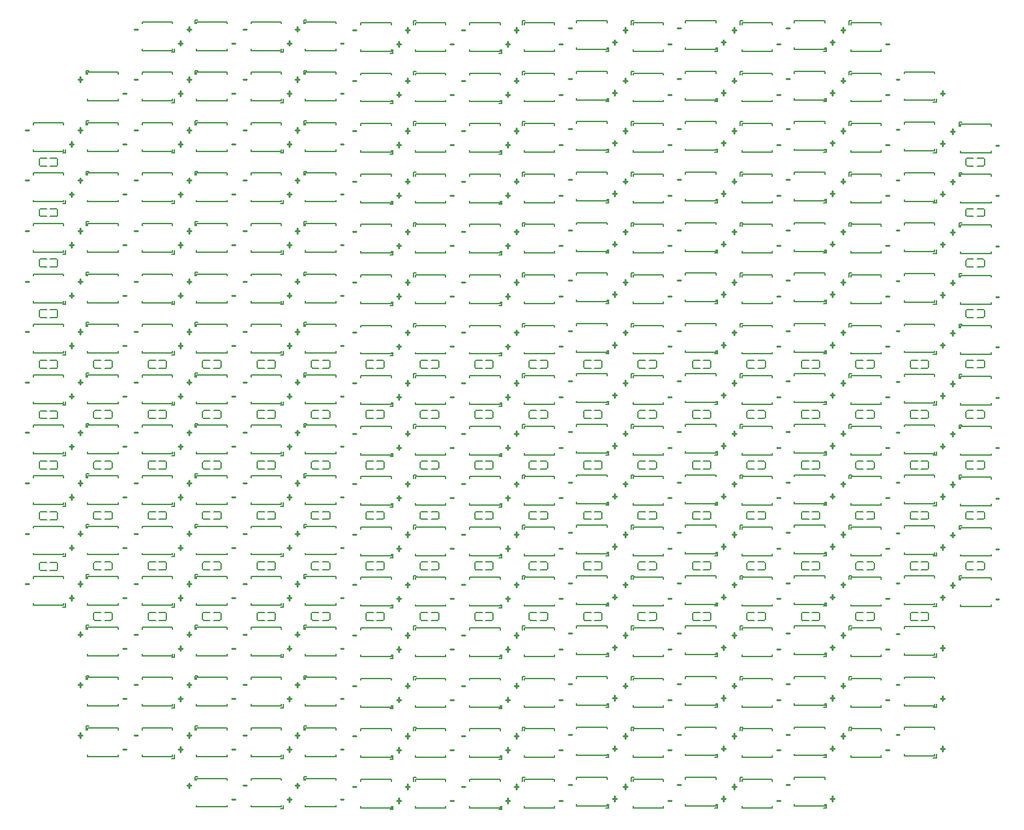
<source format=gto>
G04 Layer name: Top Silkscreen Layer*
G04 Generated by EasyEDA v1.3.13.eb2668, 2021-11-16 08:35:18*
G04 Gerber Generator version 0.3*
G04 Scale: 100 percent, Rotated: No, Reflected: No*
G04 Dimensions in inches*
G04 Leading zeros omitted, absolute positions, 5 integers and 5 decimals*
%FSLAX55Y55*%
%MOIN*%
%ADD10C,0.01*%
%ADD11C,0.006*%
G75*


G04 PolygonModel Start*
G54D10*
G01X-10000Y-223272D02*
G01X-11500Y-223272D01*
G01X11500Y-231522D02*
G01X11500Y-229022D01*
G01X12500Y-230272D02*
G01X10500Y-230272D01*
G54D11*
G01X8440Y-232992D02*
G01X8440Y-234822D01*
G01X8440Y-234822D02*
G01X7000Y-234822D01*
G01X7540Y-232992D02*
G01X7540Y-233922D01*
G01X7540Y-233922D02*
G01X-7540Y-233922D01*
G01X-7540Y-233922D02*
G01X-7540Y-232992D01*
G01X7540Y-220552D02*
G01X7540Y-219622D01*
G01X7540Y-219622D02*
G01X-7540Y-219622D01*
G01X-7540Y-219622D02*
G01X-7540Y-220552D01*
G54D10*
G01X-10000Y-198075D02*
G01X-11500Y-198075D01*
G01X11500Y-206325D02*
G01X11500Y-203825D01*
G01X12500Y-205075D02*
G01X10500Y-205075D01*
G54D11*
G01X8440Y-207795D02*
G01X8440Y-209625D01*
G01X8440Y-209625D02*
G01X7000Y-209625D01*
G01X7540Y-207795D02*
G01X7540Y-208725D01*
G01X7540Y-208725D02*
G01X-7540Y-208725D01*
G01X-7540Y-208725D02*
G01X-7540Y-207795D01*
G01X7540Y-195355D02*
G01X7540Y-194425D01*
G01X7540Y-194425D02*
G01X-7540Y-194425D01*
G01X-7540Y-194425D02*
G01X-7540Y-195355D01*
G54D10*
G01X-10000Y-172878D02*
G01X-11500Y-172878D01*
G01X11500Y-181128D02*
G01X11500Y-178628D01*
G01X12500Y-179878D02*
G01X10500Y-179878D01*
G54D11*
G01X8440Y-182598D02*
G01X8440Y-184428D01*
G01X8440Y-184428D02*
G01X7000Y-184428D01*
G01X7540Y-182598D02*
G01X7540Y-183528D01*
G01X7540Y-183528D02*
G01X-7540Y-183528D01*
G01X-7540Y-183528D02*
G01X-7540Y-182598D01*
G01X7540Y-170158D02*
G01X7540Y-169228D01*
G01X7540Y-169228D02*
G01X-7540Y-169228D01*
G01X-7540Y-169228D02*
G01X-7540Y-170158D01*
G54D10*
G01X-10000Y-147681D02*
G01X-11500Y-147681D01*
G01X11500Y-155931D02*
G01X11500Y-153431D01*
G01X12500Y-154681D02*
G01X10500Y-154681D01*
G54D11*
G01X8440Y-157401D02*
G01X8440Y-159231D01*
G01X8440Y-159231D02*
G01X7000Y-159231D01*
G01X7540Y-157401D02*
G01X7540Y-158331D01*
G01X7540Y-158331D02*
G01X-7540Y-158331D01*
G01X-7540Y-158331D02*
G01X-7540Y-157401D01*
G01X7540Y-144961D02*
G01X7540Y-144031D01*
G01X7540Y-144031D02*
G01X-7540Y-144031D01*
G01X-7540Y-144031D02*
G01X-7540Y-144961D01*
G54D10*
G01X-10000Y-122484D02*
G01X-11500Y-122484D01*
G01X11500Y-130734D02*
G01X11500Y-128234D01*
G01X12500Y-129484D02*
G01X10500Y-129484D01*
G54D11*
G01X8440Y-132204D02*
G01X8440Y-134034D01*
G01X8440Y-134034D02*
G01X7000Y-134034D01*
G01X7540Y-132204D02*
G01X7540Y-133134D01*
G01X7540Y-133134D02*
G01X-7540Y-133134D01*
G01X-7540Y-133134D02*
G01X-7540Y-132204D01*
G01X7540Y-119764D02*
G01X7540Y-118834D01*
G01X7540Y-118834D02*
G01X-7540Y-118834D01*
G01X-7540Y-118834D02*
G01X-7540Y-119764D01*
G54D10*
G01X-10000Y-97287D02*
G01X-11500Y-97287D01*
G01X11500Y-105537D02*
G01X11500Y-103037D01*
G01X12500Y-104287D02*
G01X10500Y-104287D01*
G54D11*
G01X8440Y-107007D02*
G01X8440Y-108837D01*
G01X8440Y-108837D02*
G01X7000Y-108837D01*
G01X7540Y-107007D02*
G01X7540Y-107937D01*
G01X7540Y-107937D02*
G01X-7540Y-107937D01*
G01X-7540Y-107937D02*
G01X-7540Y-107007D01*
G01X7540Y-94567D02*
G01X7540Y-93637D01*
G01X7540Y-93637D02*
G01X-7540Y-93637D01*
G01X-7540Y-93637D02*
G01X-7540Y-94567D01*
G54D10*
G01X-10000Y-72091D02*
G01X-11500Y-72091D01*
G01X11500Y-80341D02*
G01X11500Y-77841D01*
G01X12500Y-79091D02*
G01X10500Y-79091D01*
G54D11*
G01X8440Y-81811D02*
G01X8440Y-83641D01*
G01X8440Y-83641D02*
G01X7000Y-83641D01*
G01X7540Y-81811D02*
G01X7540Y-82741D01*
G01X7540Y-82741D02*
G01X-7540Y-82741D01*
G01X-7540Y-82741D02*
G01X-7540Y-81811D01*
G01X7540Y-69371D02*
G01X7540Y-68441D01*
G01X7540Y-68441D02*
G01X-7540Y-68441D01*
G01X-7540Y-68441D02*
G01X-7540Y-69371D01*
G54D10*
G01X-10000Y-46894D02*
G01X-11500Y-46894D01*
G01X11500Y-55144D02*
G01X11500Y-52644D01*
G01X12500Y-53894D02*
G01X10500Y-53894D01*
G54D11*
G01X8440Y-56614D02*
G01X8440Y-58444D01*
G01X8440Y-58444D02*
G01X7000Y-58444D01*
G01X7540Y-56614D02*
G01X7540Y-57544D01*
G01X7540Y-57544D02*
G01X-7540Y-57544D01*
G01X-7540Y-57544D02*
G01X-7540Y-56614D01*
G01X7540Y-44174D02*
G01X7540Y-43244D01*
G01X7540Y-43244D02*
G01X-7540Y-43244D01*
G01X-7540Y-43244D02*
G01X-7540Y-44174D01*
G54D10*
G01X-10000Y-21697D02*
G01X-11500Y-21697D01*
G01X11500Y-29947D02*
G01X11500Y-27447D01*
G01X12500Y-28697D02*
G01X10500Y-28697D01*
G54D11*
G01X8440Y-31417D02*
G01X8440Y-33247D01*
G01X8440Y-33247D02*
G01X7000Y-33247D01*
G01X7540Y-31417D02*
G01X7540Y-32347D01*
G01X7540Y-32347D02*
G01X-7540Y-32347D01*
G01X-7540Y-32347D02*
G01X-7540Y-31417D01*
G01X7540Y-18977D02*
G01X7540Y-18047D01*
G01X7540Y-18047D02*
G01X-7540Y-18047D01*
G01X-7540Y-18047D02*
G01X-7540Y-18977D01*
G54D10*
G01X-10000Y3500D02*
G01X-11500Y3500D01*
G01X11500Y-4750D02*
G01X11500Y-2250D01*
G01X12500Y-3500D02*
G01X10500Y-3500D01*
G54D11*
G01X8440Y-6220D02*
G01X8440Y-8050D01*
G01X8440Y-8050D02*
G01X7000Y-8050D01*
G01X7540Y-6220D02*
G01X7540Y-7150D01*
G01X7540Y-7150D02*
G01X-7540Y-7150D01*
G01X-7540Y-7150D02*
G01X-7540Y-6220D01*
G01X7540Y6220D02*
G01X7540Y7150D01*
G01X7540Y7150D02*
G01X-7540Y7150D01*
G01X-7540Y7150D02*
G01X-7540Y6220D01*
G54D10*
G01X37165Y21697D02*
G01X38665Y21697D01*
G01X15665Y29947D02*
G01X15665Y27447D01*
G01X14665Y28697D02*
G01X16665Y28697D01*
G54D11*
G01X18725Y31417D02*
G01X18725Y33247D01*
G01X18725Y33247D02*
G01X20165Y33247D01*
G01X19625Y31417D02*
G01X19625Y32347D01*
G01X19625Y32347D02*
G01X34705Y32347D01*
G01X34705Y32347D02*
G01X34705Y31417D01*
G01X19625Y18977D02*
G01X19625Y18047D01*
G01X19625Y18047D02*
G01X34705Y18047D01*
G01X34705Y18047D02*
G01X34705Y18977D01*
G54D10*
G01X37165Y-3500D02*
G01X38665Y-3500D01*
G01X15665Y4750D02*
G01X15665Y2250D01*
G01X14665Y3500D02*
G01X16665Y3500D01*
G54D11*
G01X18725Y6220D02*
G01X18725Y8050D01*
G01X18725Y8050D02*
G01X20165Y8050D01*
G01X19625Y6220D02*
G01X19625Y7150D01*
G01X19625Y7150D02*
G01X34705Y7150D01*
G01X34705Y7150D02*
G01X34705Y6220D01*
G01X19625Y-6220D02*
G01X19625Y-7150D01*
G01X19625Y-7150D02*
G01X34705Y-7150D01*
G01X34705Y-7150D02*
G01X34705Y-6220D01*
G54D10*
G01X37165Y-28697D02*
G01X38665Y-28697D01*
G01X15665Y-20447D02*
G01X15665Y-22947D01*
G01X14665Y-21697D02*
G01X16665Y-21697D01*
G54D11*
G01X18725Y-18977D02*
G01X18725Y-17147D01*
G01X18725Y-17147D02*
G01X20165Y-17147D01*
G01X19625Y-18977D02*
G01X19625Y-18047D01*
G01X19625Y-18047D02*
G01X34705Y-18047D01*
G01X34705Y-18047D02*
G01X34705Y-18977D01*
G01X19625Y-31417D02*
G01X19625Y-32347D01*
G01X19625Y-32347D02*
G01X34705Y-32347D01*
G01X34705Y-32347D02*
G01X34705Y-31417D01*
G54D10*
G01X37165Y-53894D02*
G01X38665Y-53894D01*
G01X15665Y-45644D02*
G01X15665Y-48144D01*
G01X14665Y-46894D02*
G01X16665Y-46894D01*
G54D11*
G01X18725Y-44174D02*
G01X18725Y-42344D01*
G01X18725Y-42344D02*
G01X20165Y-42344D01*
G01X19625Y-44174D02*
G01X19625Y-43244D01*
G01X19625Y-43244D02*
G01X34705Y-43244D01*
G01X34705Y-43244D02*
G01X34705Y-44174D01*
G01X19625Y-56614D02*
G01X19625Y-57544D01*
G01X19625Y-57544D02*
G01X34705Y-57544D01*
G01X34705Y-57544D02*
G01X34705Y-56614D01*
G54D10*
G01X37165Y-79091D02*
G01X38665Y-79091D01*
G01X15665Y-70841D02*
G01X15665Y-73341D01*
G01X14665Y-72091D02*
G01X16665Y-72091D01*
G54D11*
G01X18725Y-69371D02*
G01X18725Y-67541D01*
G01X18725Y-67541D02*
G01X20165Y-67541D01*
G01X19625Y-69371D02*
G01X19625Y-68441D01*
G01X19625Y-68441D02*
G01X34705Y-68441D01*
G01X34705Y-68441D02*
G01X34705Y-69371D01*
G01X19625Y-81811D02*
G01X19625Y-82741D01*
G01X19625Y-82741D02*
G01X34705Y-82741D01*
G01X34705Y-82741D02*
G01X34705Y-81811D01*
G54D10*
G01X37165Y-104287D02*
G01X38665Y-104287D01*
G01X15665Y-96037D02*
G01X15665Y-98537D01*
G01X14665Y-97287D02*
G01X16665Y-97287D01*
G54D11*
G01X18725Y-94567D02*
G01X18725Y-92737D01*
G01X18725Y-92737D02*
G01X20165Y-92737D01*
G01X19625Y-94567D02*
G01X19625Y-93637D01*
G01X19625Y-93637D02*
G01X34705Y-93637D01*
G01X34705Y-93637D02*
G01X34705Y-94567D01*
G01X19625Y-107007D02*
G01X19625Y-107937D01*
G01X19625Y-107937D02*
G01X34705Y-107937D01*
G01X34705Y-107937D02*
G01X34705Y-107007D01*
G54D10*
G01X37165Y-129484D02*
G01X38665Y-129484D01*
G01X15665Y-121234D02*
G01X15665Y-123734D01*
G01X14665Y-122484D02*
G01X16665Y-122484D01*
G54D11*
G01X18725Y-119764D02*
G01X18725Y-117934D01*
G01X18725Y-117934D02*
G01X20165Y-117934D01*
G01X19625Y-119764D02*
G01X19625Y-118834D01*
G01X19625Y-118834D02*
G01X34705Y-118834D01*
G01X34705Y-118834D02*
G01X34705Y-119764D01*
G01X19625Y-132204D02*
G01X19625Y-133134D01*
G01X19625Y-133134D02*
G01X34705Y-133134D01*
G01X34705Y-133134D02*
G01X34705Y-132204D01*
G54D10*
G01X37165Y-154681D02*
G01X38665Y-154681D01*
G01X15665Y-146431D02*
G01X15665Y-148931D01*
G01X14665Y-147681D02*
G01X16665Y-147681D01*
G54D11*
G01X18725Y-144961D02*
G01X18725Y-143131D01*
G01X18725Y-143131D02*
G01X20165Y-143131D01*
G01X19625Y-144961D02*
G01X19625Y-144031D01*
G01X19625Y-144031D02*
G01X34705Y-144031D01*
G01X34705Y-144031D02*
G01X34705Y-144961D01*
G01X19625Y-157401D02*
G01X19625Y-158331D01*
G01X19625Y-158331D02*
G01X34705Y-158331D01*
G01X34705Y-158331D02*
G01X34705Y-157401D01*
G54D10*
G01X37165Y-179878D02*
G01X38665Y-179878D01*
G01X15665Y-171628D02*
G01X15665Y-174128D01*
G01X14665Y-172878D02*
G01X16665Y-172878D01*
G54D11*
G01X18725Y-170158D02*
G01X18725Y-168328D01*
G01X18725Y-168328D02*
G01X20165Y-168328D01*
G01X19625Y-170158D02*
G01X19625Y-169228D01*
G01X19625Y-169228D02*
G01X34705Y-169228D01*
G01X34705Y-169228D02*
G01X34705Y-170158D01*
G01X19625Y-182598D02*
G01X19625Y-183528D01*
G01X19625Y-183528D02*
G01X34705Y-183528D01*
G01X34705Y-183528D02*
G01X34705Y-182598D01*
G54D10*
G01X37165Y-205075D02*
G01X38665Y-205075D01*
G01X15665Y-196825D02*
G01X15665Y-199325D01*
G01X14665Y-198075D02*
G01X16665Y-198075D01*
G54D11*
G01X18725Y-195355D02*
G01X18725Y-193525D01*
G01X18725Y-193525D02*
G01X20165Y-193525D01*
G01X19625Y-195355D02*
G01X19625Y-194425D01*
G01X19625Y-194425D02*
G01X34705Y-194425D01*
G01X34705Y-194425D02*
G01X34705Y-195355D01*
G01X19625Y-207795D02*
G01X19625Y-208725D01*
G01X19625Y-208725D02*
G01X34705Y-208725D01*
G01X34705Y-208725D02*
G01X34705Y-207795D01*
G54D10*
G01X37165Y-230272D02*
G01X38665Y-230272D01*
G01X15665Y-222022D02*
G01X15665Y-224522D01*
G01X14665Y-223272D02*
G01X16665Y-223272D01*
G54D11*
G01X18725Y-220552D02*
G01X18725Y-218722D01*
G01X18725Y-218722D02*
G01X20165Y-218722D01*
G01X19625Y-220552D02*
G01X19625Y-219622D01*
G01X19625Y-219622D02*
G01X34705Y-219622D01*
G01X34705Y-219622D02*
G01X34705Y-220552D01*
G01X19625Y-232992D02*
G01X19625Y-233922D01*
G01X19625Y-233922D02*
G01X34705Y-233922D01*
G01X34705Y-233922D02*
G01X34705Y-232992D01*
G54D10*
G01X37165Y-255468D02*
G01X38665Y-255468D01*
G01X15665Y-247218D02*
G01X15665Y-249718D01*
G01X14665Y-248468D02*
G01X16665Y-248468D01*
G54D11*
G01X18725Y-245748D02*
G01X18725Y-243918D01*
G01X18725Y-243918D02*
G01X20165Y-243918D01*
G01X19625Y-245748D02*
G01X19625Y-244818D01*
G01X19625Y-244818D02*
G01X34705Y-244818D01*
G01X34705Y-244818D02*
G01X34705Y-245748D01*
G01X19625Y-258188D02*
G01X19625Y-259118D01*
G01X19625Y-259118D02*
G01X34705Y-259118D01*
G01X34705Y-259118D02*
G01X34705Y-258188D01*
G54D10*
G01X37165Y-280665D02*
G01X38665Y-280665D01*
G01X15665Y-272415D02*
G01X15665Y-274915D01*
G01X14665Y-273665D02*
G01X16665Y-273665D01*
G54D11*
G01X18725Y-270945D02*
G01X18725Y-269115D01*
G01X18725Y-269115D02*
G01X20165Y-269115D01*
G01X19625Y-270945D02*
G01X19625Y-270015D01*
G01X19625Y-270015D02*
G01X34705Y-270015D01*
G01X34705Y-270015D02*
G01X34705Y-270945D01*
G01X19625Y-283385D02*
G01X19625Y-284315D01*
G01X19625Y-284315D02*
G01X34705Y-284315D01*
G01X34705Y-284315D02*
G01X34705Y-283385D01*
G54D10*
G01X37165Y-305862D02*
G01X38665Y-305862D01*
G01X15665Y-297612D02*
G01X15665Y-300112D01*
G01X14665Y-298862D02*
G01X16665Y-298862D01*
G54D11*
G01X18725Y-296142D02*
G01X18725Y-294312D01*
G01X18725Y-294312D02*
G01X20165Y-294312D01*
G01X19625Y-296142D02*
G01X19625Y-295212D01*
G01X19625Y-295212D02*
G01X34705Y-295212D01*
G01X34705Y-295212D02*
G01X34705Y-296142D01*
G01X19625Y-308582D02*
G01X19625Y-309512D01*
G01X19625Y-309512D02*
G01X34705Y-309512D01*
G01X34705Y-309512D02*
G01X34705Y-308582D01*
G54D10*
G01X44331Y-298862D02*
G01X42831Y-298862D01*
G01X65831Y-307112D02*
G01X65831Y-304612D01*
G01X66831Y-305862D02*
G01X64831Y-305862D01*
G54D11*
G01X62771Y-308582D02*
G01X62771Y-310412D01*
G01X62771Y-310412D02*
G01X61331Y-310412D01*
G01X61871Y-308582D02*
G01X61871Y-309512D01*
G01X61871Y-309512D02*
G01X46791Y-309512D01*
G01X46791Y-309512D02*
G01X46791Y-308582D01*
G01X61871Y-296142D02*
G01X61871Y-295212D01*
G01X61871Y-295212D02*
G01X46791Y-295212D01*
G01X46791Y-295212D02*
G01X46791Y-296142D01*
G54D10*
G01X44331Y-273665D02*
G01X42831Y-273665D01*
G01X65831Y-281915D02*
G01X65831Y-279415D01*
G01X66831Y-280665D02*
G01X64831Y-280665D01*
G54D11*
G01X62771Y-283385D02*
G01X62771Y-285215D01*
G01X62771Y-285215D02*
G01X61331Y-285215D01*
G01X61871Y-283385D02*
G01X61871Y-284315D01*
G01X61871Y-284315D02*
G01X46791Y-284315D01*
G01X46791Y-284315D02*
G01X46791Y-283385D01*
G01X61871Y-270945D02*
G01X61871Y-270015D01*
G01X61871Y-270015D02*
G01X46791Y-270015D01*
G01X46791Y-270015D02*
G01X46791Y-270945D01*
G54D10*
G01X44331Y-248468D02*
G01X42831Y-248468D01*
G01X65831Y-256718D02*
G01X65831Y-254218D01*
G01X66831Y-255468D02*
G01X64831Y-255468D01*
G54D11*
G01X62771Y-258188D02*
G01X62771Y-260018D01*
G01X62771Y-260018D02*
G01X61331Y-260018D01*
G01X61871Y-258188D02*
G01X61871Y-259118D01*
G01X61871Y-259118D02*
G01X46791Y-259118D01*
G01X46791Y-259118D02*
G01X46791Y-258188D01*
G01X61871Y-245748D02*
G01X61871Y-244818D01*
G01X61871Y-244818D02*
G01X46791Y-244818D01*
G01X46791Y-244818D02*
G01X46791Y-245748D01*
G54D10*
G01X44331Y-223272D02*
G01X42831Y-223272D01*
G01X65831Y-231522D02*
G01X65831Y-229022D01*
G01X66831Y-230272D02*
G01X64831Y-230272D01*
G54D11*
G01X62771Y-232992D02*
G01X62771Y-234822D01*
G01X62771Y-234822D02*
G01X61331Y-234822D01*
G01X61871Y-232992D02*
G01X61871Y-233922D01*
G01X61871Y-233922D02*
G01X46791Y-233922D01*
G01X46791Y-233922D02*
G01X46791Y-232992D01*
G01X61871Y-220552D02*
G01X61871Y-219622D01*
G01X61871Y-219622D02*
G01X46791Y-219622D01*
G01X46791Y-219622D02*
G01X46791Y-220552D01*
G54D10*
G01X44331Y-198075D02*
G01X42831Y-198075D01*
G01X65831Y-206325D02*
G01X65831Y-203825D01*
G01X66831Y-205075D02*
G01X64831Y-205075D01*
G54D11*
G01X62771Y-207795D02*
G01X62771Y-209625D01*
G01X62771Y-209625D02*
G01X61331Y-209625D01*
G01X61871Y-207795D02*
G01X61871Y-208725D01*
G01X61871Y-208725D02*
G01X46791Y-208725D01*
G01X46791Y-208725D02*
G01X46791Y-207795D01*
G01X61871Y-195355D02*
G01X61871Y-194425D01*
G01X61871Y-194425D02*
G01X46791Y-194425D01*
G01X46791Y-194425D02*
G01X46791Y-195355D01*
G54D10*
G01X44331Y-172878D02*
G01X42831Y-172878D01*
G01X65831Y-181128D02*
G01X65831Y-178628D01*
G01X66831Y-179878D02*
G01X64831Y-179878D01*
G54D11*
G01X62771Y-182598D02*
G01X62771Y-184428D01*
G01X62771Y-184428D02*
G01X61331Y-184428D01*
G01X61871Y-182598D02*
G01X61871Y-183528D01*
G01X61871Y-183528D02*
G01X46791Y-183528D01*
G01X46791Y-183528D02*
G01X46791Y-182598D01*
G01X61871Y-170158D02*
G01X61871Y-169228D01*
G01X61871Y-169228D02*
G01X46791Y-169228D01*
G01X46791Y-169228D02*
G01X46791Y-170158D01*
G54D10*
G01X44331Y-147681D02*
G01X42831Y-147681D01*
G01X65831Y-155931D02*
G01X65831Y-153431D01*
G01X66831Y-154681D02*
G01X64831Y-154681D01*
G54D11*
G01X62771Y-157401D02*
G01X62771Y-159231D01*
G01X62771Y-159231D02*
G01X61331Y-159231D01*
G01X61871Y-157401D02*
G01X61871Y-158331D01*
G01X61871Y-158331D02*
G01X46791Y-158331D01*
G01X46791Y-158331D02*
G01X46791Y-157401D01*
G01X61871Y-144961D02*
G01X61871Y-144031D01*
G01X61871Y-144031D02*
G01X46791Y-144031D01*
G01X46791Y-144031D02*
G01X46791Y-144961D01*
G54D10*
G01X44331Y-122484D02*
G01X42831Y-122484D01*
G01X65831Y-130734D02*
G01X65831Y-128234D01*
G01X66831Y-129484D02*
G01X64831Y-129484D01*
G54D11*
G01X62771Y-132204D02*
G01X62771Y-134034D01*
G01X62771Y-134034D02*
G01X61331Y-134034D01*
G01X61871Y-132204D02*
G01X61871Y-133134D01*
G01X61871Y-133134D02*
G01X46791Y-133134D01*
G01X46791Y-133134D02*
G01X46791Y-132204D01*
G01X61871Y-119764D02*
G01X61871Y-118834D01*
G01X61871Y-118834D02*
G01X46791Y-118834D01*
G01X46791Y-118834D02*
G01X46791Y-119764D01*
G54D10*
G01X44331Y-97287D02*
G01X42831Y-97287D01*
G01X65831Y-105537D02*
G01X65831Y-103037D01*
G01X66831Y-104287D02*
G01X64831Y-104287D01*
G54D11*
G01X62771Y-107007D02*
G01X62771Y-108837D01*
G01X62771Y-108837D02*
G01X61331Y-108837D01*
G01X61871Y-107007D02*
G01X61871Y-107937D01*
G01X61871Y-107937D02*
G01X46791Y-107937D01*
G01X46791Y-107937D02*
G01X46791Y-107007D01*
G01X61871Y-94567D02*
G01X61871Y-93637D01*
G01X61871Y-93637D02*
G01X46791Y-93637D01*
G01X46791Y-93637D02*
G01X46791Y-94567D01*
G54D10*
G01X44331Y-72091D02*
G01X42831Y-72091D01*
G01X65831Y-80341D02*
G01X65831Y-77841D01*
G01X66831Y-79091D02*
G01X64831Y-79091D01*
G54D11*
G01X62771Y-81811D02*
G01X62771Y-83641D01*
G01X62771Y-83641D02*
G01X61331Y-83641D01*
G01X61871Y-81811D02*
G01X61871Y-82741D01*
G01X61871Y-82741D02*
G01X46791Y-82741D01*
G01X46791Y-82741D02*
G01X46791Y-81811D01*
G01X61871Y-69371D02*
G01X61871Y-68441D01*
G01X61871Y-68441D02*
G01X46791Y-68441D01*
G01X46791Y-68441D02*
G01X46791Y-69371D01*
G54D10*
G01X44331Y-46894D02*
G01X42831Y-46894D01*
G01X65831Y-55144D02*
G01X65831Y-52644D01*
G01X66831Y-53894D02*
G01X64831Y-53894D01*
G54D11*
G01X62771Y-56614D02*
G01X62771Y-58444D01*
G01X62771Y-58444D02*
G01X61331Y-58444D01*
G01X61871Y-56614D02*
G01X61871Y-57544D01*
G01X61871Y-57544D02*
G01X46791Y-57544D01*
G01X46791Y-57544D02*
G01X46791Y-56614D01*
G01X61871Y-44174D02*
G01X61871Y-43244D01*
G01X61871Y-43244D02*
G01X46791Y-43244D01*
G01X46791Y-43244D02*
G01X46791Y-44174D01*
G54D10*
G01X44331Y-21697D02*
G01X42831Y-21697D01*
G01X65831Y-29947D02*
G01X65831Y-27447D01*
G01X66831Y-28697D02*
G01X64831Y-28697D01*
G54D11*
G01X62771Y-31417D02*
G01X62771Y-33247D01*
G01X62771Y-33247D02*
G01X61331Y-33247D01*
G01X61871Y-31417D02*
G01X61871Y-32347D01*
G01X61871Y-32347D02*
G01X46791Y-32347D01*
G01X46791Y-32347D02*
G01X46791Y-31417D01*
G01X61871Y-18977D02*
G01X61871Y-18047D01*
G01X61871Y-18047D02*
G01X46791Y-18047D01*
G01X46791Y-18047D02*
G01X46791Y-18977D01*
G54D10*
G01X44331Y3500D02*
G01X42831Y3500D01*
G01X65831Y-4750D02*
G01X65831Y-2250D01*
G01X66831Y-3500D02*
G01X64831Y-3500D01*
G54D11*
G01X62771Y-6220D02*
G01X62771Y-8050D01*
G01X62771Y-8050D02*
G01X61331Y-8050D01*
G01X61871Y-6220D02*
G01X61871Y-7150D01*
G01X61871Y-7150D02*
G01X46791Y-7150D01*
G01X46791Y-7150D02*
G01X46791Y-6220D01*
G01X61871Y6220D02*
G01X61871Y7150D01*
G01X61871Y7150D02*
G01X46791Y7150D01*
G01X46791Y7150D02*
G01X46791Y6220D01*
G54D10*
G01X44331Y28697D02*
G01X42831Y28697D01*
G01X65831Y20447D02*
G01X65831Y22947D01*
G01X66831Y21697D02*
G01X64831Y21697D01*
G54D11*
G01X62771Y18977D02*
G01X62771Y17147D01*
G01X62771Y17147D02*
G01X61331Y17147D01*
G01X61871Y18977D02*
G01X61871Y18047D01*
G01X61871Y18047D02*
G01X46791Y18047D01*
G01X46791Y18047D02*
G01X46791Y18977D01*
G01X61871Y31417D02*
G01X61871Y32347D01*
G01X61871Y32347D02*
G01X46791Y32347D01*
G01X46791Y32347D02*
G01X46791Y31417D01*
G54D10*
G01X44331Y53894D02*
G01X42831Y53894D01*
G01X65831Y45644D02*
G01X65831Y48144D01*
G01X66831Y46894D02*
G01X64831Y46894D01*
G54D11*
G01X62771Y44174D02*
G01X62771Y42344D01*
G01X62771Y42344D02*
G01X61331Y42344D01*
G01X61871Y44174D02*
G01X61871Y43244D01*
G01X61871Y43244D02*
G01X46791Y43244D01*
G01X46791Y43244D02*
G01X46791Y44174D01*
G01X61871Y56614D02*
G01X61871Y57544D01*
G01X61871Y57544D02*
G01X46791Y57544D01*
G01X46791Y57544D02*
G01X46791Y56614D01*
G54D10*
G01X91496Y46895D02*
G01X92996Y46895D01*
G01X69996Y55145D02*
G01X69996Y52645D01*
G01X68996Y53895D02*
G01X70996Y53895D01*
G54D11*
G01X73056Y56615D02*
G01X73056Y58445D01*
G01X73056Y58445D02*
G01X74496Y58445D01*
G01X73956Y56615D02*
G01X73956Y57545D01*
G01X73956Y57545D02*
G01X89036Y57545D01*
G01X89036Y57545D02*
G01X89036Y56615D01*
G01X73956Y44175D02*
G01X73956Y43245D01*
G01X73956Y43245D02*
G01X89036Y43245D01*
G01X89036Y43245D02*
G01X89036Y44175D01*
G54D10*
G01X91496Y21698D02*
G01X92996Y21698D01*
G01X69996Y29948D02*
G01X69996Y27448D01*
G01X68996Y28698D02*
G01X70996Y28698D01*
G54D11*
G01X73056Y31418D02*
G01X73056Y33248D01*
G01X73056Y33248D02*
G01X74496Y33248D01*
G01X73956Y31418D02*
G01X73956Y32348D01*
G01X73956Y32348D02*
G01X89036Y32348D01*
G01X89036Y32348D02*
G01X89036Y31418D01*
G01X73956Y18978D02*
G01X73956Y18048D01*
G01X73956Y18048D02*
G01X89036Y18048D01*
G01X89036Y18048D02*
G01X89036Y18978D01*
G54D10*
G01X91496Y-3499D02*
G01X92996Y-3499D01*
G01X69996Y4751D02*
G01X69996Y2251D01*
G01X68996Y3501D02*
G01X70996Y3501D01*
G54D11*
G01X73056Y6221D02*
G01X73056Y8051D01*
G01X73056Y8051D02*
G01X74496Y8051D01*
G01X73956Y6221D02*
G01X73956Y7151D01*
G01X73956Y7151D02*
G01X89036Y7151D01*
G01X89036Y7151D02*
G01X89036Y6221D01*
G01X73956Y-6219D02*
G01X73956Y-7149D01*
G01X73956Y-7149D02*
G01X89036Y-7149D01*
G01X89036Y-7149D02*
G01X89036Y-6219D01*
G54D10*
G01X91496Y-28696D02*
G01X92996Y-28696D01*
G01X69996Y-20446D02*
G01X69996Y-22946D01*
G01X68996Y-21696D02*
G01X70996Y-21696D01*
G54D11*
G01X73056Y-18976D02*
G01X73056Y-17146D01*
G01X73056Y-17146D02*
G01X74496Y-17146D01*
G01X73956Y-18976D02*
G01X73956Y-18046D01*
G01X73956Y-18046D02*
G01X89036Y-18046D01*
G01X89036Y-18046D02*
G01X89036Y-18976D01*
G01X73956Y-31416D02*
G01X73956Y-32346D01*
G01X73956Y-32346D02*
G01X89036Y-32346D01*
G01X89036Y-32346D02*
G01X89036Y-31416D01*
G54D10*
G01X91496Y-53893D02*
G01X92996Y-53893D01*
G01X69996Y-45643D02*
G01X69996Y-48143D01*
G01X68996Y-46893D02*
G01X70996Y-46893D01*
G54D11*
G01X73056Y-44173D02*
G01X73056Y-42343D01*
G01X73056Y-42343D02*
G01X74496Y-42343D01*
G01X73956Y-44173D02*
G01X73956Y-43243D01*
G01X73956Y-43243D02*
G01X89036Y-43243D01*
G01X89036Y-43243D02*
G01X89036Y-44173D01*
G01X73956Y-56613D02*
G01X73956Y-57543D01*
G01X73956Y-57543D02*
G01X89036Y-57543D01*
G01X89036Y-57543D02*
G01X89036Y-56613D01*
G54D10*
G01X91496Y-79090D02*
G01X92996Y-79090D01*
G01X69996Y-70840D02*
G01X69996Y-73340D01*
G01X68996Y-72090D02*
G01X70996Y-72090D01*
G54D11*
G01X73056Y-69370D02*
G01X73056Y-67540D01*
G01X73056Y-67540D02*
G01X74496Y-67540D01*
G01X73956Y-69370D02*
G01X73956Y-68440D01*
G01X73956Y-68440D02*
G01X89036Y-68440D01*
G01X89036Y-68440D02*
G01X89036Y-69370D01*
G01X73956Y-81810D02*
G01X73956Y-82740D01*
G01X73956Y-82740D02*
G01X89036Y-82740D01*
G01X89036Y-82740D02*
G01X89036Y-81810D01*
G54D10*
G01X91496Y-104287D02*
G01X92996Y-104287D01*
G01X69996Y-96037D02*
G01X69996Y-98537D01*
G01X68996Y-97287D02*
G01X70996Y-97287D01*
G54D11*
G01X73056Y-94567D02*
G01X73056Y-92737D01*
G01X73056Y-92737D02*
G01X74496Y-92737D01*
G01X73956Y-94567D02*
G01X73956Y-93637D01*
G01X73956Y-93637D02*
G01X89036Y-93637D01*
G01X89036Y-93637D02*
G01X89036Y-94567D01*
G01X73956Y-107007D02*
G01X73956Y-107937D01*
G01X73956Y-107937D02*
G01X89036Y-107937D01*
G01X89036Y-107937D02*
G01X89036Y-107007D01*
G54D10*
G01X91496Y-129484D02*
G01X92996Y-129484D01*
G01X69996Y-121234D02*
G01X69996Y-123734D01*
G01X68996Y-122484D02*
G01X70996Y-122484D01*
G54D11*
G01X73056Y-119764D02*
G01X73056Y-117934D01*
G01X73056Y-117934D02*
G01X74496Y-117934D01*
G01X73956Y-119764D02*
G01X73956Y-118834D01*
G01X73956Y-118834D02*
G01X89036Y-118834D01*
G01X89036Y-118834D02*
G01X89036Y-119764D01*
G01X73956Y-132204D02*
G01X73956Y-133134D01*
G01X73956Y-133134D02*
G01X89036Y-133134D01*
G01X89036Y-133134D02*
G01X89036Y-132204D01*
G54D10*
G01X91496Y-154680D02*
G01X92996Y-154680D01*
G01X69996Y-146430D02*
G01X69996Y-148930D01*
G01X68996Y-147680D02*
G01X70996Y-147680D01*
G54D11*
G01X73056Y-144960D02*
G01X73056Y-143130D01*
G01X73056Y-143130D02*
G01X74496Y-143130D01*
G01X73956Y-144960D02*
G01X73956Y-144030D01*
G01X73956Y-144030D02*
G01X89036Y-144030D01*
G01X89036Y-144030D02*
G01X89036Y-144960D01*
G01X73956Y-157400D02*
G01X73956Y-158330D01*
G01X73956Y-158330D02*
G01X89036Y-158330D01*
G01X89036Y-158330D02*
G01X89036Y-157400D01*
G54D10*
G01X91496Y-179877D02*
G01X92996Y-179877D01*
G01X69996Y-171627D02*
G01X69996Y-174127D01*
G01X68996Y-172877D02*
G01X70996Y-172877D01*
G54D11*
G01X73056Y-170157D02*
G01X73056Y-168327D01*
G01X73056Y-168327D02*
G01X74496Y-168327D01*
G01X73956Y-170157D02*
G01X73956Y-169227D01*
G01X73956Y-169227D02*
G01X89036Y-169227D01*
G01X89036Y-169227D02*
G01X89036Y-170157D01*
G01X73956Y-182597D02*
G01X73956Y-183527D01*
G01X73956Y-183527D02*
G01X89036Y-183527D01*
G01X89036Y-183527D02*
G01X89036Y-182597D01*
G54D10*
G01X91496Y-205074D02*
G01X92996Y-205074D01*
G01X69996Y-196824D02*
G01X69996Y-199324D01*
G01X68996Y-198074D02*
G01X70996Y-198074D01*
G54D11*
G01X73056Y-195354D02*
G01X73056Y-193524D01*
G01X73056Y-193524D02*
G01X74496Y-193524D01*
G01X73956Y-195354D02*
G01X73956Y-194424D01*
G01X73956Y-194424D02*
G01X89036Y-194424D01*
G01X89036Y-194424D02*
G01X89036Y-195354D01*
G01X73956Y-207794D02*
G01X73956Y-208724D01*
G01X73956Y-208724D02*
G01X89036Y-208724D01*
G01X89036Y-208724D02*
G01X89036Y-207794D01*
G54D10*
G01X91496Y-230271D02*
G01X92996Y-230271D01*
G01X69996Y-222021D02*
G01X69996Y-224521D01*
G01X68996Y-223271D02*
G01X70996Y-223271D01*
G54D11*
G01X73056Y-220551D02*
G01X73056Y-218721D01*
G01X73056Y-218721D02*
G01X74496Y-218721D01*
G01X73956Y-220551D02*
G01X73956Y-219621D01*
G01X73956Y-219621D02*
G01X89036Y-219621D01*
G01X89036Y-219621D02*
G01X89036Y-220551D01*
G01X73956Y-232991D02*
G01X73956Y-233921D01*
G01X73956Y-233921D02*
G01X89036Y-233921D01*
G01X89036Y-233921D02*
G01X89036Y-232991D01*
G54D10*
G01X91496Y-255468D02*
G01X92996Y-255468D01*
G01X69996Y-247218D02*
G01X69996Y-249718D01*
G01X68996Y-248468D02*
G01X70996Y-248468D01*
G54D11*
G01X73056Y-245748D02*
G01X73056Y-243918D01*
G01X73056Y-243918D02*
G01X74496Y-243918D01*
G01X73956Y-245748D02*
G01X73956Y-244818D01*
G01X73956Y-244818D02*
G01X89036Y-244818D01*
G01X89036Y-244818D02*
G01X89036Y-245748D01*
G01X73956Y-258188D02*
G01X73956Y-259118D01*
G01X73956Y-259118D02*
G01X89036Y-259118D01*
G01X89036Y-259118D02*
G01X89036Y-258188D01*
G54D10*
G01X91496Y-280665D02*
G01X92996Y-280665D01*
G01X69996Y-272415D02*
G01X69996Y-274915D01*
G01X68996Y-273665D02*
G01X70996Y-273665D01*
G54D11*
G01X73056Y-270945D02*
G01X73056Y-269115D01*
G01X73056Y-269115D02*
G01X74496Y-269115D01*
G01X73956Y-270945D02*
G01X73956Y-270015D01*
G01X73956Y-270015D02*
G01X89036Y-270015D01*
G01X89036Y-270015D02*
G01X89036Y-270945D01*
G01X73956Y-283385D02*
G01X73956Y-284315D01*
G01X73956Y-284315D02*
G01X89036Y-284315D01*
G01X89036Y-284315D02*
G01X89036Y-283385D01*
G54D10*
G01X91496Y-305862D02*
G01X92996Y-305862D01*
G01X69996Y-297612D02*
G01X69996Y-300112D01*
G01X68996Y-298862D02*
G01X70996Y-298862D01*
G54D11*
G01X73056Y-296142D02*
G01X73056Y-294312D01*
G01X73056Y-294312D02*
G01X74496Y-294312D01*
G01X73956Y-296142D02*
G01X73956Y-295212D01*
G01X73956Y-295212D02*
G01X89036Y-295212D01*
G01X89036Y-295212D02*
G01X89036Y-296142D01*
G01X73956Y-308582D02*
G01X73956Y-309512D01*
G01X73956Y-309512D02*
G01X89036Y-309512D01*
G01X89036Y-309512D02*
G01X89036Y-308582D01*
G54D10*
G01X91496Y-331059D02*
G01X92996Y-331059D01*
G01X69996Y-322809D02*
G01X69996Y-325309D01*
G01X68996Y-324059D02*
G01X70996Y-324059D01*
G54D11*
G01X73056Y-321339D02*
G01X73056Y-319509D01*
G01X73056Y-319509D02*
G01X74496Y-319509D01*
G01X73956Y-321339D02*
G01X73956Y-320409D01*
G01X73956Y-320409D02*
G01X89036Y-320409D01*
G01X89036Y-320409D02*
G01X89036Y-321339D01*
G01X73956Y-333779D02*
G01X73956Y-334709D01*
G01X73956Y-334709D02*
G01X89036Y-334709D01*
G01X89036Y-334709D02*
G01X89036Y-333779D01*
G54D10*
G01X98661Y-324059D02*
G01X97161Y-324059D01*
G01X120161Y-332309D02*
G01X120161Y-329809D01*
G01X121161Y-331059D02*
G01X119161Y-331059D01*
G54D11*
G01X117101Y-333779D02*
G01X117101Y-335609D01*
G01X117101Y-335609D02*
G01X115661Y-335609D01*
G01X116201Y-333779D02*
G01X116201Y-334709D01*
G01X116201Y-334709D02*
G01X101121Y-334709D01*
G01X101121Y-334709D02*
G01X101121Y-333779D01*
G01X116201Y-321339D02*
G01X116201Y-320409D01*
G01X116201Y-320409D02*
G01X101121Y-320409D01*
G01X101121Y-320409D02*
G01X101121Y-321339D01*
G54D10*
G01X98661Y-298862D02*
G01X97161Y-298862D01*
G01X120161Y-307112D02*
G01X120161Y-304612D01*
G01X121161Y-305862D02*
G01X119161Y-305862D01*
G54D11*
G01X117101Y-308582D02*
G01X117101Y-310412D01*
G01X117101Y-310412D02*
G01X115661Y-310412D01*
G01X116201Y-308582D02*
G01X116201Y-309512D01*
G01X116201Y-309512D02*
G01X101121Y-309512D01*
G01X101121Y-309512D02*
G01X101121Y-308582D01*
G01X116201Y-296142D02*
G01X116201Y-295212D01*
G01X116201Y-295212D02*
G01X101121Y-295212D01*
G01X101121Y-295212D02*
G01X101121Y-296142D01*
G54D10*
G01X98661Y-273665D02*
G01X97161Y-273665D01*
G01X120161Y-281915D02*
G01X120161Y-279415D01*
G01X121161Y-280665D02*
G01X119161Y-280665D01*
G54D11*
G01X117101Y-283385D02*
G01X117101Y-285215D01*
G01X117101Y-285215D02*
G01X115661Y-285215D01*
G01X116201Y-283385D02*
G01X116201Y-284315D01*
G01X116201Y-284315D02*
G01X101121Y-284315D01*
G01X101121Y-284315D02*
G01X101121Y-283385D01*
G01X116201Y-270945D02*
G01X116201Y-270015D01*
G01X116201Y-270015D02*
G01X101121Y-270015D01*
G01X101121Y-270015D02*
G01X101121Y-270945D01*
G54D10*
G01X98661Y-248469D02*
G01X97161Y-248469D01*
G01X120161Y-256719D02*
G01X120161Y-254219D01*
G01X121161Y-255469D02*
G01X119161Y-255469D01*
G54D11*
G01X117101Y-258189D02*
G01X117101Y-260019D01*
G01X117101Y-260019D02*
G01X115661Y-260019D01*
G01X116201Y-258189D02*
G01X116201Y-259119D01*
G01X116201Y-259119D02*
G01X101121Y-259119D01*
G01X101121Y-259119D02*
G01X101121Y-258189D01*
G01X116201Y-245749D02*
G01X116201Y-244819D01*
G01X116201Y-244819D02*
G01X101121Y-244819D01*
G01X101121Y-244819D02*
G01X101121Y-245749D01*
G54D10*
G01X98661Y-223272D02*
G01X97161Y-223272D01*
G01X120161Y-231522D02*
G01X120161Y-229022D01*
G01X121161Y-230272D02*
G01X119161Y-230272D01*
G54D11*
G01X117101Y-232992D02*
G01X117101Y-234822D01*
G01X117101Y-234822D02*
G01X115661Y-234822D01*
G01X116201Y-232992D02*
G01X116201Y-233922D01*
G01X116201Y-233922D02*
G01X101121Y-233922D01*
G01X101121Y-233922D02*
G01X101121Y-232992D01*
G01X116201Y-220552D02*
G01X116201Y-219622D01*
G01X116201Y-219622D02*
G01X101121Y-219622D01*
G01X101121Y-219622D02*
G01X101121Y-220552D01*
G54D10*
G01X98661Y-198075D02*
G01X97161Y-198075D01*
G01X120161Y-206325D02*
G01X120161Y-203825D01*
G01X121161Y-205075D02*
G01X119161Y-205075D01*
G54D11*
G01X117101Y-207795D02*
G01X117101Y-209625D01*
G01X117101Y-209625D02*
G01X115661Y-209625D01*
G01X116201Y-207795D02*
G01X116201Y-208725D01*
G01X116201Y-208725D02*
G01X101121Y-208725D01*
G01X101121Y-208725D02*
G01X101121Y-207795D01*
G01X116201Y-195355D02*
G01X116201Y-194425D01*
G01X116201Y-194425D02*
G01X101121Y-194425D01*
G01X101121Y-194425D02*
G01X101121Y-195355D01*
G54D10*
G01X98661Y-147681D02*
G01X97161Y-147681D01*
G01X120161Y-155931D02*
G01X120161Y-153431D01*
G01X121161Y-154681D02*
G01X119161Y-154681D01*
G54D11*
G01X117101Y-157401D02*
G01X117101Y-159231D01*
G01X117101Y-159231D02*
G01X115661Y-159231D01*
G01X116201Y-157401D02*
G01X116201Y-158331D01*
G01X116201Y-158331D02*
G01X101121Y-158331D01*
G01X101121Y-158331D02*
G01X101121Y-157401D01*
G01X116201Y-144961D02*
G01X116201Y-144031D01*
G01X116201Y-144031D02*
G01X101121Y-144031D01*
G01X101121Y-144031D02*
G01X101121Y-144961D01*
G54D10*
G01X98661Y-122484D02*
G01X97161Y-122484D01*
G01X120161Y-130734D02*
G01X120161Y-128234D01*
G01X121161Y-129484D02*
G01X119161Y-129484D01*
G54D11*
G01X117101Y-132204D02*
G01X117101Y-134034D01*
G01X117101Y-134034D02*
G01X115661Y-134034D01*
G01X116201Y-132204D02*
G01X116201Y-133134D01*
G01X116201Y-133134D02*
G01X101121Y-133134D01*
G01X101121Y-133134D02*
G01X101121Y-132204D01*
G01X116201Y-119764D02*
G01X116201Y-118834D01*
G01X116201Y-118834D02*
G01X101121Y-118834D01*
G01X101121Y-118834D02*
G01X101121Y-119764D01*
G54D10*
G01X98661Y-97287D02*
G01X97161Y-97287D01*
G01X120161Y-105537D02*
G01X120161Y-103037D01*
G01X121161Y-104287D02*
G01X119161Y-104287D01*
G54D11*
G01X117101Y-107007D02*
G01X117101Y-108837D01*
G01X117101Y-108837D02*
G01X115661Y-108837D01*
G01X116201Y-107007D02*
G01X116201Y-107937D01*
G01X116201Y-107937D02*
G01X101121Y-107937D01*
G01X101121Y-107937D02*
G01X101121Y-107007D01*
G01X116201Y-94567D02*
G01X116201Y-93637D01*
G01X116201Y-93637D02*
G01X101121Y-93637D01*
G01X101121Y-93637D02*
G01X101121Y-94567D01*
G54D10*
G01X98661Y-46894D02*
G01X97161Y-46894D01*
G01X120161Y-55144D02*
G01X120161Y-52644D01*
G01X121161Y-53894D02*
G01X119161Y-53894D01*
G54D11*
G01X117101Y-56614D02*
G01X117101Y-58444D01*
G01X117101Y-58444D02*
G01X115661Y-58444D01*
G01X116201Y-56614D02*
G01X116201Y-57544D01*
G01X116201Y-57544D02*
G01X101121Y-57544D01*
G01X101121Y-57544D02*
G01X101121Y-56614D01*
G01X116201Y-44174D02*
G01X116201Y-43244D01*
G01X116201Y-43244D02*
G01X101121Y-43244D01*
G01X101121Y-43244D02*
G01X101121Y-44174D01*
G54D10*
G01X98661Y-21697D02*
G01X97161Y-21697D01*
G01X120161Y-29947D02*
G01X120161Y-27447D01*
G01X121161Y-28697D02*
G01X119161Y-28697D01*
G54D11*
G01X117101Y-31417D02*
G01X117101Y-33247D01*
G01X117101Y-33247D02*
G01X115661Y-33247D01*
G01X116201Y-31417D02*
G01X116201Y-32347D01*
G01X116201Y-32347D02*
G01X101121Y-32347D01*
G01X101121Y-32347D02*
G01X101121Y-31417D01*
G01X116201Y-18977D02*
G01X116201Y-18047D01*
G01X116201Y-18047D02*
G01X101121Y-18047D01*
G01X101121Y-18047D02*
G01X101121Y-18977D01*
G54D10*
G01X98661Y3500D02*
G01X97161Y3500D01*
G01X120161Y-4750D02*
G01X120161Y-2250D01*
G01X121161Y-3500D02*
G01X119161Y-3500D01*
G54D11*
G01X117101Y-6220D02*
G01X117101Y-8050D01*
G01X117101Y-8050D02*
G01X115661Y-8050D01*
G01X116201Y-6220D02*
G01X116201Y-7150D01*
G01X116201Y-7150D02*
G01X101121Y-7150D01*
G01X101121Y-7150D02*
G01X101121Y-6220D01*
G01X116201Y6220D02*
G01X116201Y7150D01*
G01X116201Y7150D02*
G01X101121Y7150D01*
G01X101121Y7150D02*
G01X101121Y6220D01*
G54D10*
G01X98661Y28697D02*
G01X97161Y28697D01*
G01X120161Y20447D02*
G01X120161Y22947D01*
G01X121161Y21697D02*
G01X119161Y21697D01*
G54D11*
G01X117101Y18977D02*
G01X117101Y17147D01*
G01X117101Y17147D02*
G01X115661Y17147D01*
G01X116201Y18977D02*
G01X116201Y18047D01*
G01X116201Y18047D02*
G01X101121Y18047D01*
G01X101121Y18047D02*
G01X101121Y18977D01*
G01X116201Y31417D02*
G01X116201Y32347D01*
G01X116201Y32347D02*
G01X101121Y32347D01*
G01X101121Y32347D02*
G01X101121Y31417D01*
G54D10*
G01X98661Y53894D02*
G01X97161Y53894D01*
G01X120161Y45644D02*
G01X120161Y48144D01*
G01X121161Y46894D02*
G01X119161Y46894D01*
G54D11*
G01X117101Y44174D02*
G01X117101Y42344D01*
G01X117101Y42344D02*
G01X115661Y42344D01*
G01X116201Y44174D02*
G01X116201Y43244D01*
G01X116201Y43244D02*
G01X101121Y43244D01*
G01X101121Y43244D02*
G01X101121Y44174D01*
G01X116201Y56614D02*
G01X116201Y57544D01*
G01X116201Y57544D02*
G01X101121Y57544D01*
G01X101121Y57544D02*
G01X101121Y56614D01*
G54D10*
G01X145827Y46894D02*
G01X147327Y46894D01*
G01X124327Y55144D02*
G01X124327Y52644D01*
G01X123327Y53894D02*
G01X125327Y53894D01*
G54D11*
G01X127387Y56614D02*
G01X127387Y58444D01*
G01X127387Y58444D02*
G01X128827Y58444D01*
G01X128287Y56614D02*
G01X128287Y57544D01*
G01X128287Y57544D02*
G01X143367Y57544D01*
G01X143367Y57544D02*
G01X143367Y56614D01*
G01X128287Y44174D02*
G01X128287Y43244D01*
G01X128287Y43244D02*
G01X143367Y43244D01*
G01X143367Y43244D02*
G01X143367Y44174D01*
G54D10*
G01X145827Y21697D02*
G01X147327Y21697D01*
G01X124327Y29947D02*
G01X124327Y27447D01*
G01X123327Y28697D02*
G01X125327Y28697D01*
G54D11*
G01X127387Y31417D02*
G01X127387Y33247D01*
G01X127387Y33247D02*
G01X128827Y33247D01*
G01X128287Y31417D02*
G01X128287Y32347D01*
G01X128287Y32347D02*
G01X143367Y32347D01*
G01X143367Y32347D02*
G01X143367Y31417D01*
G01X128287Y18977D02*
G01X128287Y18047D01*
G01X128287Y18047D02*
G01X143367Y18047D01*
G01X143367Y18047D02*
G01X143367Y18977D01*
G54D10*
G01X145827Y-3500D02*
G01X147327Y-3500D01*
G01X124327Y4750D02*
G01X124327Y2250D01*
G01X123327Y3500D02*
G01X125327Y3500D01*
G54D11*
G01X127387Y6220D02*
G01X127387Y8050D01*
G01X127387Y8050D02*
G01X128827Y8050D01*
G01X128287Y6220D02*
G01X128287Y7150D01*
G01X128287Y7150D02*
G01X143367Y7150D01*
G01X143367Y7150D02*
G01X143367Y6220D01*
G01X128287Y-6220D02*
G01X128287Y-7150D01*
G01X128287Y-7150D02*
G01X143367Y-7150D01*
G01X143367Y-7150D02*
G01X143367Y-6220D01*
G54D10*
G01X145827Y-28697D02*
G01X147327Y-28697D01*
G01X124327Y-20447D02*
G01X124327Y-22947D01*
G01X123327Y-21697D02*
G01X125327Y-21697D01*
G54D11*
G01X127387Y-18977D02*
G01X127387Y-17147D01*
G01X127387Y-17147D02*
G01X128827Y-17147D01*
G01X128287Y-18977D02*
G01X128287Y-18047D01*
G01X128287Y-18047D02*
G01X143367Y-18047D01*
G01X143367Y-18047D02*
G01X143367Y-18977D01*
G01X128287Y-31417D02*
G01X128287Y-32347D01*
G01X128287Y-32347D02*
G01X143367Y-32347D01*
G01X143367Y-32347D02*
G01X143367Y-31417D01*
G54D10*
G01X145827Y-53894D02*
G01X147327Y-53894D01*
G01X124327Y-45644D02*
G01X124327Y-48144D01*
G01X123327Y-46894D02*
G01X125327Y-46894D01*
G54D11*
G01X127387Y-44174D02*
G01X127387Y-42344D01*
G01X127387Y-42344D02*
G01X128827Y-42344D01*
G01X128287Y-44174D02*
G01X128287Y-43244D01*
G01X128287Y-43244D02*
G01X143367Y-43244D01*
G01X143367Y-43244D02*
G01X143367Y-44174D01*
G01X128287Y-56614D02*
G01X128287Y-57544D01*
G01X128287Y-57544D02*
G01X143367Y-57544D01*
G01X143367Y-57544D02*
G01X143367Y-56614D01*
G54D10*
G01X145827Y-79091D02*
G01X147327Y-79091D01*
G01X124327Y-70841D02*
G01X124327Y-73341D01*
G01X123327Y-72091D02*
G01X125327Y-72091D01*
G54D11*
G01X127387Y-69371D02*
G01X127387Y-67541D01*
G01X127387Y-67541D02*
G01X128827Y-67541D01*
G01X128287Y-69371D02*
G01X128287Y-68441D01*
G01X128287Y-68441D02*
G01X143367Y-68441D01*
G01X143367Y-68441D02*
G01X143367Y-69371D01*
G01X128287Y-81811D02*
G01X128287Y-82741D01*
G01X128287Y-82741D02*
G01X143367Y-82741D01*
G01X143367Y-82741D02*
G01X143367Y-81811D01*
G54D10*
G01X145827Y-104287D02*
G01X147327Y-104287D01*
G01X124327Y-96037D02*
G01X124327Y-98537D01*
G01X123327Y-97287D02*
G01X125327Y-97287D01*
G54D11*
G01X127387Y-94567D02*
G01X127387Y-92737D01*
G01X127387Y-92737D02*
G01X128827Y-92737D01*
G01X128287Y-94567D02*
G01X128287Y-93637D01*
G01X128287Y-93637D02*
G01X143367Y-93637D01*
G01X143367Y-93637D02*
G01X143367Y-94567D01*
G01X128287Y-107007D02*
G01X128287Y-107937D01*
G01X128287Y-107937D02*
G01X143367Y-107937D01*
G01X143367Y-107937D02*
G01X143367Y-107007D01*
G54D10*
G01X145827Y-129484D02*
G01X147327Y-129484D01*
G01X124327Y-121234D02*
G01X124327Y-123734D01*
G01X123327Y-122484D02*
G01X125327Y-122484D01*
G54D11*
G01X127387Y-119764D02*
G01X127387Y-117934D01*
G01X127387Y-117934D02*
G01X128827Y-117934D01*
G01X128287Y-119764D02*
G01X128287Y-118834D01*
G01X128287Y-118834D02*
G01X143367Y-118834D01*
G01X143367Y-118834D02*
G01X143367Y-119764D01*
G01X128287Y-132204D02*
G01X128287Y-133134D01*
G01X128287Y-133134D02*
G01X143367Y-133134D01*
G01X143367Y-133134D02*
G01X143367Y-132204D01*
G54D10*
G01X145827Y-154681D02*
G01X147327Y-154681D01*
G01X124327Y-146431D02*
G01X124327Y-148931D01*
G01X123327Y-147681D02*
G01X125327Y-147681D01*
G54D11*
G01X127387Y-144961D02*
G01X127387Y-143131D01*
G01X127387Y-143131D02*
G01X128827Y-143131D01*
G01X128287Y-144961D02*
G01X128287Y-144031D01*
G01X128287Y-144031D02*
G01X143367Y-144031D01*
G01X143367Y-144031D02*
G01X143367Y-144961D01*
G01X128287Y-157401D02*
G01X128287Y-158331D01*
G01X128287Y-158331D02*
G01X143367Y-158331D01*
G01X143367Y-158331D02*
G01X143367Y-157401D01*
G54D10*
G01X145827Y-179878D02*
G01X147327Y-179878D01*
G01X124327Y-171628D02*
G01X124327Y-174128D01*
G01X123327Y-172878D02*
G01X125327Y-172878D01*
G54D11*
G01X127387Y-170158D02*
G01X127387Y-168328D01*
G01X127387Y-168328D02*
G01X128827Y-168328D01*
G01X128287Y-170158D02*
G01X128287Y-169228D01*
G01X128287Y-169228D02*
G01X143367Y-169228D01*
G01X143367Y-169228D02*
G01X143367Y-170158D01*
G01X128287Y-182598D02*
G01X128287Y-183528D01*
G01X128287Y-183528D02*
G01X143367Y-183528D01*
G01X143367Y-183528D02*
G01X143367Y-182598D01*
G54D10*
G01X145827Y-205075D02*
G01X147327Y-205075D01*
G01X124327Y-196825D02*
G01X124327Y-199325D01*
G01X123327Y-198075D02*
G01X125327Y-198075D01*
G54D11*
G01X127387Y-195355D02*
G01X127387Y-193525D01*
G01X127387Y-193525D02*
G01X128827Y-193525D01*
G01X128287Y-195355D02*
G01X128287Y-194425D01*
G01X128287Y-194425D02*
G01X143367Y-194425D01*
G01X143367Y-194425D02*
G01X143367Y-195355D01*
G01X128287Y-207795D02*
G01X128287Y-208725D01*
G01X128287Y-208725D02*
G01X143367Y-208725D01*
G01X143367Y-208725D02*
G01X143367Y-207795D01*
G54D10*
G01X145827Y-230272D02*
G01X147327Y-230272D01*
G01X124327Y-222022D02*
G01X124327Y-224522D01*
G01X123327Y-223272D02*
G01X125327Y-223272D01*
G54D11*
G01X127387Y-220552D02*
G01X127387Y-218722D01*
G01X127387Y-218722D02*
G01X128827Y-218722D01*
G01X128287Y-220552D02*
G01X128287Y-219622D01*
G01X128287Y-219622D02*
G01X143367Y-219622D01*
G01X143367Y-219622D02*
G01X143367Y-220552D01*
G01X128287Y-232992D02*
G01X128287Y-233922D01*
G01X128287Y-233922D02*
G01X143367Y-233922D01*
G01X143367Y-233922D02*
G01X143367Y-232992D01*
G54D10*
G01X145827Y-255469D02*
G01X147327Y-255469D01*
G01X124327Y-247219D02*
G01X124327Y-249719D01*
G01X123327Y-248469D02*
G01X125327Y-248469D01*
G54D11*
G01X127387Y-245749D02*
G01X127387Y-243919D01*
G01X127387Y-243919D02*
G01X128827Y-243919D01*
G01X128287Y-245749D02*
G01X128287Y-244819D01*
G01X128287Y-244819D02*
G01X143367Y-244819D01*
G01X143367Y-244819D02*
G01X143367Y-245749D01*
G01X128287Y-258189D02*
G01X128287Y-259119D01*
G01X128287Y-259119D02*
G01X143367Y-259119D01*
G01X143367Y-259119D02*
G01X143367Y-258189D01*
G54D10*
G01X145827Y-280665D02*
G01X147327Y-280665D01*
G01X124327Y-272415D02*
G01X124327Y-274915D01*
G01X123327Y-273665D02*
G01X125327Y-273665D01*
G54D11*
G01X127387Y-270945D02*
G01X127387Y-269115D01*
G01X127387Y-269115D02*
G01X128827Y-269115D01*
G01X128287Y-270945D02*
G01X128287Y-270015D01*
G01X128287Y-270015D02*
G01X143367Y-270015D01*
G01X143367Y-270015D02*
G01X143367Y-270945D01*
G01X128287Y-283385D02*
G01X128287Y-284315D01*
G01X128287Y-284315D02*
G01X143367Y-284315D01*
G01X143367Y-284315D02*
G01X143367Y-283385D01*
G54D10*
G01X145827Y-305862D02*
G01X147327Y-305862D01*
G01X124327Y-297612D02*
G01X124327Y-300112D01*
G01X123327Y-298862D02*
G01X125327Y-298862D01*
G54D11*
G01X127387Y-296142D02*
G01X127387Y-294312D01*
G01X127387Y-294312D02*
G01X128827Y-294312D01*
G01X128287Y-296142D02*
G01X128287Y-295212D01*
G01X128287Y-295212D02*
G01X143367Y-295212D01*
G01X143367Y-295212D02*
G01X143367Y-296142D01*
G01X128287Y-308582D02*
G01X128287Y-309512D01*
G01X128287Y-309512D02*
G01X143367Y-309512D01*
G01X143367Y-309512D02*
G01X143367Y-308582D01*
G54D10*
G01X153492Y-324509D02*
G01X151992Y-324509D01*
G01X174992Y-332759D02*
G01X174992Y-330259D01*
G01X175992Y-331509D02*
G01X173992Y-331509D01*
G54D11*
G01X171932Y-334229D02*
G01X171932Y-336059D01*
G01X171932Y-336059D02*
G01X170492Y-336059D01*
G01X171032Y-334229D02*
G01X171032Y-335159D01*
G01X171032Y-335159D02*
G01X155952Y-335159D01*
G01X155952Y-335159D02*
G01X155952Y-334229D01*
G01X171032Y-321789D02*
G01X171032Y-320859D01*
G01X171032Y-320859D02*
G01X155952Y-320859D01*
G01X155952Y-320859D02*
G01X155952Y-321789D01*
G54D10*
G01X153492Y-299312D02*
G01X151992Y-299312D01*
G01X174992Y-307562D02*
G01X174992Y-305062D01*
G01X175992Y-306312D02*
G01X173992Y-306312D01*
G54D11*
G01X171932Y-309032D02*
G01X171932Y-310862D01*
G01X171932Y-310862D02*
G01X170492Y-310862D01*
G01X171032Y-309032D02*
G01X171032Y-309962D01*
G01X171032Y-309962D02*
G01X155952Y-309962D01*
G01X155952Y-309962D02*
G01X155952Y-309032D01*
G01X171032Y-296592D02*
G01X171032Y-295662D01*
G01X171032Y-295662D02*
G01X155952Y-295662D01*
G01X155952Y-295662D02*
G01X155952Y-296592D01*
G54D10*
G01X153492Y-274115D02*
G01X151992Y-274115D01*
G01X174992Y-282365D02*
G01X174992Y-279865D01*
G01X175992Y-281115D02*
G01X173992Y-281115D01*
G54D11*
G01X171932Y-283835D02*
G01X171932Y-285665D01*
G01X171932Y-285665D02*
G01X170492Y-285665D01*
G01X171032Y-283835D02*
G01X171032Y-284765D01*
G01X171032Y-284765D02*
G01X155952Y-284765D01*
G01X155952Y-284765D02*
G01X155952Y-283835D01*
G01X171032Y-271395D02*
G01X171032Y-270465D01*
G01X171032Y-270465D02*
G01X155952Y-270465D01*
G01X155952Y-270465D02*
G01X155952Y-271395D01*
G54D10*
G01X153492Y-248918D02*
G01X151992Y-248918D01*
G01X174992Y-257168D02*
G01X174992Y-254668D01*
G01X175992Y-255918D02*
G01X173992Y-255918D01*
G54D11*
G01X171932Y-258638D02*
G01X171932Y-260468D01*
G01X171932Y-260468D02*
G01X170492Y-260468D01*
G01X171032Y-258638D02*
G01X171032Y-259568D01*
G01X171032Y-259568D02*
G01X155952Y-259568D01*
G01X155952Y-259568D02*
G01X155952Y-258638D01*
G01X171032Y-246198D02*
G01X171032Y-245268D01*
G01X171032Y-245268D02*
G01X155952Y-245268D01*
G01X155952Y-245268D02*
G01X155952Y-246198D01*
G54D10*
G01X153492Y-223722D02*
G01X151992Y-223722D01*
G01X174992Y-231972D02*
G01X174992Y-229472D01*
G01X175992Y-230722D02*
G01X173992Y-230722D01*
G54D11*
G01X171932Y-233442D02*
G01X171932Y-235272D01*
G01X171932Y-235272D02*
G01X170492Y-235272D01*
G01X171032Y-233442D02*
G01X171032Y-234372D01*
G01X171032Y-234372D02*
G01X155952Y-234372D01*
G01X155952Y-234372D02*
G01X155952Y-233442D01*
G01X171032Y-221002D02*
G01X171032Y-220072D01*
G01X171032Y-220072D02*
G01X155952Y-220072D01*
G01X155952Y-220072D02*
G01X155952Y-221002D01*
G54D10*
G01X153492Y-198525D02*
G01X151992Y-198525D01*
G01X174992Y-206775D02*
G01X174992Y-204275D01*
G01X175992Y-205525D02*
G01X173992Y-205525D01*
G54D11*
G01X171932Y-208245D02*
G01X171932Y-210075D01*
G01X171932Y-210075D02*
G01X170492Y-210075D01*
G01X171032Y-208245D02*
G01X171032Y-209175D01*
G01X171032Y-209175D02*
G01X155952Y-209175D01*
G01X155952Y-209175D02*
G01X155952Y-208245D01*
G01X171032Y-195805D02*
G01X171032Y-194875D01*
G01X171032Y-194875D02*
G01X155952Y-194875D01*
G01X155952Y-194875D02*
G01X155952Y-195805D01*
G54D10*
G01X153492Y-173328D02*
G01X151992Y-173328D01*
G01X174992Y-181578D02*
G01X174992Y-179078D01*
G01X175992Y-180328D02*
G01X173992Y-180328D01*
G54D11*
G01X171932Y-183048D02*
G01X171932Y-184878D01*
G01X171932Y-184878D02*
G01X170492Y-184878D01*
G01X171032Y-183048D02*
G01X171032Y-183978D01*
G01X171032Y-183978D02*
G01X155952Y-183978D01*
G01X155952Y-183978D02*
G01X155952Y-183048D01*
G01X171032Y-170608D02*
G01X171032Y-169678D01*
G01X171032Y-169678D02*
G01X155952Y-169678D01*
G01X155952Y-169678D02*
G01X155952Y-170608D01*
G54D10*
G01X153492Y-148131D02*
G01X151992Y-148131D01*
G01X174992Y-156381D02*
G01X174992Y-153881D01*
G01X175992Y-155131D02*
G01X173992Y-155131D01*
G54D11*
G01X171932Y-157851D02*
G01X171932Y-159681D01*
G01X171932Y-159681D02*
G01X170492Y-159681D01*
G01X171032Y-157851D02*
G01X171032Y-158781D01*
G01X171032Y-158781D02*
G01X155952Y-158781D01*
G01X155952Y-158781D02*
G01X155952Y-157851D01*
G01X171032Y-145411D02*
G01X171032Y-144481D01*
G01X171032Y-144481D02*
G01X155952Y-144481D01*
G01X155952Y-144481D02*
G01X155952Y-145411D01*
G54D10*
G01X153492Y-122934D02*
G01X151992Y-122934D01*
G01X174992Y-131184D02*
G01X174992Y-128684D01*
G01X175992Y-129934D02*
G01X173992Y-129934D01*
G54D11*
G01X171932Y-132654D02*
G01X171932Y-134484D01*
G01X171932Y-134484D02*
G01X170492Y-134484D01*
G01X171032Y-132654D02*
G01X171032Y-133584D01*
G01X171032Y-133584D02*
G01X155952Y-133584D01*
G01X155952Y-133584D02*
G01X155952Y-132654D01*
G01X171032Y-120214D02*
G01X171032Y-119284D01*
G01X171032Y-119284D02*
G01X155952Y-119284D01*
G01X155952Y-119284D02*
G01X155952Y-120214D01*
G54D10*
G01X153492Y-97737D02*
G01X151992Y-97737D01*
G01X174992Y-105987D02*
G01X174992Y-103487D01*
G01X175992Y-104737D02*
G01X173992Y-104737D01*
G54D11*
G01X171932Y-107457D02*
G01X171932Y-109287D01*
G01X171932Y-109287D02*
G01X170492Y-109287D01*
G01X171032Y-107457D02*
G01X171032Y-108387D01*
G01X171032Y-108387D02*
G01X155952Y-108387D01*
G01X155952Y-108387D02*
G01X155952Y-107457D01*
G01X171032Y-95017D02*
G01X171032Y-94087D01*
G01X171032Y-94087D02*
G01X155952Y-94087D01*
G01X155952Y-94087D02*
G01X155952Y-95017D01*
G54D10*
G01X153492Y-72541D02*
G01X151992Y-72541D01*
G01X174992Y-80791D02*
G01X174992Y-78291D01*
G01X175992Y-79541D02*
G01X173992Y-79541D01*
G54D11*
G01X171932Y-82261D02*
G01X171932Y-84091D01*
G01X171932Y-84091D02*
G01X170492Y-84091D01*
G01X171032Y-82261D02*
G01X171032Y-83191D01*
G01X171032Y-83191D02*
G01X155952Y-83191D01*
G01X155952Y-83191D02*
G01X155952Y-82261D01*
G01X171032Y-69821D02*
G01X171032Y-68891D01*
G01X171032Y-68891D02*
G01X155952Y-68891D01*
G01X155952Y-68891D02*
G01X155952Y-69821D01*
G54D10*
G01X153492Y-47344D02*
G01X151992Y-47344D01*
G01X174992Y-55594D02*
G01X174992Y-53094D01*
G01X175992Y-54344D02*
G01X173992Y-54344D01*
G54D11*
G01X171932Y-57064D02*
G01X171932Y-58894D01*
G01X171932Y-58894D02*
G01X170492Y-58894D01*
G01X171032Y-57064D02*
G01X171032Y-57994D01*
G01X171032Y-57994D02*
G01X155952Y-57994D01*
G01X155952Y-57994D02*
G01X155952Y-57064D01*
G01X171032Y-44624D02*
G01X171032Y-43694D01*
G01X171032Y-43694D02*
G01X155952Y-43694D01*
G01X155952Y-43694D02*
G01X155952Y-44624D01*
G54D10*
G01X153492Y-22147D02*
G01X151992Y-22147D01*
G01X174992Y-30397D02*
G01X174992Y-27897D01*
G01X175992Y-29147D02*
G01X173992Y-29147D01*
G54D11*
G01X171932Y-31867D02*
G01X171932Y-33697D01*
G01X171932Y-33697D02*
G01X170492Y-33697D01*
G01X171032Y-31867D02*
G01X171032Y-32797D01*
G01X171032Y-32797D02*
G01X155952Y-32797D01*
G01X155952Y-32797D02*
G01X155952Y-31867D01*
G01X171032Y-19427D02*
G01X171032Y-18497D01*
G01X171032Y-18497D02*
G01X155952Y-18497D01*
G01X155952Y-18497D02*
G01X155952Y-19427D01*
G54D10*
G01X153492Y3050D02*
G01X151992Y3050D01*
G01X174992Y-5200D02*
G01X174992Y-2700D01*
G01X175992Y-3950D02*
G01X173992Y-3950D01*
G54D11*
G01X171932Y-6670D02*
G01X171932Y-8500D01*
G01X171932Y-8500D02*
G01X170492Y-8500D01*
G01X171032Y-6670D02*
G01X171032Y-7600D01*
G01X171032Y-7600D02*
G01X155952Y-7600D01*
G01X155952Y-7600D02*
G01X155952Y-6670D01*
G01X171032Y5770D02*
G01X171032Y6700D01*
G01X171032Y6700D02*
G01X155952Y6700D01*
G01X155952Y6700D02*
G01X155952Y5770D01*
G54D10*
G01X153492Y28247D02*
G01X151992Y28247D01*
G01X174992Y19997D02*
G01X174992Y22497D01*
G01X175992Y21247D02*
G01X173992Y21247D01*
G54D11*
G01X171932Y18527D02*
G01X171932Y16697D01*
G01X171932Y16697D02*
G01X170492Y16697D01*
G01X171032Y18527D02*
G01X171032Y17597D01*
G01X171032Y17597D02*
G01X155952Y17597D01*
G01X155952Y17597D02*
G01X155952Y18527D01*
G01X171032Y30967D02*
G01X171032Y31897D01*
G01X171032Y31897D02*
G01X155952Y31897D01*
G01X155952Y31897D02*
G01X155952Y30967D01*
G54D10*
G01X153492Y53444D02*
G01X151992Y53444D01*
G01X174992Y45194D02*
G01X174992Y47694D01*
G01X175992Y46444D02*
G01X173992Y46444D01*
G54D11*
G01X171932Y43724D02*
G01X171932Y41894D01*
G01X171932Y41894D02*
G01X170492Y41894D01*
G01X171032Y43724D02*
G01X171032Y42794D01*
G01X171032Y42794D02*
G01X155952Y42794D01*
G01X155952Y42794D02*
G01X155952Y43724D01*
G01X171032Y56164D02*
G01X171032Y57094D01*
G01X171032Y57094D02*
G01X155952Y57094D01*
G01X155952Y57094D02*
G01X155952Y56164D01*
G54D10*
G01X200657Y46444D02*
G01X202157Y46444D01*
G01X179157Y54694D02*
G01X179157Y52194D01*
G01X178157Y53444D02*
G01X180157Y53444D01*
G54D11*
G01X182217Y56164D02*
G01X182217Y57994D01*
G01X182217Y57994D02*
G01X183657Y57994D01*
G01X183117Y56164D02*
G01X183117Y57094D01*
G01X183117Y57094D02*
G01X198197Y57094D01*
G01X198197Y57094D02*
G01X198197Y56164D01*
G01X183117Y43724D02*
G01X183117Y42794D01*
G01X183117Y42794D02*
G01X198197Y42794D01*
G01X198197Y42794D02*
G01X198197Y43724D01*
G54D10*
G01X200657Y21247D02*
G01X202157Y21247D01*
G01X179157Y29497D02*
G01X179157Y26997D01*
G01X178157Y28247D02*
G01X180157Y28247D01*
G54D11*
G01X182217Y30967D02*
G01X182217Y32797D01*
G01X182217Y32797D02*
G01X183657Y32797D01*
G01X183117Y30967D02*
G01X183117Y31897D01*
G01X183117Y31897D02*
G01X198197Y31897D01*
G01X198197Y31897D02*
G01X198197Y30967D01*
G01X183117Y18527D02*
G01X183117Y17597D01*
G01X183117Y17597D02*
G01X198197Y17597D01*
G01X198197Y17597D02*
G01X198197Y18527D01*
G54D10*
G01X200657Y-3950D02*
G01X202157Y-3950D01*
G01X179157Y4300D02*
G01X179157Y1800D01*
G01X178157Y3050D02*
G01X180157Y3050D01*
G54D11*
G01X182217Y5770D02*
G01X182217Y7600D01*
G01X182217Y7600D02*
G01X183657Y7600D01*
G01X183117Y5770D02*
G01X183117Y6700D01*
G01X183117Y6700D02*
G01X198197Y6700D01*
G01X198197Y6700D02*
G01X198197Y5770D01*
G01X183117Y-6670D02*
G01X183117Y-7600D01*
G01X183117Y-7600D02*
G01X198197Y-7600D01*
G01X198197Y-7600D02*
G01X198197Y-6670D01*
G54D10*
G01X200657Y-29147D02*
G01X202157Y-29147D01*
G01X179157Y-20897D02*
G01X179157Y-23397D01*
G01X178157Y-22147D02*
G01X180157Y-22147D01*
G54D11*
G01X182217Y-19427D02*
G01X182217Y-17597D01*
G01X182217Y-17597D02*
G01X183657Y-17597D01*
G01X183117Y-19427D02*
G01X183117Y-18497D01*
G01X183117Y-18497D02*
G01X198197Y-18497D01*
G01X198197Y-18497D02*
G01X198197Y-19427D01*
G01X183117Y-31867D02*
G01X183117Y-32797D01*
G01X183117Y-32797D02*
G01X198197Y-32797D01*
G01X198197Y-32797D02*
G01X198197Y-31867D01*
G54D10*
G01X200657Y-54344D02*
G01X202157Y-54344D01*
G01X179157Y-46094D02*
G01X179157Y-48594D01*
G01X178157Y-47344D02*
G01X180157Y-47344D01*
G54D11*
G01X182217Y-44624D02*
G01X182217Y-42794D01*
G01X182217Y-42794D02*
G01X183657Y-42794D01*
G01X183117Y-44624D02*
G01X183117Y-43694D01*
G01X183117Y-43694D02*
G01X198197Y-43694D01*
G01X198197Y-43694D02*
G01X198197Y-44624D01*
G01X183117Y-57064D02*
G01X183117Y-57994D01*
G01X183117Y-57994D02*
G01X198197Y-57994D01*
G01X198197Y-57994D02*
G01X198197Y-57064D01*
G54D10*
G01X200657Y-79541D02*
G01X202157Y-79541D01*
G01X179157Y-71291D02*
G01X179157Y-73791D01*
G01X178157Y-72541D02*
G01X180157Y-72541D01*
G54D11*
G01X182217Y-69821D02*
G01X182217Y-67991D01*
G01X182217Y-67991D02*
G01X183657Y-67991D01*
G01X183117Y-69821D02*
G01X183117Y-68891D01*
G01X183117Y-68891D02*
G01X198197Y-68891D01*
G01X198197Y-68891D02*
G01X198197Y-69821D01*
G01X183117Y-82261D02*
G01X183117Y-83191D01*
G01X183117Y-83191D02*
G01X198197Y-83191D01*
G01X198197Y-83191D02*
G01X198197Y-82261D01*
G54D10*
G01X200657Y-104737D02*
G01X202157Y-104737D01*
G01X179157Y-96487D02*
G01X179157Y-98987D01*
G01X178157Y-97737D02*
G01X180157Y-97737D01*
G54D11*
G01X182217Y-95017D02*
G01X182217Y-93187D01*
G01X182217Y-93187D02*
G01X183657Y-93187D01*
G01X183117Y-95017D02*
G01X183117Y-94087D01*
G01X183117Y-94087D02*
G01X198197Y-94087D01*
G01X198197Y-94087D02*
G01X198197Y-95017D01*
G01X183117Y-107457D02*
G01X183117Y-108387D01*
G01X183117Y-108387D02*
G01X198197Y-108387D01*
G01X198197Y-108387D02*
G01X198197Y-107457D01*
G54D10*
G01X200657Y-129934D02*
G01X202157Y-129934D01*
G01X179157Y-121684D02*
G01X179157Y-124184D01*
G01X178157Y-122934D02*
G01X180157Y-122934D01*
G54D11*
G01X182217Y-120214D02*
G01X182217Y-118384D01*
G01X182217Y-118384D02*
G01X183657Y-118384D01*
G01X183117Y-120214D02*
G01X183117Y-119284D01*
G01X183117Y-119284D02*
G01X198197Y-119284D01*
G01X198197Y-119284D02*
G01X198197Y-120214D01*
G01X183117Y-132654D02*
G01X183117Y-133584D01*
G01X183117Y-133584D02*
G01X198197Y-133584D01*
G01X198197Y-133584D02*
G01X198197Y-132654D01*
G54D10*
G01X200657Y-155131D02*
G01X202157Y-155131D01*
G01X179157Y-146881D02*
G01X179157Y-149381D01*
G01X178157Y-148131D02*
G01X180157Y-148131D01*
G54D11*
G01X182217Y-145411D02*
G01X182217Y-143581D01*
G01X182217Y-143581D02*
G01X183657Y-143581D01*
G01X183117Y-145411D02*
G01X183117Y-144481D01*
G01X183117Y-144481D02*
G01X198197Y-144481D01*
G01X198197Y-144481D02*
G01X198197Y-145411D01*
G01X183117Y-157851D02*
G01X183117Y-158781D01*
G01X183117Y-158781D02*
G01X198197Y-158781D01*
G01X198197Y-158781D02*
G01X198197Y-157851D01*
G54D10*
G01X200657Y-180328D02*
G01X202157Y-180328D01*
G01X179157Y-172078D02*
G01X179157Y-174578D01*
G01X178157Y-173328D02*
G01X180157Y-173328D01*
G54D11*
G01X182217Y-170608D02*
G01X182217Y-168778D01*
G01X182217Y-168778D02*
G01X183657Y-168778D01*
G01X183117Y-170608D02*
G01X183117Y-169678D01*
G01X183117Y-169678D02*
G01X198197Y-169678D01*
G01X198197Y-169678D02*
G01X198197Y-170608D01*
G01X183117Y-183048D02*
G01X183117Y-183978D01*
G01X183117Y-183978D02*
G01X198197Y-183978D01*
G01X198197Y-183978D02*
G01X198197Y-183048D01*
G54D10*
G01X200657Y-205525D02*
G01X202157Y-205525D01*
G01X179157Y-197275D02*
G01X179157Y-199775D01*
G01X178157Y-198525D02*
G01X180157Y-198525D01*
G54D11*
G01X182217Y-195805D02*
G01X182217Y-193975D01*
G01X182217Y-193975D02*
G01X183657Y-193975D01*
G01X183117Y-195805D02*
G01X183117Y-194875D01*
G01X183117Y-194875D02*
G01X198197Y-194875D01*
G01X198197Y-194875D02*
G01X198197Y-195805D01*
G01X183117Y-208245D02*
G01X183117Y-209175D01*
G01X183117Y-209175D02*
G01X198197Y-209175D01*
G01X198197Y-209175D02*
G01X198197Y-208245D01*
G54D10*
G01X200657Y-255918D02*
G01X202157Y-255918D01*
G01X179157Y-247668D02*
G01X179157Y-250168D01*
G01X178157Y-248918D02*
G01X180157Y-248918D01*
G54D11*
G01X182217Y-246198D02*
G01X182217Y-244368D01*
G01X182217Y-244368D02*
G01X183657Y-244368D01*
G01X183117Y-246198D02*
G01X183117Y-245268D01*
G01X183117Y-245268D02*
G01X198197Y-245268D01*
G01X198197Y-245268D02*
G01X198197Y-246198D01*
G01X183117Y-258638D02*
G01X183117Y-259568D01*
G01X183117Y-259568D02*
G01X198197Y-259568D01*
G01X198197Y-259568D02*
G01X198197Y-258638D01*
G54D10*
G01X200657Y-281115D02*
G01X202157Y-281115D01*
G01X179157Y-272865D02*
G01X179157Y-275365D01*
G01X178157Y-274115D02*
G01X180157Y-274115D01*
G54D11*
G01X182217Y-271395D02*
G01X182217Y-269565D01*
G01X182217Y-269565D02*
G01X183657Y-269565D01*
G01X183117Y-271395D02*
G01X183117Y-270465D01*
G01X183117Y-270465D02*
G01X198197Y-270465D01*
G01X198197Y-270465D02*
G01X198197Y-271395D01*
G01X183117Y-283835D02*
G01X183117Y-284765D01*
G01X183117Y-284765D02*
G01X198197Y-284765D01*
G01X198197Y-284765D02*
G01X198197Y-283835D01*
G54D10*
G01X200657Y-306312D02*
G01X202157Y-306312D01*
G01X179157Y-298062D02*
G01X179157Y-300562D01*
G01X178157Y-299312D02*
G01X180157Y-299312D01*
G54D11*
G01X182217Y-296592D02*
G01X182217Y-294762D01*
G01X182217Y-294762D02*
G01X183657Y-294762D01*
G01X183117Y-296592D02*
G01X183117Y-295662D01*
G01X183117Y-295662D02*
G01X198197Y-295662D01*
G01X198197Y-295662D02*
G01X198197Y-296592D01*
G01X183117Y-309032D02*
G01X183117Y-309962D01*
G01X183117Y-309962D02*
G01X198197Y-309962D01*
G01X198197Y-309962D02*
G01X198197Y-309032D01*
G54D10*
G01X200657Y-331509D02*
G01X202157Y-331509D01*
G01X179157Y-323259D02*
G01X179157Y-325759D01*
G01X178157Y-324509D02*
G01X180157Y-324509D01*
G54D11*
G01X182217Y-321789D02*
G01X182217Y-319959D01*
G01X182217Y-319959D02*
G01X183657Y-319959D01*
G01X183117Y-321789D02*
G01X183117Y-320859D01*
G01X183117Y-320859D02*
G01X198197Y-320859D01*
G01X198197Y-320859D02*
G01X198197Y-321789D01*
G01X183117Y-334229D02*
G01X183117Y-335159D01*
G01X183117Y-335159D02*
G01X198197Y-335159D01*
G01X198197Y-335159D02*
G01X198197Y-334229D01*
G54D10*
G01X207823Y-324509D02*
G01X206323Y-324509D01*
G01X229323Y-332759D02*
G01X229323Y-330259D01*
G01X230323Y-331509D02*
G01X228323Y-331509D01*
G54D11*
G01X226263Y-334229D02*
G01X226263Y-336059D01*
G01X226263Y-336059D02*
G01X224823Y-336059D01*
G01X225363Y-334229D02*
G01X225363Y-335159D01*
G01X225363Y-335159D02*
G01X210283Y-335159D01*
G01X210283Y-335159D02*
G01X210283Y-334229D01*
G01X225363Y-321789D02*
G01X225363Y-320859D01*
G01X225363Y-320859D02*
G01X210283Y-320859D01*
G01X210283Y-320859D02*
G01X210283Y-321789D01*
G54D10*
G01X207823Y-299312D02*
G01X206323Y-299312D01*
G01X229323Y-307562D02*
G01X229323Y-305062D01*
G01X230323Y-306312D02*
G01X228323Y-306312D01*
G54D11*
G01X226263Y-309032D02*
G01X226263Y-310862D01*
G01X226263Y-310862D02*
G01X224823Y-310862D01*
G01X225363Y-309032D02*
G01X225363Y-309962D01*
G01X225363Y-309962D02*
G01X210283Y-309962D01*
G01X210283Y-309962D02*
G01X210283Y-309032D01*
G01X225363Y-296592D02*
G01X225363Y-295662D01*
G01X225363Y-295662D02*
G01X210283Y-295662D01*
G01X210283Y-295662D02*
G01X210283Y-296592D01*
G54D10*
G01X207823Y-274115D02*
G01X206323Y-274115D01*
G01X229323Y-282365D02*
G01X229323Y-279865D01*
G01X230323Y-281115D02*
G01X228323Y-281115D01*
G54D11*
G01X226263Y-283835D02*
G01X226263Y-285665D01*
G01X226263Y-285665D02*
G01X224823Y-285665D01*
G01X225363Y-283835D02*
G01X225363Y-284765D01*
G01X225363Y-284765D02*
G01X210283Y-284765D01*
G01X210283Y-284765D02*
G01X210283Y-283835D01*
G01X225363Y-271395D02*
G01X225363Y-270465D01*
G01X225363Y-270465D02*
G01X210283Y-270465D01*
G01X210283Y-270465D02*
G01X210283Y-271395D01*
G54D10*
G01X207823Y-248918D02*
G01X206323Y-248918D01*
G01X229323Y-257168D02*
G01X229323Y-254668D01*
G01X230323Y-255918D02*
G01X228323Y-255918D01*
G54D11*
G01X226263Y-258638D02*
G01X226263Y-260468D01*
G01X226263Y-260468D02*
G01X224823Y-260468D01*
G01X225363Y-258638D02*
G01X225363Y-259568D01*
G01X225363Y-259568D02*
G01X210283Y-259568D01*
G01X210283Y-259568D02*
G01X210283Y-258638D01*
G01X225363Y-246198D02*
G01X225363Y-245268D01*
G01X225363Y-245268D02*
G01X210283Y-245268D01*
G01X210283Y-245268D02*
G01X210283Y-246198D01*
G54D10*
G01X207823Y-223722D02*
G01X206323Y-223722D01*
G01X229323Y-231972D02*
G01X229323Y-229472D01*
G01X230323Y-230722D02*
G01X228323Y-230722D01*
G54D11*
G01X226263Y-233442D02*
G01X226263Y-235272D01*
G01X226263Y-235272D02*
G01X224823Y-235272D01*
G01X225363Y-233442D02*
G01X225363Y-234372D01*
G01X225363Y-234372D02*
G01X210283Y-234372D01*
G01X210283Y-234372D02*
G01X210283Y-233442D01*
G01X225363Y-221002D02*
G01X225363Y-220072D01*
G01X225363Y-220072D02*
G01X210283Y-220072D01*
G01X210283Y-220072D02*
G01X210283Y-221002D01*
G54D10*
G01X207823Y-198525D02*
G01X206323Y-198525D01*
G01X229323Y-206775D02*
G01X229323Y-204275D01*
G01X230323Y-205525D02*
G01X228323Y-205525D01*
G54D11*
G01X226263Y-208245D02*
G01X226263Y-210075D01*
G01X226263Y-210075D02*
G01X224823Y-210075D01*
G01X225363Y-208245D02*
G01X225363Y-209175D01*
G01X225363Y-209175D02*
G01X210283Y-209175D01*
G01X210283Y-209175D02*
G01X210283Y-208245D01*
G01X225363Y-195805D02*
G01X225363Y-194875D01*
G01X225363Y-194875D02*
G01X210283Y-194875D01*
G01X210283Y-194875D02*
G01X210283Y-195805D01*
G54D10*
G01X207823Y-173328D02*
G01X206323Y-173328D01*
G01X229323Y-181578D02*
G01X229323Y-179078D01*
G01X230323Y-180328D02*
G01X228323Y-180328D01*
G54D11*
G01X226263Y-183048D02*
G01X226263Y-184878D01*
G01X226263Y-184878D02*
G01X224823Y-184878D01*
G01X225363Y-183048D02*
G01X225363Y-183978D01*
G01X225363Y-183978D02*
G01X210283Y-183978D01*
G01X210283Y-183978D02*
G01X210283Y-183048D01*
G01X225363Y-170608D02*
G01X225363Y-169678D01*
G01X225363Y-169678D02*
G01X210283Y-169678D01*
G01X210283Y-169678D02*
G01X210283Y-170608D01*
G54D10*
G01X207823Y-148131D02*
G01X206323Y-148131D01*
G01X229323Y-156381D02*
G01X229323Y-153881D01*
G01X230323Y-155131D02*
G01X228323Y-155131D01*
G54D11*
G01X226263Y-157851D02*
G01X226263Y-159681D01*
G01X226263Y-159681D02*
G01X224823Y-159681D01*
G01X225363Y-157851D02*
G01X225363Y-158781D01*
G01X225363Y-158781D02*
G01X210283Y-158781D01*
G01X210283Y-158781D02*
G01X210283Y-157851D01*
G01X225363Y-145411D02*
G01X225363Y-144481D01*
G01X225363Y-144481D02*
G01X210283Y-144481D01*
G01X210283Y-144481D02*
G01X210283Y-145411D01*
G54D10*
G01X207823Y-122934D02*
G01X206323Y-122934D01*
G01X229323Y-131184D02*
G01X229323Y-128684D01*
G01X230323Y-129934D02*
G01X228323Y-129934D01*
G54D11*
G01X226263Y-132654D02*
G01X226263Y-134484D01*
G01X226263Y-134484D02*
G01X224823Y-134484D01*
G01X225363Y-132654D02*
G01X225363Y-133584D01*
G01X225363Y-133584D02*
G01X210283Y-133584D01*
G01X210283Y-133584D02*
G01X210283Y-132654D01*
G01X225363Y-120214D02*
G01X225363Y-119284D01*
G01X225363Y-119284D02*
G01X210283Y-119284D01*
G01X210283Y-119284D02*
G01X210283Y-120214D01*
G54D10*
G01X207823Y-97737D02*
G01X206323Y-97737D01*
G01X229323Y-105987D02*
G01X229323Y-103487D01*
G01X230323Y-104737D02*
G01X228323Y-104737D01*
G54D11*
G01X226263Y-107457D02*
G01X226263Y-109287D01*
G01X226263Y-109287D02*
G01X224823Y-109287D01*
G01X225363Y-107457D02*
G01X225363Y-108387D01*
G01X225363Y-108387D02*
G01X210283Y-108387D01*
G01X210283Y-108387D02*
G01X210283Y-107457D01*
G01X225363Y-95017D02*
G01X225363Y-94087D01*
G01X225363Y-94087D02*
G01X210283Y-94087D01*
G01X210283Y-94087D02*
G01X210283Y-95017D01*
G54D10*
G01X207823Y-72541D02*
G01X206323Y-72541D01*
G01X229323Y-80791D02*
G01X229323Y-78291D01*
G01X230323Y-79541D02*
G01X228323Y-79541D01*
G54D11*
G01X226263Y-82261D02*
G01X226263Y-84091D01*
G01X226263Y-84091D02*
G01X224823Y-84091D01*
G01X225363Y-82261D02*
G01X225363Y-83191D01*
G01X225363Y-83191D02*
G01X210283Y-83191D01*
G01X210283Y-83191D02*
G01X210283Y-82261D01*
G01X225363Y-69821D02*
G01X225363Y-68891D01*
G01X225363Y-68891D02*
G01X210283Y-68891D01*
G01X210283Y-68891D02*
G01X210283Y-69821D01*
G54D10*
G01X207823Y-47344D02*
G01X206323Y-47344D01*
G01X229323Y-55594D02*
G01X229323Y-53094D01*
G01X230323Y-54344D02*
G01X228323Y-54344D01*
G54D11*
G01X226263Y-57064D02*
G01X226263Y-58894D01*
G01X226263Y-58894D02*
G01X224823Y-58894D01*
G01X225363Y-57064D02*
G01X225363Y-57994D01*
G01X225363Y-57994D02*
G01X210283Y-57994D01*
G01X210283Y-57994D02*
G01X210283Y-57064D01*
G01X225363Y-44624D02*
G01X225363Y-43694D01*
G01X225363Y-43694D02*
G01X210283Y-43694D01*
G01X210283Y-43694D02*
G01X210283Y-44624D01*
G54D10*
G01X207823Y-22147D02*
G01X206323Y-22147D01*
G01X229323Y-30397D02*
G01X229323Y-27897D01*
G01X230323Y-29147D02*
G01X228323Y-29147D01*
G54D11*
G01X226263Y-31867D02*
G01X226263Y-33697D01*
G01X226263Y-33697D02*
G01X224823Y-33697D01*
G01X225363Y-31867D02*
G01X225363Y-32797D01*
G01X225363Y-32797D02*
G01X210283Y-32797D01*
G01X210283Y-32797D02*
G01X210283Y-31867D01*
G01X225363Y-19427D02*
G01X225363Y-18497D01*
G01X225363Y-18497D02*
G01X210283Y-18497D01*
G01X210283Y-18497D02*
G01X210283Y-19427D01*
G54D10*
G01X207823Y3050D02*
G01X206323Y3050D01*
G01X229323Y-5200D02*
G01X229323Y-2700D01*
G01X230323Y-3950D02*
G01X228323Y-3950D01*
G54D11*
G01X226263Y-6670D02*
G01X226263Y-8500D01*
G01X226263Y-8500D02*
G01X224823Y-8500D01*
G01X225363Y-6670D02*
G01X225363Y-7600D01*
G01X225363Y-7600D02*
G01X210283Y-7600D01*
G01X210283Y-7600D02*
G01X210283Y-6670D01*
G01X225363Y5770D02*
G01X225363Y6700D01*
G01X225363Y6700D02*
G01X210283Y6700D01*
G01X210283Y6700D02*
G01X210283Y5770D01*
G54D10*
G01X207823Y28247D02*
G01X206323Y28247D01*
G01X229323Y19997D02*
G01X229323Y22497D01*
G01X230323Y21247D02*
G01X228323Y21247D01*
G54D11*
G01X226263Y18527D02*
G01X226263Y16697D01*
G01X226263Y16697D02*
G01X224823Y16697D01*
G01X225363Y18527D02*
G01X225363Y17597D01*
G01X225363Y17597D02*
G01X210283Y17597D01*
G01X210283Y17597D02*
G01X210283Y18527D01*
G01X225363Y30967D02*
G01X225363Y31897D01*
G01X225363Y31897D02*
G01X210283Y31897D01*
G01X210283Y31897D02*
G01X210283Y30967D01*
G54D10*
G01X207823Y53444D02*
G01X206323Y53444D01*
G01X229323Y45194D02*
G01X229323Y47694D01*
G01X230323Y46444D02*
G01X228323Y46444D01*
G54D11*
G01X226263Y43724D02*
G01X226263Y41894D01*
G01X226263Y41894D02*
G01X224823Y41894D01*
G01X225363Y43724D02*
G01X225363Y42794D01*
G01X225363Y42794D02*
G01X210283Y42794D01*
G01X210283Y42794D02*
G01X210283Y43724D01*
G01X225363Y56164D02*
G01X225363Y57094D01*
G01X225363Y57094D02*
G01X210283Y57094D01*
G01X210283Y57094D02*
G01X210283Y56164D01*
G54D10*
G01X254988Y46444D02*
G01X256488Y46444D01*
G01X233488Y54694D02*
G01X233488Y52194D01*
G01X232488Y53444D02*
G01X234488Y53444D01*
G54D11*
G01X236548Y56164D02*
G01X236548Y57994D01*
G01X236548Y57994D02*
G01X237988Y57994D01*
G01X237448Y56164D02*
G01X237448Y57094D01*
G01X237448Y57094D02*
G01X252528Y57094D01*
G01X252528Y57094D02*
G01X252528Y56164D01*
G01X237448Y43724D02*
G01X237448Y42794D01*
G01X237448Y42794D02*
G01X252528Y42794D01*
G01X252528Y42794D02*
G01X252528Y43724D01*
G54D10*
G01X254988Y21247D02*
G01X256488Y21247D01*
G01X233488Y29497D02*
G01X233488Y26997D01*
G01X232488Y28247D02*
G01X234488Y28247D01*
G54D11*
G01X236548Y30967D02*
G01X236548Y32797D01*
G01X236548Y32797D02*
G01X237988Y32797D01*
G01X237448Y30967D02*
G01X237448Y31897D01*
G01X237448Y31897D02*
G01X252528Y31897D01*
G01X252528Y31897D02*
G01X252528Y30967D01*
G01X237448Y18527D02*
G01X237448Y17597D01*
G01X237448Y17597D02*
G01X252528Y17597D01*
G01X252528Y17597D02*
G01X252528Y18527D01*
G54D10*
G01X254988Y-3950D02*
G01X256488Y-3950D01*
G01X233488Y4300D02*
G01X233488Y1800D01*
G01X232488Y3050D02*
G01X234488Y3050D01*
G54D11*
G01X236548Y5770D02*
G01X236548Y7600D01*
G01X236548Y7600D02*
G01X237988Y7600D01*
G01X237448Y5770D02*
G01X237448Y6700D01*
G01X237448Y6700D02*
G01X252528Y6700D01*
G01X252528Y6700D02*
G01X252528Y5770D01*
G01X237448Y-6670D02*
G01X237448Y-7600D01*
G01X237448Y-7600D02*
G01X252528Y-7600D01*
G01X252528Y-7600D02*
G01X252528Y-6670D01*
G54D10*
G01X254988Y-29147D02*
G01X256488Y-29147D01*
G01X233488Y-20897D02*
G01X233488Y-23397D01*
G01X232488Y-22147D02*
G01X234488Y-22147D01*
G54D11*
G01X236548Y-19427D02*
G01X236548Y-17597D01*
G01X236548Y-17597D02*
G01X237988Y-17597D01*
G01X237448Y-19427D02*
G01X237448Y-18497D01*
G01X237448Y-18497D02*
G01X252528Y-18497D01*
G01X252528Y-18497D02*
G01X252528Y-19427D01*
G01X237448Y-31867D02*
G01X237448Y-32797D01*
G01X237448Y-32797D02*
G01X252528Y-32797D01*
G01X252528Y-32797D02*
G01X252528Y-31867D01*
G54D10*
G01X254988Y-54344D02*
G01X256488Y-54344D01*
G01X233488Y-46094D02*
G01X233488Y-48594D01*
G01X232488Y-47344D02*
G01X234488Y-47344D01*
G54D11*
G01X236548Y-44624D02*
G01X236548Y-42794D01*
G01X236548Y-42794D02*
G01X237988Y-42794D01*
G01X237448Y-44624D02*
G01X237448Y-43694D01*
G01X237448Y-43694D02*
G01X252528Y-43694D01*
G01X252528Y-43694D02*
G01X252528Y-44624D01*
G01X237448Y-57064D02*
G01X237448Y-57994D01*
G01X237448Y-57994D02*
G01X252528Y-57994D01*
G01X252528Y-57994D02*
G01X252528Y-57064D01*
G54D10*
G01X254988Y-79541D02*
G01X256488Y-79541D01*
G01X233488Y-71291D02*
G01X233488Y-73791D01*
G01X232488Y-72541D02*
G01X234488Y-72541D01*
G54D11*
G01X236548Y-69821D02*
G01X236548Y-67991D01*
G01X236548Y-67991D02*
G01X237988Y-67991D01*
G01X237448Y-69821D02*
G01X237448Y-68891D01*
G01X237448Y-68891D02*
G01X252528Y-68891D01*
G01X252528Y-68891D02*
G01X252528Y-69821D01*
G01X237448Y-82261D02*
G01X237448Y-83191D01*
G01X237448Y-83191D02*
G01X252528Y-83191D01*
G01X252528Y-83191D02*
G01X252528Y-82261D01*
G54D10*
G01X254988Y-104737D02*
G01X256488Y-104737D01*
G01X233488Y-96487D02*
G01X233488Y-98987D01*
G01X232488Y-97737D02*
G01X234488Y-97737D01*
G54D11*
G01X236548Y-95017D02*
G01X236548Y-93187D01*
G01X236548Y-93187D02*
G01X237988Y-93187D01*
G01X237448Y-95017D02*
G01X237448Y-94087D01*
G01X237448Y-94087D02*
G01X252528Y-94087D01*
G01X252528Y-94087D02*
G01X252528Y-95017D01*
G01X237448Y-107457D02*
G01X237448Y-108387D01*
G01X237448Y-108387D02*
G01X252528Y-108387D01*
G01X252528Y-108387D02*
G01X252528Y-107457D01*
G54D10*
G01X254988Y-129934D02*
G01X256488Y-129934D01*
G01X233488Y-121684D02*
G01X233488Y-124184D01*
G01X232488Y-122934D02*
G01X234488Y-122934D01*
G54D11*
G01X236548Y-120214D02*
G01X236548Y-118384D01*
G01X236548Y-118384D02*
G01X237988Y-118384D01*
G01X237448Y-120214D02*
G01X237448Y-119284D01*
G01X237448Y-119284D02*
G01X252528Y-119284D01*
G01X252528Y-119284D02*
G01X252528Y-120214D01*
G01X237448Y-132654D02*
G01X237448Y-133584D01*
G01X237448Y-133584D02*
G01X252528Y-133584D01*
G01X252528Y-133584D02*
G01X252528Y-132654D01*
G54D10*
G01X254988Y-155131D02*
G01X256488Y-155131D01*
G01X233488Y-146881D02*
G01X233488Y-149381D01*
G01X232488Y-148131D02*
G01X234488Y-148131D01*
G54D11*
G01X236548Y-145411D02*
G01X236548Y-143581D01*
G01X236548Y-143581D02*
G01X237988Y-143581D01*
G01X237448Y-145411D02*
G01X237448Y-144481D01*
G01X237448Y-144481D02*
G01X252528Y-144481D01*
G01X252528Y-144481D02*
G01X252528Y-145411D01*
G01X237448Y-157851D02*
G01X237448Y-158781D01*
G01X237448Y-158781D02*
G01X252528Y-158781D01*
G01X252528Y-158781D02*
G01X252528Y-157851D01*
G54D10*
G01X254988Y-180328D02*
G01X256488Y-180328D01*
G01X233488Y-172078D02*
G01X233488Y-174578D01*
G01X232488Y-173328D02*
G01X234488Y-173328D01*
G54D11*
G01X236548Y-170608D02*
G01X236548Y-168778D01*
G01X236548Y-168778D02*
G01X237988Y-168778D01*
G01X237448Y-170608D02*
G01X237448Y-169678D01*
G01X237448Y-169678D02*
G01X252528Y-169678D01*
G01X252528Y-169678D02*
G01X252528Y-170608D01*
G01X237448Y-183048D02*
G01X237448Y-183978D01*
G01X237448Y-183978D02*
G01X252528Y-183978D01*
G01X252528Y-183978D02*
G01X252528Y-183048D01*
G54D10*
G01X254988Y-205525D02*
G01X256488Y-205525D01*
G01X233488Y-197275D02*
G01X233488Y-199775D01*
G01X232488Y-198525D02*
G01X234488Y-198525D01*
G54D11*
G01X236548Y-195805D02*
G01X236548Y-193975D01*
G01X236548Y-193975D02*
G01X237988Y-193975D01*
G01X237448Y-195805D02*
G01X237448Y-194875D01*
G01X237448Y-194875D02*
G01X252528Y-194875D01*
G01X252528Y-194875D02*
G01X252528Y-195805D01*
G01X237448Y-208245D02*
G01X237448Y-209175D01*
G01X237448Y-209175D02*
G01X252528Y-209175D01*
G01X252528Y-209175D02*
G01X252528Y-208245D01*
G54D10*
G01X254988Y-230722D02*
G01X256488Y-230722D01*
G01X233488Y-222472D02*
G01X233488Y-224972D01*
G01X232488Y-223722D02*
G01X234488Y-223722D01*
G54D11*
G01X236548Y-221002D02*
G01X236548Y-219172D01*
G01X236548Y-219172D02*
G01X237988Y-219172D01*
G01X237448Y-221002D02*
G01X237448Y-220072D01*
G01X237448Y-220072D02*
G01X252528Y-220072D01*
G01X252528Y-220072D02*
G01X252528Y-221002D01*
G01X237448Y-233442D02*
G01X237448Y-234372D01*
G01X237448Y-234372D02*
G01X252528Y-234372D01*
G01X252528Y-234372D02*
G01X252528Y-233442D01*
G54D10*
G01X254988Y-255918D02*
G01X256488Y-255918D01*
G01X233488Y-247668D02*
G01X233488Y-250168D01*
G01X232488Y-248918D02*
G01X234488Y-248918D01*
G54D11*
G01X236548Y-246198D02*
G01X236548Y-244368D01*
G01X236548Y-244368D02*
G01X237988Y-244368D01*
G01X237448Y-246198D02*
G01X237448Y-245268D01*
G01X237448Y-245268D02*
G01X252528Y-245268D01*
G01X252528Y-245268D02*
G01X252528Y-246198D01*
G01X237448Y-258638D02*
G01X237448Y-259568D01*
G01X237448Y-259568D02*
G01X252528Y-259568D01*
G01X252528Y-259568D02*
G01X252528Y-258638D01*
G54D10*
G01X254988Y-281115D02*
G01X256488Y-281115D01*
G01X233488Y-272865D02*
G01X233488Y-275365D01*
G01X232488Y-274115D02*
G01X234488Y-274115D01*
G54D11*
G01X236548Y-271395D02*
G01X236548Y-269565D01*
G01X236548Y-269565D02*
G01X237988Y-269565D01*
G01X237448Y-271395D02*
G01X237448Y-270465D01*
G01X237448Y-270465D02*
G01X252528Y-270465D01*
G01X252528Y-270465D02*
G01X252528Y-271395D01*
G01X237448Y-283835D02*
G01X237448Y-284765D01*
G01X237448Y-284765D02*
G01X252528Y-284765D01*
G01X252528Y-284765D02*
G01X252528Y-283835D01*
G54D10*
G01X254988Y-306312D02*
G01X256488Y-306312D01*
G01X233488Y-298062D02*
G01X233488Y-300562D01*
G01X232488Y-299312D02*
G01X234488Y-299312D01*
G54D11*
G01X236548Y-296592D02*
G01X236548Y-294762D01*
G01X236548Y-294762D02*
G01X237988Y-294762D01*
G01X237448Y-296592D02*
G01X237448Y-295662D01*
G01X237448Y-295662D02*
G01X252528Y-295662D01*
G01X252528Y-295662D02*
G01X252528Y-296592D01*
G01X237448Y-309032D02*
G01X237448Y-309962D01*
G01X237448Y-309962D02*
G01X252528Y-309962D01*
G01X252528Y-309962D02*
G01X252528Y-309032D01*
G54D10*
G01X254988Y-331509D02*
G01X256488Y-331509D01*
G01X233488Y-323259D02*
G01X233488Y-325759D01*
G01X232488Y-324509D02*
G01X234488Y-324509D01*
G54D11*
G01X236548Y-321789D02*
G01X236548Y-319959D01*
G01X236548Y-319959D02*
G01X237988Y-319959D01*
G01X237448Y-321789D02*
G01X237448Y-320859D01*
G01X237448Y-320859D02*
G01X252528Y-320859D01*
G01X252528Y-320859D02*
G01X252528Y-321789D01*
G01X237448Y-334229D02*
G01X237448Y-335159D01*
G01X237448Y-335159D02*
G01X252528Y-335159D01*
G01X252528Y-335159D02*
G01X252528Y-334229D01*
G54D10*
G01X261154Y-323609D02*
G01X259654Y-323609D01*
G01X282654Y-331859D02*
G01X282654Y-329359D01*
G01X283654Y-330609D02*
G01X281654Y-330609D01*
G54D11*
G01X279594Y-333329D02*
G01X279594Y-335159D01*
G01X279594Y-335159D02*
G01X278154Y-335159D01*
G01X278694Y-333329D02*
G01X278694Y-334259D01*
G01X278694Y-334259D02*
G01X263614Y-334259D01*
G01X263614Y-334259D02*
G01X263614Y-333329D01*
G01X278694Y-320889D02*
G01X278694Y-319959D01*
G01X278694Y-319959D02*
G01X263614Y-319959D01*
G01X263614Y-319959D02*
G01X263614Y-320889D01*
G54D10*
G01X261154Y-298412D02*
G01X259654Y-298412D01*
G01X282654Y-306662D02*
G01X282654Y-304162D01*
G01X283654Y-305412D02*
G01X281654Y-305412D01*
G54D11*
G01X279594Y-308132D02*
G01X279594Y-309962D01*
G01X279594Y-309962D02*
G01X278154Y-309962D01*
G01X278694Y-308132D02*
G01X278694Y-309062D01*
G01X278694Y-309062D02*
G01X263614Y-309062D01*
G01X263614Y-309062D02*
G01X263614Y-308132D01*
G01X278694Y-295692D02*
G01X278694Y-294762D01*
G01X278694Y-294762D02*
G01X263614Y-294762D01*
G01X263614Y-294762D02*
G01X263614Y-295692D01*
G54D10*
G01X261154Y-273215D02*
G01X259654Y-273215D01*
G01X282654Y-281465D02*
G01X282654Y-278965D01*
G01X283654Y-280215D02*
G01X281654Y-280215D01*
G54D11*
G01X279594Y-282935D02*
G01X279594Y-284765D01*
G01X279594Y-284765D02*
G01X278154Y-284765D01*
G01X278694Y-282935D02*
G01X278694Y-283865D01*
G01X278694Y-283865D02*
G01X263614Y-283865D01*
G01X263614Y-283865D02*
G01X263614Y-282935D01*
G01X278694Y-270495D02*
G01X278694Y-269565D01*
G01X278694Y-269565D02*
G01X263614Y-269565D01*
G01X263614Y-269565D02*
G01X263614Y-270495D01*
G54D10*
G01X261154Y-248019D02*
G01X259654Y-248019D01*
G01X282654Y-256269D02*
G01X282654Y-253769D01*
G01X283654Y-255019D02*
G01X281654Y-255019D01*
G54D11*
G01X279594Y-257739D02*
G01X279594Y-259569D01*
G01X279594Y-259569D02*
G01X278154Y-259569D01*
G01X278694Y-257739D02*
G01X278694Y-258669D01*
G01X278694Y-258669D02*
G01X263614Y-258669D01*
G01X263614Y-258669D02*
G01X263614Y-257739D01*
G01X278694Y-245299D02*
G01X278694Y-244369D01*
G01X278694Y-244369D02*
G01X263614Y-244369D01*
G01X263614Y-244369D02*
G01X263614Y-245299D01*
G54D10*
G01X261154Y-222822D02*
G01X259654Y-222822D01*
G01X282654Y-231072D02*
G01X282654Y-228572D01*
G01X283654Y-229822D02*
G01X281654Y-229822D01*
G54D11*
G01X279594Y-232542D02*
G01X279594Y-234372D01*
G01X279594Y-234372D02*
G01X278154Y-234372D01*
G01X278694Y-232542D02*
G01X278694Y-233472D01*
G01X278694Y-233472D02*
G01X263614Y-233472D01*
G01X263614Y-233472D02*
G01X263614Y-232542D01*
G01X278694Y-220102D02*
G01X278694Y-219172D01*
G01X278694Y-219172D02*
G01X263614Y-219172D01*
G01X263614Y-219172D02*
G01X263614Y-220102D01*
G54D10*
G01X261154Y-197625D02*
G01X259654Y-197625D01*
G01X282654Y-205875D02*
G01X282654Y-203375D01*
G01X283654Y-204625D02*
G01X281654Y-204625D01*
G54D11*
G01X279594Y-207345D02*
G01X279594Y-209175D01*
G01X279594Y-209175D02*
G01X278154Y-209175D01*
G01X278694Y-207345D02*
G01X278694Y-208275D01*
G01X278694Y-208275D02*
G01X263614Y-208275D01*
G01X263614Y-208275D02*
G01X263614Y-207345D01*
G01X278694Y-194905D02*
G01X278694Y-193975D01*
G01X278694Y-193975D02*
G01X263614Y-193975D01*
G01X263614Y-193975D02*
G01X263614Y-194905D01*
G54D10*
G01X261154Y-172428D02*
G01X259654Y-172428D01*
G01X282654Y-180678D02*
G01X282654Y-178178D01*
G01X283654Y-179428D02*
G01X281654Y-179428D01*
G54D11*
G01X279594Y-182148D02*
G01X279594Y-183978D01*
G01X279594Y-183978D02*
G01X278154Y-183978D01*
G01X278694Y-182148D02*
G01X278694Y-183078D01*
G01X278694Y-183078D02*
G01X263614Y-183078D01*
G01X263614Y-183078D02*
G01X263614Y-182148D01*
G01X278694Y-169708D02*
G01X278694Y-168778D01*
G01X278694Y-168778D02*
G01X263614Y-168778D01*
G01X263614Y-168778D02*
G01X263614Y-169708D01*
G54D10*
G01X261154Y-147231D02*
G01X259654Y-147231D01*
G01X282654Y-155481D02*
G01X282654Y-152981D01*
G01X283654Y-154231D02*
G01X281654Y-154231D01*
G54D11*
G01X279594Y-156951D02*
G01X279594Y-158781D01*
G01X279594Y-158781D02*
G01X278154Y-158781D01*
G01X278694Y-156951D02*
G01X278694Y-157881D01*
G01X278694Y-157881D02*
G01X263614Y-157881D01*
G01X263614Y-157881D02*
G01X263614Y-156951D01*
G01X278694Y-144511D02*
G01X278694Y-143581D01*
G01X278694Y-143581D02*
G01X263614Y-143581D01*
G01X263614Y-143581D02*
G01X263614Y-144511D01*
G54D10*
G01X261154Y-122034D02*
G01X259654Y-122034D01*
G01X282654Y-130284D02*
G01X282654Y-127784D01*
G01X283654Y-129034D02*
G01X281654Y-129034D01*
G54D11*
G01X279594Y-131754D02*
G01X279594Y-133584D01*
G01X279594Y-133584D02*
G01X278154Y-133584D01*
G01X278694Y-131754D02*
G01X278694Y-132684D01*
G01X278694Y-132684D02*
G01X263614Y-132684D01*
G01X263614Y-132684D02*
G01X263614Y-131754D01*
G01X278694Y-119314D02*
G01X278694Y-118384D01*
G01X278694Y-118384D02*
G01X263614Y-118384D01*
G01X263614Y-118384D02*
G01X263614Y-119314D01*
G54D10*
G01X261154Y-96837D02*
G01X259654Y-96837D01*
G01X282654Y-105087D02*
G01X282654Y-102587D01*
G01X283654Y-103837D02*
G01X281654Y-103837D01*
G54D11*
G01X279594Y-106557D02*
G01X279594Y-108387D01*
G01X279594Y-108387D02*
G01X278154Y-108387D01*
G01X278694Y-106557D02*
G01X278694Y-107487D01*
G01X278694Y-107487D02*
G01X263614Y-107487D01*
G01X263614Y-107487D02*
G01X263614Y-106557D01*
G01X278694Y-94117D02*
G01X278694Y-93187D01*
G01X278694Y-93187D02*
G01X263614Y-93187D01*
G01X263614Y-93187D02*
G01X263614Y-94117D01*
G54D10*
G01X261154Y-71641D02*
G01X259654Y-71641D01*
G01X282654Y-79891D02*
G01X282654Y-77391D01*
G01X283654Y-78641D02*
G01X281654Y-78641D01*
G54D11*
G01X279594Y-81361D02*
G01X279594Y-83191D01*
G01X279594Y-83191D02*
G01X278154Y-83191D01*
G01X278694Y-81361D02*
G01X278694Y-82291D01*
G01X278694Y-82291D02*
G01X263614Y-82291D01*
G01X263614Y-82291D02*
G01X263614Y-81361D01*
G01X278694Y-68921D02*
G01X278694Y-67991D01*
G01X278694Y-67991D02*
G01X263614Y-67991D01*
G01X263614Y-67991D02*
G01X263614Y-68921D01*
G54D10*
G01X261154Y-46444D02*
G01X259654Y-46444D01*
G01X282654Y-54694D02*
G01X282654Y-52194D01*
G01X283654Y-53444D02*
G01X281654Y-53444D01*
G54D11*
G01X279594Y-56164D02*
G01X279594Y-57994D01*
G01X279594Y-57994D02*
G01X278154Y-57994D01*
G01X278694Y-56164D02*
G01X278694Y-57094D01*
G01X278694Y-57094D02*
G01X263614Y-57094D01*
G01X263614Y-57094D02*
G01X263614Y-56164D01*
G01X278694Y-43724D02*
G01X278694Y-42794D01*
G01X278694Y-42794D02*
G01X263614Y-42794D01*
G01X263614Y-42794D02*
G01X263614Y-43724D01*
G54D10*
G01X261154Y-21247D02*
G01X259654Y-21247D01*
G01X282654Y-29497D02*
G01X282654Y-26997D01*
G01X283654Y-28247D02*
G01X281654Y-28247D01*
G54D11*
G01X279594Y-30967D02*
G01X279594Y-32797D01*
G01X279594Y-32797D02*
G01X278154Y-32797D01*
G01X278694Y-30967D02*
G01X278694Y-31897D01*
G01X278694Y-31897D02*
G01X263614Y-31897D01*
G01X263614Y-31897D02*
G01X263614Y-30967D01*
G01X278694Y-18527D02*
G01X278694Y-17597D01*
G01X278694Y-17597D02*
G01X263614Y-17597D01*
G01X263614Y-17597D02*
G01X263614Y-18527D01*
G54D10*
G01X261154Y3950D02*
G01X259654Y3950D01*
G01X282654Y-4300D02*
G01X282654Y-1800D01*
G01X283654Y-3050D02*
G01X281654Y-3050D01*
G54D11*
G01X279594Y-5770D02*
G01X279594Y-7600D01*
G01X279594Y-7600D02*
G01X278154Y-7600D01*
G01X278694Y-5770D02*
G01X278694Y-6700D01*
G01X278694Y-6700D02*
G01X263614Y-6700D01*
G01X263614Y-6700D02*
G01X263614Y-5770D01*
G01X278694Y6670D02*
G01X278694Y7600D01*
G01X278694Y7600D02*
G01X263614Y7600D01*
G01X263614Y7600D02*
G01X263614Y6670D01*
G54D10*
G01X261154Y29147D02*
G01X259654Y29147D01*
G01X282654Y20897D02*
G01X282654Y23397D01*
G01X283654Y22147D02*
G01X281654Y22147D01*
G54D11*
G01X279594Y19427D02*
G01X279594Y17597D01*
G01X279594Y17597D02*
G01X278154Y17597D01*
G01X278694Y19427D02*
G01X278694Y18497D01*
G01X278694Y18497D02*
G01X263614Y18497D01*
G01X263614Y18497D02*
G01X263614Y19427D01*
G01X278694Y31867D02*
G01X278694Y32797D01*
G01X278694Y32797D02*
G01X263614Y32797D01*
G01X263614Y32797D02*
G01X263614Y31867D01*
G54D10*
G01X261154Y54344D02*
G01X259654Y54344D01*
G01X282654Y46094D02*
G01X282654Y48594D01*
G01X283654Y47344D02*
G01X281654Y47344D01*
G54D11*
G01X279594Y44624D02*
G01X279594Y42794D01*
G01X279594Y42794D02*
G01X278154Y42794D01*
G01X278694Y44624D02*
G01X278694Y43694D01*
G01X278694Y43694D02*
G01X263614Y43694D01*
G01X263614Y43694D02*
G01X263614Y44624D01*
G01X278694Y57064D02*
G01X278694Y57994D01*
G01X278694Y57994D02*
G01X263614Y57994D01*
G01X263614Y57994D02*
G01X263614Y57064D01*
G54D10*
G01X309319Y46444D02*
G01X310819Y46444D01*
G01X287819Y54694D02*
G01X287819Y52194D01*
G01X286819Y53444D02*
G01X288819Y53444D01*
G54D11*
G01X290879Y56164D02*
G01X290879Y57994D01*
G01X290879Y57994D02*
G01X292319Y57994D01*
G01X291779Y56164D02*
G01X291779Y57094D01*
G01X291779Y57094D02*
G01X306859Y57094D01*
G01X306859Y57094D02*
G01X306859Y56164D01*
G01X291779Y43724D02*
G01X291779Y42794D01*
G01X291779Y42794D02*
G01X306859Y42794D01*
G01X306859Y42794D02*
G01X306859Y43724D01*
G54D10*
G01X309319Y21247D02*
G01X310819Y21247D01*
G01X287819Y29497D02*
G01X287819Y26997D01*
G01X286819Y28247D02*
G01X288819Y28247D01*
G54D11*
G01X290879Y30967D02*
G01X290879Y32797D01*
G01X290879Y32797D02*
G01X292319Y32797D01*
G01X291779Y30967D02*
G01X291779Y31897D01*
G01X291779Y31897D02*
G01X306859Y31897D01*
G01X306859Y31897D02*
G01X306859Y30967D01*
G01X291779Y18527D02*
G01X291779Y17597D01*
G01X291779Y17597D02*
G01X306859Y17597D01*
G01X306859Y17597D02*
G01X306859Y18527D01*
G54D10*
G01X309319Y-3950D02*
G01X310819Y-3950D01*
G01X287819Y4300D02*
G01X287819Y1800D01*
G01X286819Y3050D02*
G01X288819Y3050D01*
G54D11*
G01X290879Y5770D02*
G01X290879Y7600D01*
G01X290879Y7600D02*
G01X292319Y7600D01*
G01X291779Y5770D02*
G01X291779Y6700D01*
G01X291779Y6700D02*
G01X306859Y6700D01*
G01X306859Y6700D02*
G01X306859Y5770D01*
G01X291779Y-6670D02*
G01X291779Y-7600D01*
G01X291779Y-7600D02*
G01X306859Y-7600D01*
G01X306859Y-7600D02*
G01X306859Y-6670D01*
G54D10*
G01X309319Y-29147D02*
G01X310819Y-29147D01*
G01X287819Y-20897D02*
G01X287819Y-23397D01*
G01X286819Y-22147D02*
G01X288819Y-22147D01*
G54D11*
G01X290879Y-19427D02*
G01X290879Y-17597D01*
G01X290879Y-17597D02*
G01X292319Y-17597D01*
G01X291779Y-19427D02*
G01X291779Y-18497D01*
G01X291779Y-18497D02*
G01X306859Y-18497D01*
G01X306859Y-18497D02*
G01X306859Y-19427D01*
G01X291779Y-31867D02*
G01X291779Y-32797D01*
G01X291779Y-32797D02*
G01X306859Y-32797D01*
G01X306859Y-32797D02*
G01X306859Y-31867D01*
G54D10*
G01X309319Y-54344D02*
G01X310819Y-54344D01*
G01X287819Y-46094D02*
G01X287819Y-48594D01*
G01X286819Y-47344D02*
G01X288819Y-47344D01*
G54D11*
G01X290879Y-44624D02*
G01X290879Y-42794D01*
G01X290879Y-42794D02*
G01X292319Y-42794D01*
G01X291779Y-44624D02*
G01X291779Y-43694D01*
G01X291779Y-43694D02*
G01X306859Y-43694D01*
G01X306859Y-43694D02*
G01X306859Y-44624D01*
G01X291779Y-57064D02*
G01X291779Y-57994D01*
G01X291779Y-57994D02*
G01X306859Y-57994D01*
G01X306859Y-57994D02*
G01X306859Y-57064D01*
G54D10*
G01X309319Y-79541D02*
G01X310819Y-79541D01*
G01X287819Y-71291D02*
G01X287819Y-73791D01*
G01X286819Y-72541D02*
G01X288819Y-72541D01*
G54D11*
G01X290879Y-69821D02*
G01X290879Y-67991D01*
G01X290879Y-67991D02*
G01X292319Y-67991D01*
G01X291779Y-69821D02*
G01X291779Y-68891D01*
G01X291779Y-68891D02*
G01X306859Y-68891D01*
G01X306859Y-68891D02*
G01X306859Y-69821D01*
G01X291779Y-82261D02*
G01X291779Y-83191D01*
G01X291779Y-83191D02*
G01X306859Y-83191D01*
G01X306859Y-83191D02*
G01X306859Y-82261D01*
G54D10*
G01X309319Y-104737D02*
G01X310819Y-104737D01*
G01X287819Y-96487D02*
G01X287819Y-98987D01*
G01X286819Y-97737D02*
G01X288819Y-97737D01*
G54D11*
G01X290879Y-95017D02*
G01X290879Y-93187D01*
G01X290879Y-93187D02*
G01X292319Y-93187D01*
G01X291779Y-95017D02*
G01X291779Y-94087D01*
G01X291779Y-94087D02*
G01X306859Y-94087D01*
G01X306859Y-94087D02*
G01X306859Y-95017D01*
G01X291779Y-107457D02*
G01X291779Y-108387D01*
G01X291779Y-108387D02*
G01X306859Y-108387D01*
G01X306859Y-108387D02*
G01X306859Y-107457D01*
G54D10*
G01X309319Y-129934D02*
G01X310819Y-129934D01*
G01X287819Y-121684D02*
G01X287819Y-124184D01*
G01X286819Y-122934D02*
G01X288819Y-122934D01*
G54D11*
G01X290879Y-120214D02*
G01X290879Y-118384D01*
G01X290879Y-118384D02*
G01X292319Y-118384D01*
G01X291779Y-120214D02*
G01X291779Y-119284D01*
G01X291779Y-119284D02*
G01X306859Y-119284D01*
G01X306859Y-119284D02*
G01X306859Y-120214D01*
G01X291779Y-132654D02*
G01X291779Y-133584D01*
G01X291779Y-133584D02*
G01X306859Y-133584D01*
G01X306859Y-133584D02*
G01X306859Y-132654D01*
G54D10*
G01X309319Y-155131D02*
G01X310819Y-155131D01*
G01X287819Y-146881D02*
G01X287819Y-149381D01*
G01X286819Y-148131D02*
G01X288819Y-148131D01*
G54D11*
G01X290879Y-145411D02*
G01X290879Y-143581D01*
G01X290879Y-143581D02*
G01X292319Y-143581D01*
G01X291779Y-145411D02*
G01X291779Y-144481D01*
G01X291779Y-144481D02*
G01X306859Y-144481D01*
G01X306859Y-144481D02*
G01X306859Y-145411D01*
G01X291779Y-157851D02*
G01X291779Y-158781D01*
G01X291779Y-158781D02*
G01X306859Y-158781D01*
G01X306859Y-158781D02*
G01X306859Y-157851D01*
G54D10*
G01X309319Y-180328D02*
G01X310819Y-180328D01*
G01X287819Y-172078D02*
G01X287819Y-174578D01*
G01X286819Y-173328D02*
G01X288819Y-173328D01*
G54D11*
G01X290879Y-170608D02*
G01X290879Y-168778D01*
G01X290879Y-168778D02*
G01X292319Y-168778D01*
G01X291779Y-170608D02*
G01X291779Y-169678D01*
G01X291779Y-169678D02*
G01X306859Y-169678D01*
G01X306859Y-169678D02*
G01X306859Y-170608D01*
G01X291779Y-183048D02*
G01X291779Y-183978D01*
G01X291779Y-183978D02*
G01X306859Y-183978D01*
G01X306859Y-183978D02*
G01X306859Y-183048D01*
G54D10*
G01X309319Y-205525D02*
G01X310819Y-205525D01*
G01X287819Y-197275D02*
G01X287819Y-199775D01*
G01X286819Y-198525D02*
G01X288819Y-198525D01*
G54D11*
G01X290879Y-195805D02*
G01X290879Y-193975D01*
G01X290879Y-193975D02*
G01X292319Y-193975D01*
G01X291779Y-195805D02*
G01X291779Y-194875D01*
G01X291779Y-194875D02*
G01X306859Y-194875D01*
G01X306859Y-194875D02*
G01X306859Y-195805D01*
G01X291779Y-208245D02*
G01X291779Y-209175D01*
G01X291779Y-209175D02*
G01X306859Y-209175D01*
G01X306859Y-209175D02*
G01X306859Y-208245D01*
G54D10*
G01X309319Y-230722D02*
G01X310819Y-230722D01*
G01X287819Y-222472D02*
G01X287819Y-224972D01*
G01X286819Y-223722D02*
G01X288819Y-223722D01*
G54D11*
G01X290879Y-221002D02*
G01X290879Y-219172D01*
G01X290879Y-219172D02*
G01X292319Y-219172D01*
G01X291779Y-221002D02*
G01X291779Y-220072D01*
G01X291779Y-220072D02*
G01X306859Y-220072D01*
G01X306859Y-220072D02*
G01X306859Y-221002D01*
G01X291779Y-233442D02*
G01X291779Y-234372D01*
G01X291779Y-234372D02*
G01X306859Y-234372D01*
G01X306859Y-234372D02*
G01X306859Y-233442D01*
G54D10*
G01X309319Y-255918D02*
G01X310819Y-255918D01*
G01X287819Y-247668D02*
G01X287819Y-250168D01*
G01X286819Y-248918D02*
G01X288819Y-248918D01*
G54D11*
G01X290879Y-246198D02*
G01X290879Y-244368D01*
G01X290879Y-244368D02*
G01X292319Y-244368D01*
G01X291779Y-246198D02*
G01X291779Y-245268D01*
G01X291779Y-245268D02*
G01X306859Y-245268D01*
G01X306859Y-245268D02*
G01X306859Y-246198D01*
G01X291779Y-258638D02*
G01X291779Y-259568D01*
G01X291779Y-259568D02*
G01X306859Y-259568D01*
G01X306859Y-259568D02*
G01X306859Y-258638D01*
G54D10*
G01X309319Y-281115D02*
G01X310819Y-281115D01*
G01X287819Y-272865D02*
G01X287819Y-275365D01*
G01X286819Y-274115D02*
G01X288819Y-274115D01*
G54D11*
G01X290879Y-271395D02*
G01X290879Y-269565D01*
G01X290879Y-269565D02*
G01X292319Y-269565D01*
G01X291779Y-271395D02*
G01X291779Y-270465D01*
G01X291779Y-270465D02*
G01X306859Y-270465D01*
G01X306859Y-270465D02*
G01X306859Y-271395D01*
G01X291779Y-283835D02*
G01X291779Y-284765D01*
G01X291779Y-284765D02*
G01X306859Y-284765D01*
G01X306859Y-284765D02*
G01X306859Y-283835D01*
G54D10*
G01X309319Y-306312D02*
G01X310819Y-306312D01*
G01X287819Y-298062D02*
G01X287819Y-300562D01*
G01X286819Y-299312D02*
G01X288819Y-299312D01*
G54D11*
G01X290879Y-296592D02*
G01X290879Y-294762D01*
G01X290879Y-294762D02*
G01X292319Y-294762D01*
G01X291779Y-296592D02*
G01X291779Y-295662D01*
G01X291779Y-295662D02*
G01X306859Y-295662D01*
G01X306859Y-295662D02*
G01X306859Y-296592D01*
G01X291779Y-309032D02*
G01X291779Y-309962D01*
G01X291779Y-309962D02*
G01X306859Y-309962D01*
G01X306859Y-309962D02*
G01X306859Y-309032D01*
G54D10*
G01X309319Y-331509D02*
G01X310819Y-331509D01*
G01X287819Y-323259D02*
G01X287819Y-325759D01*
G01X286819Y-324509D02*
G01X288819Y-324509D01*
G54D11*
G01X290879Y-321789D02*
G01X290879Y-319959D01*
G01X290879Y-319959D02*
G01X292319Y-319959D01*
G01X291779Y-321789D02*
G01X291779Y-320859D01*
G01X291779Y-320859D02*
G01X306859Y-320859D01*
G01X306859Y-320859D02*
G01X306859Y-321789D01*
G01X291779Y-334229D02*
G01X291779Y-335159D01*
G01X291779Y-335159D02*
G01X306859Y-335159D01*
G01X306859Y-335159D02*
G01X306859Y-334229D01*
G54D10*
G01X315484Y-323609D02*
G01X313984Y-323609D01*
G01X336984Y-331859D02*
G01X336984Y-329359D01*
G01X337984Y-330609D02*
G01X335984Y-330609D01*
G54D11*
G01X333924Y-333329D02*
G01X333924Y-335159D01*
G01X333924Y-335159D02*
G01X332484Y-335159D01*
G01X333024Y-333329D02*
G01X333024Y-334259D01*
G01X333024Y-334259D02*
G01X317944Y-334259D01*
G01X317944Y-334259D02*
G01X317944Y-333329D01*
G01X333024Y-320889D02*
G01X333024Y-319959D01*
G01X333024Y-319959D02*
G01X317944Y-319959D01*
G01X317944Y-319959D02*
G01X317944Y-320889D01*
G54D10*
G01X315484Y-298412D02*
G01X313984Y-298412D01*
G01X336984Y-306662D02*
G01X336984Y-304162D01*
G01X337984Y-305412D02*
G01X335984Y-305412D01*
G54D11*
G01X333924Y-308132D02*
G01X333924Y-309962D01*
G01X333924Y-309962D02*
G01X332484Y-309962D01*
G01X333024Y-308132D02*
G01X333024Y-309062D01*
G01X333024Y-309062D02*
G01X317944Y-309062D01*
G01X317944Y-309062D02*
G01X317944Y-308132D01*
G01X333024Y-295692D02*
G01X333024Y-294762D01*
G01X333024Y-294762D02*
G01X317944Y-294762D01*
G01X317944Y-294762D02*
G01X317944Y-295692D01*
G54D10*
G01X315484Y-273215D02*
G01X313984Y-273215D01*
G01X336984Y-281465D02*
G01X336984Y-278965D01*
G01X337984Y-280215D02*
G01X335984Y-280215D01*
G54D11*
G01X333924Y-282935D02*
G01X333924Y-284765D01*
G01X333924Y-284765D02*
G01X332484Y-284765D01*
G01X333024Y-282935D02*
G01X333024Y-283865D01*
G01X333024Y-283865D02*
G01X317944Y-283865D01*
G01X317944Y-283865D02*
G01X317944Y-282935D01*
G01X333024Y-270495D02*
G01X333024Y-269565D01*
G01X333024Y-269565D02*
G01X317944Y-269565D01*
G01X317944Y-269565D02*
G01X317944Y-270495D01*
G54D10*
G01X315484Y-248019D02*
G01X313984Y-248019D01*
G01X336984Y-256269D02*
G01X336984Y-253769D01*
G01X337984Y-255019D02*
G01X335984Y-255019D01*
G54D11*
G01X333924Y-257739D02*
G01X333924Y-259569D01*
G01X333924Y-259569D02*
G01X332484Y-259569D01*
G01X333024Y-257739D02*
G01X333024Y-258669D01*
G01X333024Y-258669D02*
G01X317944Y-258669D01*
G01X317944Y-258669D02*
G01X317944Y-257739D01*
G01X333024Y-245299D02*
G01X333024Y-244369D01*
G01X333024Y-244369D02*
G01X317944Y-244369D01*
G01X317944Y-244369D02*
G01X317944Y-245299D01*
G54D10*
G01X315484Y-222822D02*
G01X313984Y-222822D01*
G01X336984Y-231072D02*
G01X336984Y-228572D01*
G01X337984Y-229822D02*
G01X335984Y-229822D01*
G54D11*
G01X333924Y-232542D02*
G01X333924Y-234372D01*
G01X333924Y-234372D02*
G01X332484Y-234372D01*
G01X333024Y-232542D02*
G01X333024Y-233472D01*
G01X333024Y-233472D02*
G01X317944Y-233472D01*
G01X317944Y-233472D02*
G01X317944Y-232542D01*
G01X333024Y-220102D02*
G01X333024Y-219172D01*
G01X333024Y-219172D02*
G01X317944Y-219172D01*
G01X317944Y-219172D02*
G01X317944Y-220102D01*
G54D10*
G01X315484Y-197625D02*
G01X313984Y-197625D01*
G01X336984Y-205875D02*
G01X336984Y-203375D01*
G01X337984Y-204625D02*
G01X335984Y-204625D01*
G54D11*
G01X333924Y-207345D02*
G01X333924Y-209175D01*
G01X333924Y-209175D02*
G01X332484Y-209175D01*
G01X333024Y-207345D02*
G01X333024Y-208275D01*
G01X333024Y-208275D02*
G01X317944Y-208275D01*
G01X317944Y-208275D02*
G01X317944Y-207345D01*
G01X333024Y-194905D02*
G01X333024Y-193975D01*
G01X333024Y-193975D02*
G01X317944Y-193975D01*
G01X317944Y-193975D02*
G01X317944Y-194905D01*
G54D10*
G01X315484Y-172428D02*
G01X313984Y-172428D01*
G01X336984Y-180678D02*
G01X336984Y-178178D01*
G01X337984Y-179428D02*
G01X335984Y-179428D01*
G54D11*
G01X333924Y-182148D02*
G01X333924Y-183978D01*
G01X333924Y-183978D02*
G01X332484Y-183978D01*
G01X333024Y-182148D02*
G01X333024Y-183078D01*
G01X333024Y-183078D02*
G01X317944Y-183078D01*
G01X317944Y-183078D02*
G01X317944Y-182148D01*
G01X333024Y-169708D02*
G01X333024Y-168778D01*
G01X333024Y-168778D02*
G01X317944Y-168778D01*
G01X317944Y-168778D02*
G01X317944Y-169708D01*
G54D10*
G01X315484Y-147231D02*
G01X313984Y-147231D01*
G01X336984Y-155481D02*
G01X336984Y-152981D01*
G01X337984Y-154231D02*
G01X335984Y-154231D01*
G54D11*
G01X333924Y-156951D02*
G01X333924Y-158781D01*
G01X333924Y-158781D02*
G01X332484Y-158781D01*
G01X333024Y-156951D02*
G01X333024Y-157881D01*
G01X333024Y-157881D02*
G01X317944Y-157881D01*
G01X317944Y-157881D02*
G01X317944Y-156951D01*
G01X333024Y-144511D02*
G01X333024Y-143581D01*
G01X333024Y-143581D02*
G01X317944Y-143581D01*
G01X317944Y-143581D02*
G01X317944Y-144511D01*
G54D10*
G01X315484Y-122034D02*
G01X313984Y-122034D01*
G01X336984Y-130284D02*
G01X336984Y-127784D01*
G01X337984Y-129034D02*
G01X335984Y-129034D01*
G54D11*
G01X333924Y-131754D02*
G01X333924Y-133584D01*
G01X333924Y-133584D02*
G01X332484Y-133584D01*
G01X333024Y-131754D02*
G01X333024Y-132684D01*
G01X333024Y-132684D02*
G01X317944Y-132684D01*
G01X317944Y-132684D02*
G01X317944Y-131754D01*
G01X333024Y-119314D02*
G01X333024Y-118384D01*
G01X333024Y-118384D02*
G01X317944Y-118384D01*
G01X317944Y-118384D02*
G01X317944Y-119314D01*
G54D10*
G01X315484Y-96837D02*
G01X313984Y-96837D01*
G01X336984Y-105087D02*
G01X336984Y-102587D01*
G01X337984Y-103837D02*
G01X335984Y-103837D01*
G54D11*
G01X333924Y-106557D02*
G01X333924Y-108387D01*
G01X333924Y-108387D02*
G01X332484Y-108387D01*
G01X333024Y-106557D02*
G01X333024Y-107487D01*
G01X333024Y-107487D02*
G01X317944Y-107487D01*
G01X317944Y-107487D02*
G01X317944Y-106557D01*
G01X333024Y-94117D02*
G01X333024Y-93187D01*
G01X333024Y-93187D02*
G01X317944Y-93187D01*
G01X317944Y-93187D02*
G01X317944Y-94117D01*
G54D10*
G01X315484Y-71641D02*
G01X313984Y-71641D01*
G01X336984Y-79891D02*
G01X336984Y-77391D01*
G01X337984Y-78641D02*
G01X335984Y-78641D01*
G54D11*
G01X333924Y-81361D02*
G01X333924Y-83191D01*
G01X333924Y-83191D02*
G01X332484Y-83191D01*
G01X333024Y-81361D02*
G01X333024Y-82291D01*
G01X333024Y-82291D02*
G01X317944Y-82291D01*
G01X317944Y-82291D02*
G01X317944Y-81361D01*
G01X333024Y-68921D02*
G01X333024Y-67991D01*
G01X333024Y-67991D02*
G01X317944Y-67991D01*
G01X317944Y-67991D02*
G01X317944Y-68921D01*
G54D10*
G01X315484Y-46444D02*
G01X313984Y-46444D01*
G01X336984Y-54694D02*
G01X336984Y-52194D01*
G01X337984Y-53444D02*
G01X335984Y-53444D01*
G54D11*
G01X333924Y-56164D02*
G01X333924Y-57994D01*
G01X333924Y-57994D02*
G01X332484Y-57994D01*
G01X333024Y-56164D02*
G01X333024Y-57094D01*
G01X333024Y-57094D02*
G01X317944Y-57094D01*
G01X317944Y-57094D02*
G01X317944Y-56164D01*
G01X333024Y-43724D02*
G01X333024Y-42794D01*
G01X333024Y-42794D02*
G01X317944Y-42794D01*
G01X317944Y-42794D02*
G01X317944Y-43724D01*
G54D10*
G01X315484Y-21247D02*
G01X313984Y-21247D01*
G01X336984Y-29497D02*
G01X336984Y-26997D01*
G01X337984Y-28247D02*
G01X335984Y-28247D01*
G54D11*
G01X333924Y-30967D02*
G01X333924Y-32797D01*
G01X333924Y-32797D02*
G01X332484Y-32797D01*
G01X333024Y-30967D02*
G01X333024Y-31897D01*
G01X333024Y-31897D02*
G01X317944Y-31897D01*
G01X317944Y-31897D02*
G01X317944Y-30967D01*
G01X333024Y-18527D02*
G01X333024Y-17597D01*
G01X333024Y-17597D02*
G01X317944Y-17597D01*
G01X317944Y-17597D02*
G01X317944Y-18527D01*
G54D10*
G01X315484Y3950D02*
G01X313984Y3950D01*
G01X336984Y-4300D02*
G01X336984Y-1800D01*
G01X337984Y-3050D02*
G01X335984Y-3050D01*
G54D11*
G01X333924Y-5770D02*
G01X333924Y-7600D01*
G01X333924Y-7600D02*
G01X332484Y-7600D01*
G01X333024Y-5770D02*
G01X333024Y-6700D01*
G01X333024Y-6700D02*
G01X317944Y-6700D01*
G01X317944Y-6700D02*
G01X317944Y-5770D01*
G01X333024Y6670D02*
G01X333024Y7600D01*
G01X333024Y7600D02*
G01X317944Y7600D01*
G01X317944Y7600D02*
G01X317944Y6670D01*
G54D10*
G01X315484Y29147D02*
G01X313984Y29147D01*
G01X336984Y20897D02*
G01X336984Y23397D01*
G01X337984Y22147D02*
G01X335984Y22147D01*
G54D11*
G01X333924Y19427D02*
G01X333924Y17597D01*
G01X333924Y17597D02*
G01X332484Y17597D01*
G01X333024Y19427D02*
G01X333024Y18497D01*
G01X333024Y18497D02*
G01X317944Y18497D01*
G01X317944Y18497D02*
G01X317944Y19427D01*
G01X333024Y31867D02*
G01X333024Y32797D01*
G01X333024Y32797D02*
G01X317944Y32797D01*
G01X317944Y32797D02*
G01X317944Y31867D01*
G54D10*
G01X315484Y54344D02*
G01X313984Y54344D01*
G01X336984Y46094D02*
G01X336984Y48594D01*
G01X337984Y47344D02*
G01X335984Y47344D01*
G54D11*
G01X333924Y44624D02*
G01X333924Y42794D01*
G01X333924Y42794D02*
G01X332484Y42794D01*
G01X333024Y44624D02*
G01X333024Y43694D01*
G01X333024Y43694D02*
G01X317944Y43694D01*
G01X317944Y43694D02*
G01X317944Y44624D01*
G01X333024Y57064D02*
G01X333024Y57994D01*
G01X333024Y57994D02*
G01X317944Y57994D01*
G01X317944Y57994D02*
G01X317944Y57064D01*
G54D10*
G01X363650Y46444D02*
G01X365150Y46444D01*
G01X342150Y54694D02*
G01X342150Y52194D01*
G01X341150Y53444D02*
G01X343150Y53444D01*
G54D11*
G01X345210Y56164D02*
G01X345210Y57994D01*
G01X345210Y57994D02*
G01X346650Y57994D01*
G01X346110Y56164D02*
G01X346110Y57094D01*
G01X346110Y57094D02*
G01X361190Y57094D01*
G01X361190Y57094D02*
G01X361190Y56164D01*
G01X346110Y43724D02*
G01X346110Y42794D01*
G01X346110Y42794D02*
G01X361190Y42794D01*
G01X361190Y42794D02*
G01X361190Y43724D01*
G54D10*
G01X363650Y21247D02*
G01X365150Y21247D01*
G01X342150Y29497D02*
G01X342150Y26997D01*
G01X341150Y28247D02*
G01X343150Y28247D01*
G54D11*
G01X345210Y30967D02*
G01X345210Y32797D01*
G01X345210Y32797D02*
G01X346650Y32797D01*
G01X346110Y30967D02*
G01X346110Y31897D01*
G01X346110Y31897D02*
G01X361190Y31897D01*
G01X361190Y31897D02*
G01X361190Y30967D01*
G01X346110Y18527D02*
G01X346110Y17597D01*
G01X346110Y17597D02*
G01X361190Y17597D01*
G01X361190Y17597D02*
G01X361190Y18527D01*
G54D10*
G01X363650Y-3950D02*
G01X365150Y-3950D01*
G01X342150Y4300D02*
G01X342150Y1800D01*
G01X341150Y3050D02*
G01X343150Y3050D01*
G54D11*
G01X345210Y5770D02*
G01X345210Y7600D01*
G01X345210Y7600D02*
G01X346650Y7600D01*
G01X346110Y5770D02*
G01X346110Y6700D01*
G01X346110Y6700D02*
G01X361190Y6700D01*
G01X361190Y6700D02*
G01X361190Y5770D01*
G01X346110Y-6670D02*
G01X346110Y-7600D01*
G01X346110Y-7600D02*
G01X361190Y-7600D01*
G01X361190Y-7600D02*
G01X361190Y-6670D01*
G54D10*
G01X363650Y-29147D02*
G01X365150Y-29147D01*
G01X342150Y-20897D02*
G01X342150Y-23397D01*
G01X341150Y-22147D02*
G01X343150Y-22147D01*
G54D11*
G01X345210Y-19427D02*
G01X345210Y-17597D01*
G01X345210Y-17597D02*
G01X346650Y-17597D01*
G01X346110Y-19427D02*
G01X346110Y-18497D01*
G01X346110Y-18497D02*
G01X361190Y-18497D01*
G01X361190Y-18497D02*
G01X361190Y-19427D01*
G01X346110Y-31867D02*
G01X346110Y-32797D01*
G01X346110Y-32797D02*
G01X361190Y-32797D01*
G01X361190Y-32797D02*
G01X361190Y-31867D01*
G54D10*
G01X363650Y-54344D02*
G01X365150Y-54344D01*
G01X342150Y-46094D02*
G01X342150Y-48594D01*
G01X341150Y-47344D02*
G01X343150Y-47344D01*
G54D11*
G01X345210Y-44624D02*
G01X345210Y-42794D01*
G01X345210Y-42794D02*
G01X346650Y-42794D01*
G01X346110Y-44624D02*
G01X346110Y-43694D01*
G01X346110Y-43694D02*
G01X361190Y-43694D01*
G01X361190Y-43694D02*
G01X361190Y-44624D01*
G01X346110Y-57064D02*
G01X346110Y-57994D01*
G01X346110Y-57994D02*
G01X361190Y-57994D01*
G01X361190Y-57994D02*
G01X361190Y-57064D01*
G54D10*
G01X363650Y-79541D02*
G01X365150Y-79541D01*
G01X342150Y-71291D02*
G01X342150Y-73791D01*
G01X341150Y-72541D02*
G01X343150Y-72541D01*
G54D11*
G01X345210Y-69821D02*
G01X345210Y-67991D01*
G01X345210Y-67991D02*
G01X346650Y-67991D01*
G01X346110Y-69821D02*
G01X346110Y-68891D01*
G01X346110Y-68891D02*
G01X361190Y-68891D01*
G01X361190Y-68891D02*
G01X361190Y-69821D01*
G01X346110Y-82261D02*
G01X346110Y-83191D01*
G01X346110Y-83191D02*
G01X361190Y-83191D01*
G01X361190Y-83191D02*
G01X361190Y-82261D01*
G54D10*
G01X363650Y-104737D02*
G01X365150Y-104737D01*
G01X342150Y-96487D02*
G01X342150Y-98987D01*
G01X341150Y-97737D02*
G01X343150Y-97737D01*
G54D11*
G01X345210Y-95017D02*
G01X345210Y-93187D01*
G01X345210Y-93187D02*
G01X346650Y-93187D01*
G01X346110Y-95017D02*
G01X346110Y-94087D01*
G01X346110Y-94087D02*
G01X361190Y-94087D01*
G01X361190Y-94087D02*
G01X361190Y-95017D01*
G01X346110Y-107457D02*
G01X346110Y-108387D01*
G01X346110Y-108387D02*
G01X361190Y-108387D01*
G01X361190Y-108387D02*
G01X361190Y-107457D01*
G54D10*
G01X363650Y-129934D02*
G01X365150Y-129934D01*
G01X342150Y-121684D02*
G01X342150Y-124184D01*
G01X341150Y-122934D02*
G01X343150Y-122934D01*
G54D11*
G01X345210Y-120214D02*
G01X345210Y-118384D01*
G01X345210Y-118384D02*
G01X346650Y-118384D01*
G01X346110Y-120214D02*
G01X346110Y-119284D01*
G01X346110Y-119284D02*
G01X361190Y-119284D01*
G01X361190Y-119284D02*
G01X361190Y-120214D01*
G01X346110Y-132654D02*
G01X346110Y-133584D01*
G01X346110Y-133584D02*
G01X361190Y-133584D01*
G01X361190Y-133584D02*
G01X361190Y-132654D01*
G54D10*
G01X363650Y-155131D02*
G01X365150Y-155131D01*
G01X342150Y-146881D02*
G01X342150Y-149381D01*
G01X341150Y-148131D02*
G01X343150Y-148131D01*
G54D11*
G01X345210Y-145411D02*
G01X345210Y-143581D01*
G01X345210Y-143581D02*
G01X346650Y-143581D01*
G01X346110Y-145411D02*
G01X346110Y-144481D01*
G01X346110Y-144481D02*
G01X361190Y-144481D01*
G01X361190Y-144481D02*
G01X361190Y-145411D01*
G01X346110Y-157851D02*
G01X346110Y-158781D01*
G01X346110Y-158781D02*
G01X361190Y-158781D01*
G01X361190Y-158781D02*
G01X361190Y-157851D01*
G54D10*
G01X363650Y-180328D02*
G01X365150Y-180328D01*
G01X342150Y-172078D02*
G01X342150Y-174578D01*
G01X341150Y-173328D02*
G01X343150Y-173328D01*
G54D11*
G01X345210Y-170608D02*
G01X345210Y-168778D01*
G01X345210Y-168778D02*
G01X346650Y-168778D01*
G01X346110Y-170608D02*
G01X346110Y-169678D01*
G01X346110Y-169678D02*
G01X361190Y-169678D01*
G01X361190Y-169678D02*
G01X361190Y-170608D01*
G01X346110Y-183048D02*
G01X346110Y-183978D01*
G01X346110Y-183978D02*
G01X361190Y-183978D01*
G01X361190Y-183978D02*
G01X361190Y-183048D01*
G54D10*
G01X363650Y-205525D02*
G01X365150Y-205525D01*
G01X342150Y-197275D02*
G01X342150Y-199775D01*
G01X341150Y-198525D02*
G01X343150Y-198525D01*
G54D11*
G01X345210Y-195805D02*
G01X345210Y-193975D01*
G01X345210Y-193975D02*
G01X346650Y-193975D01*
G01X346110Y-195805D02*
G01X346110Y-194875D01*
G01X346110Y-194875D02*
G01X361190Y-194875D01*
G01X361190Y-194875D02*
G01X361190Y-195805D01*
G01X346110Y-208245D02*
G01X346110Y-209175D01*
G01X346110Y-209175D02*
G01X361190Y-209175D01*
G01X361190Y-209175D02*
G01X361190Y-208245D01*
G54D10*
G01X363650Y-230722D02*
G01X365150Y-230722D01*
G01X342150Y-222472D02*
G01X342150Y-224972D01*
G01X341150Y-223722D02*
G01X343150Y-223722D01*
G54D11*
G01X345210Y-221002D02*
G01X345210Y-219172D01*
G01X345210Y-219172D02*
G01X346650Y-219172D01*
G01X346110Y-221002D02*
G01X346110Y-220072D01*
G01X346110Y-220072D02*
G01X361190Y-220072D01*
G01X361190Y-220072D02*
G01X361190Y-221002D01*
G01X346110Y-233442D02*
G01X346110Y-234372D01*
G01X346110Y-234372D02*
G01X361190Y-234372D01*
G01X361190Y-234372D02*
G01X361190Y-233442D01*
G54D10*
G01X363650Y-255918D02*
G01X365150Y-255918D01*
G01X342150Y-247668D02*
G01X342150Y-250168D01*
G01X341150Y-248918D02*
G01X343150Y-248918D01*
G54D11*
G01X345210Y-246198D02*
G01X345210Y-244368D01*
G01X345210Y-244368D02*
G01X346650Y-244368D01*
G01X346110Y-246198D02*
G01X346110Y-245268D01*
G01X346110Y-245268D02*
G01X361190Y-245268D01*
G01X361190Y-245268D02*
G01X361190Y-246198D01*
G01X346110Y-258638D02*
G01X346110Y-259568D01*
G01X346110Y-259568D02*
G01X361190Y-259568D01*
G01X361190Y-259568D02*
G01X361190Y-258638D01*
G54D10*
G01X363650Y-281115D02*
G01X365150Y-281115D01*
G01X342150Y-272865D02*
G01X342150Y-275365D01*
G01X341150Y-274115D02*
G01X343150Y-274115D01*
G54D11*
G01X345210Y-271395D02*
G01X345210Y-269565D01*
G01X345210Y-269565D02*
G01X346650Y-269565D01*
G01X346110Y-271395D02*
G01X346110Y-270465D01*
G01X346110Y-270465D02*
G01X361190Y-270465D01*
G01X361190Y-270465D02*
G01X361190Y-271395D01*
G01X346110Y-283835D02*
G01X346110Y-284765D01*
G01X346110Y-284765D02*
G01X361190Y-284765D01*
G01X361190Y-284765D02*
G01X361190Y-283835D01*
G54D10*
G01X363650Y-306312D02*
G01X365150Y-306312D01*
G01X342150Y-298062D02*
G01X342150Y-300562D01*
G01X341150Y-299312D02*
G01X343150Y-299312D01*
G54D11*
G01X345210Y-296592D02*
G01X345210Y-294762D01*
G01X345210Y-294762D02*
G01X346650Y-294762D01*
G01X346110Y-296592D02*
G01X346110Y-295662D01*
G01X346110Y-295662D02*
G01X361190Y-295662D01*
G01X361190Y-295662D02*
G01X361190Y-296592D01*
G01X346110Y-309032D02*
G01X346110Y-309962D01*
G01X346110Y-309962D02*
G01X361190Y-309962D01*
G01X361190Y-309962D02*
G01X361190Y-309032D01*
G54D10*
G01X363650Y-331509D02*
G01X365150Y-331509D01*
G01X342150Y-323259D02*
G01X342150Y-325759D01*
G01X341150Y-324509D02*
G01X343150Y-324509D01*
G54D11*
G01X345210Y-321789D02*
G01X345210Y-319959D01*
G01X345210Y-319959D02*
G01X346650Y-319959D01*
G01X346110Y-321789D02*
G01X346110Y-320859D01*
G01X346110Y-320859D02*
G01X361190Y-320859D01*
G01X361190Y-320859D02*
G01X361190Y-321789D01*
G01X346110Y-334229D02*
G01X346110Y-335159D01*
G01X346110Y-335159D02*
G01X361190Y-335159D01*
G01X361190Y-335159D02*
G01X361190Y-334229D01*
G54D10*
G01X369815Y-323609D02*
G01X368315Y-323609D01*
G01X391315Y-331859D02*
G01X391315Y-329359D01*
G01X392315Y-330609D02*
G01X390315Y-330609D01*
G54D11*
G01X388255Y-333329D02*
G01X388255Y-335159D01*
G01X388255Y-335159D02*
G01X386815Y-335159D01*
G01X387355Y-333329D02*
G01X387355Y-334259D01*
G01X387355Y-334259D02*
G01X372275Y-334259D01*
G01X372275Y-334259D02*
G01X372275Y-333329D01*
G01X387355Y-320889D02*
G01X387355Y-319959D01*
G01X387355Y-319959D02*
G01X372275Y-319959D01*
G01X372275Y-319959D02*
G01X372275Y-320889D01*
G54D10*
G01X369815Y-298412D02*
G01X368315Y-298412D01*
G01X391315Y-306662D02*
G01X391315Y-304162D01*
G01X392315Y-305412D02*
G01X390315Y-305412D01*
G54D11*
G01X388255Y-308132D02*
G01X388255Y-309962D01*
G01X388255Y-309962D02*
G01X386815Y-309962D01*
G01X387355Y-308132D02*
G01X387355Y-309062D01*
G01X387355Y-309062D02*
G01X372275Y-309062D01*
G01X372275Y-309062D02*
G01X372275Y-308132D01*
G01X387355Y-295692D02*
G01X387355Y-294762D01*
G01X387355Y-294762D02*
G01X372275Y-294762D01*
G01X372275Y-294762D02*
G01X372275Y-295692D01*
G54D10*
G01X369815Y-273215D02*
G01X368315Y-273215D01*
G01X391315Y-281465D02*
G01X391315Y-278965D01*
G01X392315Y-280215D02*
G01X390315Y-280215D01*
G54D11*
G01X388255Y-282935D02*
G01X388255Y-284765D01*
G01X388255Y-284765D02*
G01X386815Y-284765D01*
G01X387355Y-282935D02*
G01X387355Y-283865D01*
G01X387355Y-283865D02*
G01X372275Y-283865D01*
G01X372275Y-283865D02*
G01X372275Y-282935D01*
G01X387355Y-270495D02*
G01X387355Y-269565D01*
G01X387355Y-269565D02*
G01X372275Y-269565D01*
G01X372275Y-269565D02*
G01X372275Y-270495D01*
G54D10*
G01X369815Y-248019D02*
G01X368315Y-248019D01*
G01X391315Y-256269D02*
G01X391315Y-253769D01*
G01X392315Y-255019D02*
G01X390315Y-255019D01*
G54D11*
G01X388255Y-257739D02*
G01X388255Y-259569D01*
G01X388255Y-259569D02*
G01X386815Y-259569D01*
G01X387355Y-257739D02*
G01X387355Y-258669D01*
G01X387355Y-258669D02*
G01X372275Y-258669D01*
G01X372275Y-258669D02*
G01X372275Y-257739D01*
G01X387355Y-245299D02*
G01X387355Y-244369D01*
G01X387355Y-244369D02*
G01X372275Y-244369D01*
G01X372275Y-244369D02*
G01X372275Y-245299D01*
G54D10*
G01X369815Y-222822D02*
G01X368315Y-222822D01*
G01X391315Y-231072D02*
G01X391315Y-228572D01*
G01X392315Y-229822D02*
G01X390315Y-229822D01*
G54D11*
G01X388255Y-232542D02*
G01X388255Y-234372D01*
G01X388255Y-234372D02*
G01X386815Y-234372D01*
G01X387355Y-232542D02*
G01X387355Y-233472D01*
G01X387355Y-233472D02*
G01X372275Y-233472D01*
G01X372275Y-233472D02*
G01X372275Y-232542D01*
G01X387355Y-220102D02*
G01X387355Y-219172D01*
G01X387355Y-219172D02*
G01X372275Y-219172D01*
G01X372275Y-219172D02*
G01X372275Y-220102D01*
G54D10*
G01X369815Y-197625D02*
G01X368315Y-197625D01*
G01X391315Y-205875D02*
G01X391315Y-203375D01*
G01X392315Y-204625D02*
G01X390315Y-204625D01*
G54D11*
G01X388255Y-207345D02*
G01X388255Y-209175D01*
G01X388255Y-209175D02*
G01X386815Y-209175D01*
G01X387355Y-207345D02*
G01X387355Y-208275D01*
G01X387355Y-208275D02*
G01X372275Y-208275D01*
G01X372275Y-208275D02*
G01X372275Y-207345D01*
G01X387355Y-194905D02*
G01X387355Y-193975D01*
G01X387355Y-193975D02*
G01X372275Y-193975D01*
G01X372275Y-193975D02*
G01X372275Y-194905D01*
G54D10*
G01X369815Y-172428D02*
G01X368315Y-172428D01*
G01X391315Y-180678D02*
G01X391315Y-178178D01*
G01X392315Y-179428D02*
G01X390315Y-179428D01*
G54D11*
G01X388255Y-182148D02*
G01X388255Y-183978D01*
G01X388255Y-183978D02*
G01X386815Y-183978D01*
G01X387355Y-182148D02*
G01X387355Y-183078D01*
G01X387355Y-183078D02*
G01X372275Y-183078D01*
G01X372275Y-183078D02*
G01X372275Y-182148D01*
G01X387355Y-169708D02*
G01X387355Y-168778D01*
G01X387355Y-168778D02*
G01X372275Y-168778D01*
G01X372275Y-168778D02*
G01X372275Y-169708D01*
G54D10*
G01X369815Y-147231D02*
G01X368315Y-147231D01*
G01X391315Y-155481D02*
G01X391315Y-152981D01*
G01X392315Y-154231D02*
G01X390315Y-154231D01*
G54D11*
G01X388255Y-156951D02*
G01X388255Y-158781D01*
G01X388255Y-158781D02*
G01X386815Y-158781D01*
G01X387355Y-156951D02*
G01X387355Y-157881D01*
G01X387355Y-157881D02*
G01X372275Y-157881D01*
G01X372275Y-157881D02*
G01X372275Y-156951D01*
G01X387355Y-144511D02*
G01X387355Y-143581D01*
G01X387355Y-143581D02*
G01X372275Y-143581D01*
G01X372275Y-143581D02*
G01X372275Y-144511D01*
G54D10*
G01X369815Y-122034D02*
G01X368315Y-122034D01*
G01X391315Y-130284D02*
G01X391315Y-127784D01*
G01X392315Y-129034D02*
G01X390315Y-129034D01*
G54D11*
G01X388255Y-131754D02*
G01X388255Y-133584D01*
G01X388255Y-133584D02*
G01X386815Y-133584D01*
G01X387355Y-131754D02*
G01X387355Y-132684D01*
G01X387355Y-132684D02*
G01X372275Y-132684D01*
G01X372275Y-132684D02*
G01X372275Y-131754D01*
G01X387355Y-119314D02*
G01X387355Y-118384D01*
G01X387355Y-118384D02*
G01X372275Y-118384D01*
G01X372275Y-118384D02*
G01X372275Y-119314D01*
G54D10*
G01X369815Y-96837D02*
G01X368315Y-96837D01*
G01X391315Y-105087D02*
G01X391315Y-102587D01*
G01X392315Y-103837D02*
G01X390315Y-103837D01*
G54D11*
G01X388255Y-106557D02*
G01X388255Y-108387D01*
G01X388255Y-108387D02*
G01X386815Y-108387D01*
G01X387355Y-106557D02*
G01X387355Y-107487D01*
G01X387355Y-107487D02*
G01X372275Y-107487D01*
G01X372275Y-107487D02*
G01X372275Y-106557D01*
G01X387355Y-94117D02*
G01X387355Y-93187D01*
G01X387355Y-93187D02*
G01X372275Y-93187D01*
G01X372275Y-93187D02*
G01X372275Y-94117D01*
G54D10*
G01X369815Y-71641D02*
G01X368315Y-71641D01*
G01X391315Y-79891D02*
G01X391315Y-77391D01*
G01X392315Y-78641D02*
G01X390315Y-78641D01*
G54D11*
G01X388255Y-81361D02*
G01X388255Y-83191D01*
G01X388255Y-83191D02*
G01X386815Y-83191D01*
G01X387355Y-81361D02*
G01X387355Y-82291D01*
G01X387355Y-82291D02*
G01X372275Y-82291D01*
G01X372275Y-82291D02*
G01X372275Y-81361D01*
G01X387355Y-68921D02*
G01X387355Y-67991D01*
G01X387355Y-67991D02*
G01X372275Y-67991D01*
G01X372275Y-67991D02*
G01X372275Y-68921D01*
G54D10*
G01X369815Y-46444D02*
G01X368315Y-46444D01*
G01X391315Y-54694D02*
G01X391315Y-52194D01*
G01X392315Y-53444D02*
G01X390315Y-53444D01*
G54D11*
G01X388255Y-56164D02*
G01X388255Y-57994D01*
G01X388255Y-57994D02*
G01X386815Y-57994D01*
G01X387355Y-56164D02*
G01X387355Y-57094D01*
G01X387355Y-57094D02*
G01X372275Y-57094D01*
G01X372275Y-57094D02*
G01X372275Y-56164D01*
G01X387355Y-43724D02*
G01X387355Y-42794D01*
G01X387355Y-42794D02*
G01X372275Y-42794D01*
G01X372275Y-42794D02*
G01X372275Y-43724D01*
G54D10*
G01X369815Y-21247D02*
G01X368315Y-21247D01*
G01X391315Y-29497D02*
G01X391315Y-26997D01*
G01X392315Y-28247D02*
G01X390315Y-28247D01*
G54D11*
G01X388255Y-30967D02*
G01X388255Y-32797D01*
G01X388255Y-32797D02*
G01X386815Y-32797D01*
G01X387355Y-30967D02*
G01X387355Y-31897D01*
G01X387355Y-31897D02*
G01X372275Y-31897D01*
G01X372275Y-31897D02*
G01X372275Y-30967D01*
G01X387355Y-18527D02*
G01X387355Y-17597D01*
G01X387355Y-17597D02*
G01X372275Y-17597D01*
G01X372275Y-17597D02*
G01X372275Y-18527D01*
G54D10*
G01X369815Y3950D02*
G01X368315Y3950D01*
G01X391315Y-4300D02*
G01X391315Y-1800D01*
G01X392315Y-3050D02*
G01X390315Y-3050D01*
G54D11*
G01X388255Y-5770D02*
G01X388255Y-7600D01*
G01X388255Y-7600D02*
G01X386815Y-7600D01*
G01X387355Y-5770D02*
G01X387355Y-6700D01*
G01X387355Y-6700D02*
G01X372275Y-6700D01*
G01X372275Y-6700D02*
G01X372275Y-5770D01*
G01X387355Y6670D02*
G01X387355Y7600D01*
G01X387355Y7600D02*
G01X372275Y7600D01*
G01X372275Y7600D02*
G01X372275Y6670D01*
G54D10*
G01X369815Y29147D02*
G01X368315Y29147D01*
G01X391315Y20897D02*
G01X391315Y23397D01*
G01X392315Y22147D02*
G01X390315Y22147D01*
G54D11*
G01X388255Y19427D02*
G01X388255Y17597D01*
G01X388255Y17597D02*
G01X386815Y17597D01*
G01X387355Y19427D02*
G01X387355Y18497D01*
G01X387355Y18497D02*
G01X372275Y18497D01*
G01X372275Y18497D02*
G01X372275Y19427D01*
G01X387355Y31867D02*
G01X387355Y32797D01*
G01X387355Y32797D02*
G01X372275Y32797D01*
G01X372275Y32797D02*
G01X372275Y31867D01*
G54D10*
G01X369815Y54344D02*
G01X368315Y54344D01*
G01X391315Y46094D02*
G01X391315Y48594D01*
G01X392315Y47344D02*
G01X390315Y47344D01*
G54D11*
G01X388255Y44624D02*
G01X388255Y42794D01*
G01X388255Y42794D02*
G01X386815Y42794D01*
G01X387355Y44624D02*
G01X387355Y43694D01*
G01X387355Y43694D02*
G01X372275Y43694D01*
G01X372275Y43694D02*
G01X372275Y44624D01*
G01X387355Y57064D02*
G01X387355Y57994D01*
G01X387355Y57994D02*
G01X372275Y57994D01*
G01X372275Y57994D02*
G01X372275Y57064D01*
G54D10*
G01X417980Y46444D02*
G01X419480Y46444D01*
G01X396480Y54694D02*
G01X396480Y52194D01*
G01X395480Y53444D02*
G01X397480Y53444D01*
G54D11*
G01X399540Y56164D02*
G01X399540Y57994D01*
G01X399540Y57994D02*
G01X400980Y57994D01*
G01X400440Y56164D02*
G01X400440Y57094D01*
G01X400440Y57094D02*
G01X415520Y57094D01*
G01X415520Y57094D02*
G01X415520Y56164D01*
G01X400440Y43724D02*
G01X400440Y42794D01*
G01X400440Y42794D02*
G01X415520Y42794D01*
G01X415520Y42794D02*
G01X415520Y43724D01*
G54D10*
G01X417980Y21247D02*
G01X419480Y21247D01*
G01X396480Y29497D02*
G01X396480Y26997D01*
G01X395480Y28247D02*
G01X397480Y28247D01*
G54D11*
G01X399540Y30967D02*
G01X399540Y32797D01*
G01X399540Y32797D02*
G01X400980Y32797D01*
G01X400440Y30967D02*
G01X400440Y31897D01*
G01X400440Y31897D02*
G01X415520Y31897D01*
G01X415520Y31897D02*
G01X415520Y30967D01*
G01X400440Y18527D02*
G01X400440Y17597D01*
G01X400440Y17597D02*
G01X415520Y17597D01*
G01X415520Y17597D02*
G01X415520Y18527D01*
G54D10*
G01X417980Y-3950D02*
G01X419480Y-3950D01*
G01X396480Y4300D02*
G01X396480Y1800D01*
G01X395480Y3050D02*
G01X397480Y3050D01*
G54D11*
G01X399540Y5770D02*
G01X399540Y7600D01*
G01X399540Y7600D02*
G01X400980Y7600D01*
G01X400440Y5770D02*
G01X400440Y6700D01*
G01X400440Y6700D02*
G01X415520Y6700D01*
G01X415520Y6700D02*
G01X415520Y5770D01*
G01X400440Y-6670D02*
G01X400440Y-7600D01*
G01X400440Y-7600D02*
G01X415520Y-7600D01*
G01X415520Y-7600D02*
G01X415520Y-6670D01*
G54D10*
G01X417980Y-29147D02*
G01X419480Y-29147D01*
G01X396480Y-20897D02*
G01X396480Y-23397D01*
G01X395480Y-22147D02*
G01X397480Y-22147D01*
G54D11*
G01X399540Y-19427D02*
G01X399540Y-17597D01*
G01X399540Y-17597D02*
G01X400980Y-17597D01*
G01X400440Y-19427D02*
G01X400440Y-18497D01*
G01X400440Y-18497D02*
G01X415520Y-18497D01*
G01X415520Y-18497D02*
G01X415520Y-19427D01*
G01X400440Y-31867D02*
G01X400440Y-32797D01*
G01X400440Y-32797D02*
G01X415520Y-32797D01*
G01X415520Y-32797D02*
G01X415520Y-31867D01*
G54D10*
G01X417980Y-54344D02*
G01X419480Y-54344D01*
G01X396480Y-46094D02*
G01X396480Y-48594D01*
G01X395480Y-47344D02*
G01X397480Y-47344D01*
G54D11*
G01X399540Y-44624D02*
G01X399540Y-42794D01*
G01X399540Y-42794D02*
G01X400980Y-42794D01*
G01X400440Y-44624D02*
G01X400440Y-43694D01*
G01X400440Y-43694D02*
G01X415520Y-43694D01*
G01X415520Y-43694D02*
G01X415520Y-44624D01*
G01X400440Y-57064D02*
G01X400440Y-57994D01*
G01X400440Y-57994D02*
G01X415520Y-57994D01*
G01X415520Y-57994D02*
G01X415520Y-57064D01*
G54D10*
G01X417980Y-79541D02*
G01X419480Y-79541D01*
G01X396480Y-71291D02*
G01X396480Y-73791D01*
G01X395480Y-72541D02*
G01X397480Y-72541D01*
G54D11*
G01X399540Y-69821D02*
G01X399540Y-67991D01*
G01X399540Y-67991D02*
G01X400980Y-67991D01*
G01X400440Y-69821D02*
G01X400440Y-68891D01*
G01X400440Y-68891D02*
G01X415520Y-68891D01*
G01X415520Y-68891D02*
G01X415520Y-69821D01*
G01X400440Y-82261D02*
G01X400440Y-83191D01*
G01X400440Y-83191D02*
G01X415520Y-83191D01*
G01X415520Y-83191D02*
G01X415520Y-82261D01*
G54D10*
G01X417980Y-104737D02*
G01X419480Y-104737D01*
G01X396480Y-96487D02*
G01X396480Y-98987D01*
G01X395480Y-97737D02*
G01X397480Y-97737D01*
G54D11*
G01X399540Y-95017D02*
G01X399540Y-93187D01*
G01X399540Y-93187D02*
G01X400980Y-93187D01*
G01X400440Y-95017D02*
G01X400440Y-94087D01*
G01X400440Y-94087D02*
G01X415520Y-94087D01*
G01X415520Y-94087D02*
G01X415520Y-95017D01*
G01X400440Y-107457D02*
G01X400440Y-108387D01*
G01X400440Y-108387D02*
G01X415520Y-108387D01*
G01X415520Y-108387D02*
G01X415520Y-107457D01*
G54D10*
G01X417980Y-129934D02*
G01X419480Y-129934D01*
G01X396480Y-121684D02*
G01X396480Y-124184D01*
G01X395480Y-122934D02*
G01X397480Y-122934D01*
G54D11*
G01X399540Y-120214D02*
G01X399540Y-118384D01*
G01X399540Y-118384D02*
G01X400980Y-118384D01*
G01X400440Y-120214D02*
G01X400440Y-119284D01*
G01X400440Y-119284D02*
G01X415520Y-119284D01*
G01X415520Y-119284D02*
G01X415520Y-120214D01*
G01X400440Y-132654D02*
G01X400440Y-133584D01*
G01X400440Y-133584D02*
G01X415520Y-133584D01*
G01X415520Y-133584D02*
G01X415520Y-132654D01*
G54D10*
G01X417980Y-155131D02*
G01X419480Y-155131D01*
G01X396480Y-146881D02*
G01X396480Y-149381D01*
G01X395480Y-148131D02*
G01X397480Y-148131D01*
G54D11*
G01X399540Y-145411D02*
G01X399540Y-143581D01*
G01X399540Y-143581D02*
G01X400980Y-143581D01*
G01X400440Y-145411D02*
G01X400440Y-144481D01*
G01X400440Y-144481D02*
G01X415520Y-144481D01*
G01X415520Y-144481D02*
G01X415520Y-145411D01*
G01X400440Y-157851D02*
G01X400440Y-158781D01*
G01X400440Y-158781D02*
G01X415520Y-158781D01*
G01X415520Y-158781D02*
G01X415520Y-157851D01*
G54D10*
G01X417980Y-180328D02*
G01X419480Y-180328D01*
G01X396480Y-172078D02*
G01X396480Y-174578D01*
G01X395480Y-173328D02*
G01X397480Y-173328D01*
G54D11*
G01X399540Y-170608D02*
G01X399540Y-168778D01*
G01X399540Y-168778D02*
G01X400980Y-168778D01*
G01X400440Y-170608D02*
G01X400440Y-169678D01*
G01X400440Y-169678D02*
G01X415520Y-169678D01*
G01X415520Y-169678D02*
G01X415520Y-170608D01*
G01X400440Y-183048D02*
G01X400440Y-183978D01*
G01X400440Y-183978D02*
G01X415520Y-183978D01*
G01X415520Y-183978D02*
G01X415520Y-183048D01*
G54D10*
G01X417980Y-205525D02*
G01X419480Y-205525D01*
G01X396480Y-197275D02*
G01X396480Y-199775D01*
G01X395480Y-198525D02*
G01X397480Y-198525D01*
G54D11*
G01X399540Y-195805D02*
G01X399540Y-193975D01*
G01X399540Y-193975D02*
G01X400980Y-193975D01*
G01X400440Y-195805D02*
G01X400440Y-194875D01*
G01X400440Y-194875D02*
G01X415520Y-194875D01*
G01X415520Y-194875D02*
G01X415520Y-195805D01*
G01X400440Y-208245D02*
G01X400440Y-209175D01*
G01X400440Y-209175D02*
G01X415520Y-209175D01*
G01X415520Y-209175D02*
G01X415520Y-208245D01*
G54D10*
G01X417980Y-230722D02*
G01X419480Y-230722D01*
G01X396480Y-222472D02*
G01X396480Y-224972D01*
G01X395480Y-223722D02*
G01X397480Y-223722D01*
G54D11*
G01X399540Y-221002D02*
G01X399540Y-219172D01*
G01X399540Y-219172D02*
G01X400980Y-219172D01*
G01X400440Y-221002D02*
G01X400440Y-220072D01*
G01X400440Y-220072D02*
G01X415520Y-220072D01*
G01X415520Y-220072D02*
G01X415520Y-221002D01*
G01X400440Y-233442D02*
G01X400440Y-234372D01*
G01X400440Y-234372D02*
G01X415520Y-234372D01*
G01X415520Y-234372D02*
G01X415520Y-233442D01*
G54D10*
G01X417980Y-255918D02*
G01X419480Y-255918D01*
G01X396480Y-247668D02*
G01X396480Y-250168D01*
G01X395480Y-248918D02*
G01X397480Y-248918D01*
G54D11*
G01X399540Y-246198D02*
G01X399540Y-244368D01*
G01X399540Y-244368D02*
G01X400980Y-244368D01*
G01X400440Y-246198D02*
G01X400440Y-245268D01*
G01X400440Y-245268D02*
G01X415520Y-245268D01*
G01X415520Y-245268D02*
G01X415520Y-246198D01*
G01X400440Y-258638D02*
G01X400440Y-259568D01*
G01X400440Y-259568D02*
G01X415520Y-259568D01*
G01X415520Y-259568D02*
G01X415520Y-258638D01*
G54D10*
G01X417980Y-281115D02*
G01X419480Y-281115D01*
G01X396480Y-272865D02*
G01X396480Y-275365D01*
G01X395480Y-274115D02*
G01X397480Y-274115D01*
G54D11*
G01X399540Y-271395D02*
G01X399540Y-269565D01*
G01X399540Y-269565D02*
G01X400980Y-269565D01*
G01X400440Y-271395D02*
G01X400440Y-270465D01*
G01X400440Y-270465D02*
G01X415520Y-270465D01*
G01X415520Y-270465D02*
G01X415520Y-271395D01*
G01X400440Y-283835D02*
G01X400440Y-284765D01*
G01X400440Y-284765D02*
G01X415520Y-284765D01*
G01X415520Y-284765D02*
G01X415520Y-283835D01*
G54D10*
G01X417980Y-306312D02*
G01X419480Y-306312D01*
G01X396480Y-298062D02*
G01X396480Y-300562D01*
G01X395480Y-299312D02*
G01X397480Y-299312D01*
G54D11*
G01X399540Y-296592D02*
G01X399540Y-294762D01*
G01X399540Y-294762D02*
G01X400980Y-294762D01*
G01X400440Y-296592D02*
G01X400440Y-295662D01*
G01X400440Y-295662D02*
G01X415520Y-295662D01*
G01X415520Y-295662D02*
G01X415520Y-296592D01*
G01X400440Y-309032D02*
G01X400440Y-309962D01*
G01X400440Y-309962D02*
G01X415520Y-309962D01*
G01X415520Y-309962D02*
G01X415520Y-309032D01*
G01X4000Y-212540D02*
G01X890Y-212540D01*
G01X890Y-216460D02*
G01X4000Y-216460D01*
G01X4600Y-215860D02*
G01X4600Y-213140D01*
G01X-4000Y-212540D02*
G01X-890Y-212540D01*
G01X-890Y-216460D02*
G01X-4000Y-216460D01*
G01X-4600Y-215860D02*
G01X-4600Y-213140D01*
G01X4001Y-216463D02*
G03X4601Y-215863I0J600D01*
G01X4601Y-213137D02*
G03X4001Y-212537I-600J0D01*
G01X-4001Y-216463D02*
G02X-4601Y-215863I0J600D01*
G01X-4601Y-213137D02*
G02X-4001Y-212537I600J0D01*
G01X4000Y-10540D02*
G01X890Y-10540D01*
G01X890Y-14460D02*
G01X4000Y-14460D01*
G01X4600Y-13860D02*
G01X4600Y-11140D01*
G01X-4000Y-10540D02*
G01X-890Y-10540D01*
G01X-890Y-14460D02*
G01X-4000Y-14460D01*
G01X-4600Y-13860D02*
G01X-4600Y-11140D01*
G01X4001Y-14463D02*
G03X4601Y-13863I0J600D01*
G01X4601Y-11137D02*
G03X4001Y-10537I-600J0D01*
G01X-4001Y-14463D02*
G02X-4601Y-13863I0J600D01*
G01X-4601Y-11137D02*
G02X-4001Y-10537I600J0D01*
G01X4000Y-35790D02*
G01X890Y-35790D01*
G01X890Y-39710D02*
G01X4000Y-39710D01*
G01X4600Y-39110D02*
G01X4600Y-36390D01*
G01X-4000Y-35790D02*
G01X-890Y-35790D01*
G01X-890Y-39710D02*
G01X-4000Y-39710D01*
G01X-4600Y-39110D02*
G01X-4600Y-36390D01*
G01X4001Y-39713D02*
G03X4601Y-39113I0J600D01*
G01X4601Y-36387D02*
G03X4001Y-35787I-600J0D01*
G01X-4001Y-39713D02*
G02X-4601Y-39113I0J600D01*
G01X-4601Y-36387D02*
G02X-4001Y-35787I600J0D01*
G01X4000Y-61040D02*
G01X890Y-61040D01*
G01X890Y-64960D02*
G01X4000Y-64960D01*
G01X4600Y-64360D02*
G01X4600Y-61640D01*
G01X-4000Y-61040D02*
G01X-890Y-61040D01*
G01X-890Y-64960D02*
G01X-4000Y-64960D01*
G01X-4600Y-64360D02*
G01X-4600Y-61640D01*
G01X4001Y-64963D02*
G03X4601Y-64363I0J600D01*
G01X4601Y-61637D02*
G03X4001Y-61037I-600J0D01*
G01X-4001Y-64963D02*
G02X-4601Y-64363I0J600D01*
G01X-4601Y-61637D02*
G02X-4001Y-61037I600J0D01*
G01X4000Y-86290D02*
G01X890Y-86290D01*
G01X890Y-90210D02*
G01X4000Y-90210D01*
G01X4600Y-89610D02*
G01X4600Y-86890D01*
G01X-4000Y-86290D02*
G01X-890Y-86290D01*
G01X-890Y-90210D02*
G01X-4000Y-90210D01*
G01X-4600Y-89610D02*
G01X-4600Y-86890D01*
G01X4001Y-90213D02*
G03X4601Y-89613I0J600D01*
G01X4601Y-86887D02*
G03X4001Y-86287I-600J0D01*
G01X-4001Y-90213D02*
G02X-4601Y-89613I0J600D01*
G01X-4601Y-86887D02*
G02X-4001Y-86287I600J0D01*
G01X4000Y-111540D02*
G01X890Y-111540D01*
G01X890Y-115460D02*
G01X4000Y-115460D01*
G01X4600Y-114860D02*
G01X4600Y-112140D01*
G01X-4000Y-111540D02*
G01X-890Y-111540D01*
G01X-890Y-115460D02*
G01X-4000Y-115460D01*
G01X-4600Y-114860D02*
G01X-4600Y-112140D01*
G01X4001Y-115463D02*
G03X4601Y-114863I0J600D01*
G01X4601Y-112137D02*
G03X4001Y-111537I-600J0D01*
G01X-4001Y-115463D02*
G02X-4601Y-114863I0J600D01*
G01X-4601Y-112137D02*
G02X-4001Y-111537I600J0D01*
G01X4000Y-136790D02*
G01X890Y-136790D01*
G01X890Y-140710D02*
G01X4000Y-140710D01*
G01X4600Y-140110D02*
G01X4600Y-137390D01*
G01X-4000Y-136790D02*
G01X-890Y-136790D01*
G01X-890Y-140710D02*
G01X-4000Y-140710D01*
G01X-4600Y-140110D02*
G01X-4600Y-137390D01*
G01X4001Y-140713D02*
G03X4601Y-140113I0J600D01*
G01X4601Y-137387D02*
G03X4001Y-136787I-600J0D01*
G01X-4001Y-140713D02*
G02X-4601Y-140113I0J600D01*
G01X-4601Y-137387D02*
G02X-4001Y-136787I600J0D01*
G01X4000Y-162040D02*
G01X890Y-162040D01*
G01X890Y-165960D02*
G01X4000Y-165960D01*
G01X4600Y-165360D02*
G01X4600Y-162640D01*
G01X-4000Y-162040D02*
G01X-890Y-162040D01*
G01X-890Y-165960D02*
G01X-4000Y-165960D01*
G01X-4600Y-165360D02*
G01X-4600Y-162640D01*
G01X4001Y-165963D02*
G03X4601Y-165363I0J600D01*
G01X4601Y-162637D02*
G03X4001Y-162037I-600J0D01*
G01X-4001Y-165963D02*
G02X-4601Y-165363I0J600D01*
G01X-4601Y-162637D02*
G02X-4001Y-162037I600J0D01*
G01X4000Y-187290D02*
G01X890Y-187290D01*
G01X890Y-191210D02*
G01X4000Y-191210D01*
G01X4600Y-190610D02*
G01X4600Y-187890D01*
G01X-4000Y-187290D02*
G01X-890Y-187290D01*
G01X-890Y-191210D02*
G01X-4000Y-191210D01*
G01X-4600Y-190610D02*
G01X-4600Y-187890D01*
G01X4001Y-191213D02*
G03X4601Y-190613I0J600D01*
G01X4601Y-187887D02*
G03X4001Y-187287I-600J0D01*
G01X-4001Y-191213D02*
G02X-4601Y-190613I0J600D01*
G01X-4601Y-187887D02*
G02X-4001Y-187287I600J0D01*
G01X23165Y-115460D02*
G01X26275Y-115460D01*
G01X26275Y-111540D02*
G01X23165Y-111540D01*
G01X22565Y-112140D02*
G01X22565Y-114860D01*
G01X31165Y-115460D02*
G01X28055Y-115460D01*
G01X28055Y-111540D02*
G01X31165Y-111540D01*
G01X31765Y-112140D02*
G01X31765Y-114860D01*
G01X23164Y-111537D02*
G03X22564Y-112137I0J-600D01*
G01X22564Y-114863D02*
G03X23164Y-115463I600J0D01*
G01X31167Y-111537D02*
G02X31767Y-112137I0J-600D01*
G01X31767Y-114863D02*
G02X31167Y-115463I-600J0D01*
G01X58331Y-111540D02*
G01X55221Y-111540D01*
G01X55221Y-115460D02*
G01X58331Y-115460D01*
G01X58931Y-114860D02*
G01X58931Y-112140D01*
G01X50331Y-111540D02*
G01X53441Y-111540D01*
G01X53441Y-115460D02*
G01X50331Y-115460D01*
G01X49731Y-114860D02*
G01X49731Y-112140D01*
G01X58332Y-115463D02*
G03X58932Y-114863I0J600D01*
G01X58932Y-112137D02*
G03X58332Y-111537I-600J0D01*
G01X50330Y-115463D02*
G02X49730Y-114863I0J600D01*
G01X49730Y-112137D02*
G02X50330Y-111537I600J0D01*
G01X349150Y-241444D02*
G01X352260Y-241444D01*
G01X352260Y-237524D02*
G01X349150Y-237524D01*
G01X348550Y-238124D02*
G01X348550Y-240844D01*
G01X357150Y-241444D02*
G01X354040Y-241444D01*
G01X354040Y-237524D02*
G01X357150Y-237524D01*
G01X357750Y-238124D02*
G01X357750Y-240844D01*
G01X349148Y-237521D02*
G03X348548Y-238121I0J-600D01*
G01X348548Y-240847D02*
G03X349148Y-241447I600J0D01*
G01X357151Y-237521D02*
G02X357751Y-238121I0J-600D01*
G01X357751Y-240847D02*
G02X357151Y-241447I-600J0D01*
G01X112661Y-111540D02*
G01X109551Y-111540D01*
G01X109551Y-115460D02*
G01X112661Y-115460D01*
G01X113261Y-114860D02*
G01X113261Y-112140D01*
G01X104661Y-111540D02*
G01X107771Y-111540D01*
G01X107771Y-115460D02*
G01X104661Y-115460D01*
G01X104061Y-114860D02*
G01X104061Y-112140D01*
G01X112663Y-115463D02*
G03X113263Y-114863I0J600D01*
G01X113263Y-112137D02*
G03X112663Y-111537I-600J0D01*
G01X104660Y-115463D02*
G02X104060Y-114863I0J600D01*
G01X104060Y-112137D02*
G02X104660Y-111537I600J0D01*
G01X294819Y-241444D02*
G01X297929Y-241444D01*
G01X297929Y-237524D02*
G01X294819Y-237524D01*
G01X294219Y-238124D02*
G01X294219Y-240844D01*
G01X302819Y-241444D02*
G01X299709Y-241444D01*
G01X299709Y-237524D02*
G01X302819Y-237524D01*
G01X303419Y-238124D02*
G01X303419Y-240844D01*
G01X294818Y-237521D02*
G03X294218Y-238121I0J-600D01*
G01X294218Y-240847D02*
G03X294818Y-241447I600J0D01*
G01X302820Y-237521D02*
G02X303420Y-238121I0J-600D01*
G01X303420Y-240847D02*
G02X302820Y-241447I-600J0D01*
G01X166992Y-111540D02*
G01X163882Y-111540D01*
G01X163882Y-115460D02*
G01X166992Y-115460D01*
G01X167592Y-114860D02*
G01X167592Y-112140D01*
G01X158992Y-111540D02*
G01X162102Y-111540D01*
G01X162102Y-115460D02*
G01X158992Y-115460D01*
G01X158392Y-114860D02*
G01X158392Y-112140D01*
G01X166993Y-115463D02*
G03X167593Y-114863I0J600D01*
G01X167593Y-112137D02*
G03X166993Y-111537I-600J0D01*
G01X158991Y-115463D02*
G02X158391Y-114863I0J600D01*
G01X158391Y-112137D02*
G02X158991Y-111537I600J0D01*
G01X240488Y-241444D02*
G01X243598Y-241444D01*
G01X243598Y-237524D02*
G01X240488Y-237524D01*
G01X239888Y-238124D02*
G01X239888Y-240844D01*
G01X248488Y-241444D02*
G01X245378Y-241444D01*
G01X245378Y-237524D02*
G01X248488Y-237524D01*
G01X249088Y-238124D02*
G01X249088Y-240844D01*
G01X240487Y-237521D02*
G03X239887Y-238121I0J-600D01*
G01X239887Y-240847D02*
G03X240487Y-241447I600J0D01*
G01X248489Y-237521D02*
G02X249089Y-238121I0J-600D01*
G01X249089Y-240847D02*
G02X248489Y-241447I-600J0D01*
G01X221323Y-111540D02*
G01X218213Y-111540D01*
G01X218213Y-115460D02*
G01X221323Y-115460D01*
G01X221923Y-114860D02*
G01X221923Y-112140D01*
G01X213323Y-111540D02*
G01X216433Y-111540D01*
G01X216433Y-115460D02*
G01X213323Y-115460D01*
G01X212723Y-114860D02*
G01X212723Y-112140D01*
G01X221324Y-115463D02*
G03X221924Y-114863I0J600D01*
G01X221924Y-112137D02*
G03X221324Y-111537I-600J0D01*
G01X213322Y-115463D02*
G02X212722Y-114863I0J600D01*
G01X212722Y-112137D02*
G02X213322Y-111537I600J0D01*
G01X186157Y-241444D02*
G01X189267Y-241444D01*
G01X189267Y-237524D02*
G01X186157Y-237524D01*
G01X185557Y-238124D02*
G01X185557Y-240844D01*
G01X194157Y-241444D02*
G01X191047Y-241444D01*
G01X191047Y-237524D02*
G01X194157Y-237524D01*
G01X194757Y-238124D02*
G01X194757Y-240844D01*
G01X186156Y-237521D02*
G03X185556Y-238121I0J-600D01*
G01X185556Y-240847D02*
G03X186156Y-241447I600J0D01*
G01X194159Y-237521D02*
G02X194759Y-238121I0J-600D01*
G01X194759Y-240847D02*
G02X194159Y-241447I-600J0D01*
G01X275654Y-111540D02*
G01X272544Y-111540D01*
G01X272544Y-115460D02*
G01X275654Y-115460D01*
G01X276254Y-114860D02*
G01X276254Y-112140D01*
G01X267654Y-111540D02*
G01X270764Y-111540D01*
G01X270764Y-115460D02*
G01X267654Y-115460D01*
G01X267054Y-114860D02*
G01X267054Y-112140D01*
G01X275655Y-115463D02*
G03X276255Y-114863I0J600D01*
G01X276255Y-112137D02*
G03X275655Y-111537I-600J0D01*
G01X267652Y-115463D02*
G02X267052Y-114863I0J600D01*
G01X267052Y-112137D02*
G02X267652Y-111537I600J0D01*
G01X131827Y-241444D02*
G01X134937Y-241444D01*
G01X134937Y-237524D02*
G01X131827Y-237524D01*
G01X131227Y-238124D02*
G01X131227Y-240844D01*
G01X139827Y-241444D02*
G01X136717Y-241444D01*
G01X136717Y-237524D02*
G01X139827Y-237524D01*
G01X140427Y-238124D02*
G01X140427Y-240844D01*
G01X131826Y-237521D02*
G03X131226Y-238121I0J-600D01*
G01X131226Y-240847D02*
G03X131826Y-241447I600J0D01*
G01X139828Y-237521D02*
G02X140428Y-238121I0J-600D01*
G01X140428Y-240847D02*
G02X139828Y-241447I-600J0D01*
G01X329984Y-111540D02*
G01X326874Y-111540D01*
G01X326874Y-115460D02*
G01X329984Y-115460D01*
G01X330584Y-114860D02*
G01X330584Y-112140D01*
G01X321984Y-111540D02*
G01X325094Y-111540D01*
G01X325094Y-115460D02*
G01X321984Y-115460D01*
G01X321384Y-114860D02*
G01X321384Y-112140D01*
G01X329985Y-115463D02*
G03X330585Y-114863I0J600D01*
G01X330585Y-112137D02*
G03X329985Y-111537I-600J0D01*
G01X321983Y-115463D02*
G02X321383Y-114863I0J600D01*
G01X321383Y-112137D02*
G02X321983Y-111537I600J0D01*
G01X77496Y-241444D02*
G01X80606Y-241444D01*
G01X80606Y-237524D02*
G01X77496Y-237524D01*
G01X76896Y-238124D02*
G01X76896Y-240844D01*
G01X85496Y-241444D02*
G01X82386Y-241444D01*
G01X82386Y-237524D02*
G01X85496Y-237524D01*
G01X86096Y-238124D02*
G01X86096Y-240844D01*
G01X77495Y-237521D02*
G03X76895Y-238121I0J-600D01*
G01X76895Y-240847D02*
G03X77495Y-241447I600J0D01*
G01X85497Y-237521D02*
G02X86097Y-238121I0J-600D01*
G01X86097Y-240847D02*
G02X85497Y-241447I-600J0D01*
G01X384315Y-111540D02*
G01X381205Y-111540D01*
G01X381205Y-115460D02*
G01X384315Y-115460D01*
G01X384915Y-114860D02*
G01X384915Y-112140D01*
G01X376315Y-111540D02*
G01X379425Y-111540D01*
G01X379425Y-115460D02*
G01X376315Y-115460D01*
G01X375715Y-114860D02*
G01X375715Y-112140D01*
G01X384316Y-115463D02*
G03X384916Y-114863I0J600D01*
G01X384916Y-112137D02*
G03X384316Y-111537I-600J0D01*
G01X376314Y-115463D02*
G02X375714Y-114863I0J600D01*
G01X375714Y-112137D02*
G02X376314Y-111537I600J0D01*
G01X403480Y-241444D02*
G01X406590Y-241444D01*
G01X406590Y-237524D02*
G01X403480Y-237524D01*
G01X402880Y-238124D02*
G01X402880Y-240844D01*
G01X411480Y-241444D02*
G01X408370Y-241444D01*
G01X408370Y-237524D02*
G01X411480Y-237524D01*
G01X412080Y-238124D02*
G01X412080Y-240844D01*
G01X403479Y-237521D02*
G03X402879Y-238121I0J-600D01*
G01X402879Y-240847D02*
G03X403479Y-241447I600J0D01*
G01X411482Y-237521D02*
G02X412082Y-238121I0J-600D01*
G01X412082Y-240847D02*
G02X411482Y-241447I-600J0D01*
G01X438646Y-111540D02*
G01X435536Y-111540D01*
G01X435536Y-115460D02*
G01X438646Y-115460D01*
G01X439246Y-114860D02*
G01X439246Y-112140D01*
G01X430646Y-111540D02*
G01X433756Y-111540D01*
G01X433756Y-115460D02*
G01X430646Y-115460D01*
G01X430046Y-114860D02*
G01X430046Y-112140D01*
G01X438647Y-115463D02*
G03X439247Y-114863I0J600D01*
G01X439247Y-112137D02*
G03X438647Y-111537I-600J0D01*
G01X430644Y-115463D02*
G02X430044Y-114863I0J600D01*
G01X430044Y-112137D02*
G02X430644Y-111537I600J0D01*
G01X23165Y-140657D02*
G01X26275Y-140657D01*
G01X26275Y-136737D02*
G01X23165Y-136737D01*
G01X22565Y-137337D02*
G01X22565Y-140057D01*
G01X31165Y-140657D02*
G01X28055Y-140657D01*
G01X28055Y-136737D02*
G01X31165Y-136737D01*
G01X31765Y-137337D02*
G01X31765Y-140057D01*
G01X23164Y-136734D02*
G03X22564Y-137334I0J-600D01*
G01X22564Y-140060D02*
G03X23164Y-140660I600J0D01*
G01X31167Y-136734D02*
G02X31767Y-137334I0J-600D01*
G01X31767Y-140060D02*
G02X31167Y-140660I-600J0D01*
G01X58331Y-136737D02*
G01X55221Y-136737D01*
G01X55221Y-140657D02*
G01X58331Y-140657D01*
G01X58931Y-140057D02*
G01X58931Y-137337D01*
G01X50331Y-136737D02*
G01X53441Y-136737D01*
G01X53441Y-140657D02*
G01X50331Y-140657D01*
G01X49731Y-140057D02*
G01X49731Y-137337D01*
G01X58332Y-140660D02*
G03X58932Y-140060I0J600D01*
G01X58932Y-137334D02*
G03X58332Y-136734I-600J0D01*
G01X50330Y-140660D02*
G02X49730Y-140060I0J600D01*
G01X49730Y-137334D02*
G02X50330Y-136734I600J0D01*
G01X349150Y-216247D02*
G01X352260Y-216247D01*
G01X352260Y-212327D02*
G01X349150Y-212327D01*
G01X348550Y-212927D02*
G01X348550Y-215647D01*
G01X357150Y-216247D02*
G01X354040Y-216247D01*
G01X354040Y-212327D02*
G01X357150Y-212327D01*
G01X357750Y-212927D02*
G01X357750Y-215647D01*
G01X349148Y-212324D02*
G03X348548Y-212924I0J-600D01*
G01X348548Y-215650D02*
G03X349148Y-216250I600J0D01*
G01X357151Y-212324D02*
G02X357751Y-212924I0J-600D01*
G01X357751Y-215650D02*
G02X357151Y-216250I-600J0D01*
G01X112661Y-136737D02*
G01X109551Y-136737D01*
G01X109551Y-140657D02*
G01X112661Y-140657D01*
G01X113261Y-140057D02*
G01X113261Y-137337D01*
G01X104661Y-136737D02*
G01X107771Y-136737D01*
G01X107771Y-140657D02*
G01X104661Y-140657D01*
G01X104061Y-140057D02*
G01X104061Y-137337D01*
G01X112663Y-140660D02*
G03X113263Y-140060I0J600D01*
G01X113263Y-137334D02*
G03X112663Y-136734I-600J0D01*
G01X104660Y-140660D02*
G02X104060Y-140060I0J600D01*
G01X104060Y-137334D02*
G02X104660Y-136734I600J0D01*
G01X294819Y-216247D02*
G01X297929Y-216247D01*
G01X297929Y-212327D02*
G01X294819Y-212327D01*
G01X294219Y-212927D02*
G01X294219Y-215647D01*
G01X302819Y-216247D02*
G01X299709Y-216247D01*
G01X299709Y-212327D02*
G01X302819Y-212327D01*
G01X303419Y-212927D02*
G01X303419Y-215647D01*
G01X294818Y-212324D02*
G03X294218Y-212924I0J-600D01*
G01X294218Y-215650D02*
G03X294818Y-216250I600J0D01*
G01X302820Y-212324D02*
G02X303420Y-212924I0J-600D01*
G01X303420Y-215650D02*
G02X302820Y-216250I-600J0D01*
G01X166992Y-136737D02*
G01X163882Y-136737D01*
G01X163882Y-140657D02*
G01X166992Y-140657D01*
G01X167592Y-140057D02*
G01X167592Y-137337D01*
G01X158992Y-136737D02*
G01X162102Y-136737D01*
G01X162102Y-140657D02*
G01X158992Y-140657D01*
G01X158392Y-140057D02*
G01X158392Y-137337D01*
G01X166993Y-140660D02*
G03X167593Y-140060I0J600D01*
G01X167593Y-137334D02*
G03X166993Y-136734I-600J0D01*
G01X158991Y-140660D02*
G02X158391Y-140060I0J600D01*
G01X158391Y-137334D02*
G02X158991Y-136734I600J0D01*
G01X240488Y-216247D02*
G01X243598Y-216247D01*
G01X243598Y-212327D02*
G01X240488Y-212327D01*
G01X239888Y-212927D02*
G01X239888Y-215647D01*
G01X248488Y-216247D02*
G01X245378Y-216247D01*
G01X245378Y-212327D02*
G01X248488Y-212327D01*
G01X249088Y-212927D02*
G01X249088Y-215647D01*
G01X240487Y-212324D02*
G03X239887Y-212924I0J-600D01*
G01X239887Y-215650D02*
G03X240487Y-216250I600J0D01*
G01X248489Y-212324D02*
G02X249089Y-212924I0J-600D01*
G01X249089Y-215650D02*
G02X248489Y-216250I-600J0D01*
G01X221323Y-136737D02*
G01X218213Y-136737D01*
G01X218213Y-140657D02*
G01X221323Y-140657D01*
G01X221923Y-140057D02*
G01X221923Y-137337D01*
G01X213323Y-136737D02*
G01X216433Y-136737D01*
G01X216433Y-140657D02*
G01X213323Y-140657D01*
G01X212723Y-140057D02*
G01X212723Y-137337D01*
G01X221324Y-140660D02*
G03X221924Y-140060I0J600D01*
G01X221924Y-137334D02*
G03X221324Y-136734I-600J0D01*
G01X213322Y-140660D02*
G02X212722Y-140060I0J600D01*
G01X212722Y-137334D02*
G02X213322Y-136734I600J0D01*
G01X186157Y-216247D02*
G01X189267Y-216247D01*
G01X189267Y-212327D02*
G01X186157Y-212327D01*
G01X185557Y-212927D02*
G01X185557Y-215647D01*
G01X194157Y-216247D02*
G01X191047Y-216247D01*
G01X191047Y-212327D02*
G01X194157Y-212327D01*
G01X194757Y-212927D02*
G01X194757Y-215647D01*
G01X186156Y-212324D02*
G03X185556Y-212924I0J-600D01*
G01X185556Y-215650D02*
G03X186156Y-216250I600J0D01*
G01X194159Y-212324D02*
G02X194759Y-212924I0J-600D01*
G01X194759Y-215650D02*
G02X194159Y-216250I-600J0D01*
G01X275654Y-136737D02*
G01X272544Y-136737D01*
G01X272544Y-140657D02*
G01X275654Y-140657D01*
G01X276254Y-140057D02*
G01X276254Y-137337D01*
G01X267654Y-136737D02*
G01X270764Y-136737D01*
G01X270764Y-140657D02*
G01X267654Y-140657D01*
G01X267054Y-140057D02*
G01X267054Y-137337D01*
G01X275655Y-140660D02*
G03X276255Y-140060I0J600D01*
G01X276255Y-137334D02*
G03X275655Y-136734I-600J0D01*
G01X267652Y-140660D02*
G02X267052Y-140060I0J600D01*
G01X267052Y-137334D02*
G02X267652Y-136734I600J0D01*
G01X131827Y-216247D02*
G01X134937Y-216247D01*
G01X134937Y-212327D02*
G01X131827Y-212327D01*
G01X131227Y-212927D02*
G01X131227Y-215647D01*
G01X139827Y-216247D02*
G01X136717Y-216247D01*
G01X136717Y-212327D02*
G01X139827Y-212327D01*
G01X140427Y-212927D02*
G01X140427Y-215647D01*
G01X131826Y-212324D02*
G03X131226Y-212924I0J-600D01*
G01X131226Y-215650D02*
G03X131826Y-216250I600J0D01*
G01X139828Y-212324D02*
G02X140428Y-212924I0J-600D01*
G01X140428Y-215650D02*
G02X139828Y-216250I-600J0D01*
G01X329984Y-136737D02*
G01X326874Y-136737D01*
G01X326874Y-140657D02*
G01X329984Y-140657D01*
G01X330584Y-140057D02*
G01X330584Y-137337D01*
G01X321984Y-136737D02*
G01X325094Y-136737D01*
G01X325094Y-140657D02*
G01X321984Y-140657D01*
G01X321384Y-140057D02*
G01X321384Y-137337D01*
G01X329985Y-140660D02*
G03X330585Y-140060I0J600D01*
G01X330585Y-137334D02*
G03X329985Y-136734I-600J0D01*
G01X321983Y-140660D02*
G02X321383Y-140060I0J600D01*
G01X321383Y-137334D02*
G02X321983Y-136734I600J0D01*
G01X77496Y-216247D02*
G01X80606Y-216247D01*
G01X80606Y-212327D02*
G01X77496Y-212327D01*
G01X76896Y-212927D02*
G01X76896Y-215647D01*
G01X85496Y-216247D02*
G01X82386Y-216247D01*
G01X82386Y-212327D02*
G01X85496Y-212327D01*
G01X86096Y-212927D02*
G01X86096Y-215647D01*
G01X77495Y-212324D02*
G03X76895Y-212924I0J-600D01*
G01X76895Y-215650D02*
G03X77495Y-216250I600J0D01*
G01X85497Y-212324D02*
G02X86097Y-212924I0J-600D01*
G01X86097Y-215650D02*
G02X85497Y-216250I-600J0D01*
G01X384315Y-136737D02*
G01X381205Y-136737D01*
G01X381205Y-140657D02*
G01X384315Y-140657D01*
G01X384915Y-140057D02*
G01X384915Y-137337D01*
G01X376315Y-136737D02*
G01X379425Y-136737D01*
G01X379425Y-140657D02*
G01X376315Y-140657D01*
G01X375715Y-140057D02*
G01X375715Y-137337D01*
G01X384316Y-140660D02*
G03X384916Y-140060I0J600D01*
G01X384916Y-137334D02*
G03X384316Y-136734I-600J0D01*
G01X376314Y-140660D02*
G02X375714Y-140060I0J600D01*
G01X375714Y-137334D02*
G02X376314Y-136734I600J0D01*
G01X403480Y-216247D02*
G01X406590Y-216247D01*
G01X406590Y-212327D02*
G01X403480Y-212327D01*
G01X402880Y-212927D02*
G01X402880Y-215647D01*
G01X411480Y-216247D02*
G01X408370Y-216247D01*
G01X408370Y-212327D02*
G01X411480Y-212327D01*
G01X412080Y-212927D02*
G01X412080Y-215647D01*
G01X403479Y-212324D02*
G03X402879Y-212924I0J-600D01*
G01X402879Y-215650D02*
G03X403479Y-216250I600J0D01*
G01X411482Y-212324D02*
G02X412082Y-212924I0J-600D01*
G01X412082Y-215650D02*
G02X411482Y-216250I-600J0D01*
G01X438646Y-136737D02*
G01X435536Y-136737D01*
G01X435536Y-140657D02*
G01X438646Y-140657D01*
G01X439246Y-140057D02*
G01X439246Y-137337D01*
G01X430646Y-136737D02*
G01X433756Y-136737D01*
G01X433756Y-140657D02*
G01X430646Y-140657D01*
G01X430046Y-140057D02*
G01X430046Y-137337D01*
G01X438647Y-140660D02*
G03X439247Y-140060I0J600D01*
G01X439247Y-137334D02*
G03X438647Y-136734I-600J0D01*
G01X430644Y-140660D02*
G02X430044Y-140060I0J600D01*
G01X430044Y-137334D02*
G02X430644Y-136734I600J0D01*
G01X23165Y-165854D02*
G01X26275Y-165854D01*
G01X26275Y-161934D02*
G01X23165Y-161934D01*
G01X22565Y-162534D02*
G01X22565Y-165254D01*
G01X31165Y-165854D02*
G01X28055Y-165854D01*
G01X28055Y-161934D02*
G01X31165Y-161934D01*
G01X31765Y-162534D02*
G01X31765Y-165254D01*
G01X23164Y-161931D02*
G03X22564Y-162531I0J-600D01*
G01X22564Y-165257D02*
G03X23164Y-165857I600J0D01*
G01X31167Y-161931D02*
G02X31767Y-162531I0J-600D01*
G01X31767Y-165257D02*
G02X31167Y-165857I-600J0D01*
G01X58331Y-161934D02*
G01X55221Y-161934D01*
G01X55221Y-165854D02*
G01X58331Y-165854D01*
G01X58931Y-165254D02*
G01X58931Y-162534D01*
G01X50331Y-161934D02*
G01X53441Y-161934D01*
G01X53441Y-165854D02*
G01X50331Y-165854D01*
G01X49731Y-165254D02*
G01X49731Y-162534D01*
G01X58332Y-165857D02*
G03X58932Y-165257I0J600D01*
G01X58932Y-162531D02*
G03X58332Y-161931I-600J0D01*
G01X50330Y-165857D02*
G02X49730Y-165257I0J600D01*
G01X49730Y-162531D02*
G02X50330Y-161931I600J0D01*
G01X349150Y-191051D02*
G01X352260Y-191051D01*
G01X352260Y-187131D02*
G01X349150Y-187131D01*
G01X348550Y-187731D02*
G01X348550Y-190451D01*
G01X357150Y-191051D02*
G01X354040Y-191051D01*
G01X354040Y-187131D02*
G01X357150Y-187131D01*
G01X357750Y-187731D02*
G01X357750Y-190451D01*
G01X349148Y-187128D02*
G03X348548Y-187728I0J-600D01*
G01X348548Y-190454D02*
G03X349148Y-191054I600J0D01*
G01X357151Y-187128D02*
G02X357751Y-187728I0J-600D01*
G01X357751Y-190454D02*
G02X357151Y-191054I-600J0D01*
G01X112661Y-161934D02*
G01X109551Y-161934D01*
G01X109551Y-165854D02*
G01X112661Y-165854D01*
G01X113261Y-165254D02*
G01X113261Y-162534D01*
G01X104661Y-161934D02*
G01X107771Y-161934D01*
G01X107771Y-165854D02*
G01X104661Y-165854D01*
G01X104061Y-165254D02*
G01X104061Y-162534D01*
G01X112663Y-165857D02*
G03X113263Y-165257I0J600D01*
G01X113263Y-162531D02*
G03X112663Y-161931I-600J0D01*
G01X104660Y-165857D02*
G02X104060Y-165257I0J600D01*
G01X104060Y-162531D02*
G02X104660Y-161931I600J0D01*
G01X294819Y-191051D02*
G01X297929Y-191051D01*
G01X297929Y-187131D02*
G01X294819Y-187131D01*
G01X294219Y-187731D02*
G01X294219Y-190451D01*
G01X302819Y-191051D02*
G01X299709Y-191051D01*
G01X299709Y-187131D02*
G01X302819Y-187131D01*
G01X303419Y-187731D02*
G01X303419Y-190451D01*
G01X294818Y-187128D02*
G03X294218Y-187728I0J-600D01*
G01X294218Y-190454D02*
G03X294818Y-191054I600J0D01*
G01X302820Y-187128D02*
G02X303420Y-187728I0J-600D01*
G01X303420Y-190454D02*
G02X302820Y-191054I-600J0D01*
G01X166992Y-161934D02*
G01X163882Y-161934D01*
G01X163882Y-165854D02*
G01X166992Y-165854D01*
G01X167592Y-165254D02*
G01X167592Y-162534D01*
G01X158992Y-161934D02*
G01X162102Y-161934D01*
G01X162102Y-165854D02*
G01X158992Y-165854D01*
G01X158392Y-165254D02*
G01X158392Y-162534D01*
G01X166993Y-165857D02*
G03X167593Y-165257I0J600D01*
G01X167593Y-162531D02*
G03X166993Y-161931I-600J0D01*
G01X158991Y-165857D02*
G02X158391Y-165257I0J600D01*
G01X158391Y-162531D02*
G02X158991Y-161931I600J0D01*
G01X240488Y-191051D02*
G01X243598Y-191051D01*
G01X243598Y-187131D02*
G01X240488Y-187131D01*
G01X239888Y-187731D02*
G01X239888Y-190451D01*
G01X248488Y-191051D02*
G01X245378Y-191051D01*
G01X245378Y-187131D02*
G01X248488Y-187131D01*
G01X249088Y-187731D02*
G01X249088Y-190451D01*
G01X240487Y-187128D02*
G03X239887Y-187728I0J-600D01*
G01X239887Y-190454D02*
G03X240487Y-191054I600J0D01*
G01X248489Y-187128D02*
G02X249089Y-187728I0J-600D01*
G01X249089Y-190454D02*
G02X248489Y-191054I-600J0D01*
G01X221323Y-161934D02*
G01X218213Y-161934D01*
G01X218213Y-165854D02*
G01X221323Y-165854D01*
G01X221923Y-165254D02*
G01X221923Y-162534D01*
G01X213323Y-161934D02*
G01X216433Y-161934D01*
G01X216433Y-165854D02*
G01X213323Y-165854D01*
G01X212723Y-165254D02*
G01X212723Y-162534D01*
G01X221324Y-165857D02*
G03X221924Y-165257I0J600D01*
G01X221924Y-162531D02*
G03X221324Y-161931I-600J0D01*
G01X213322Y-165857D02*
G02X212722Y-165257I0J600D01*
G01X212722Y-162531D02*
G02X213322Y-161931I600J0D01*
G01X186157Y-191051D02*
G01X189267Y-191051D01*
G01X189267Y-187131D02*
G01X186157Y-187131D01*
G01X185557Y-187731D02*
G01X185557Y-190451D01*
G01X194157Y-191051D02*
G01X191047Y-191051D01*
G01X191047Y-187131D02*
G01X194157Y-187131D01*
G01X194757Y-187731D02*
G01X194757Y-190451D01*
G01X186156Y-187128D02*
G03X185556Y-187728I0J-600D01*
G01X185556Y-190454D02*
G03X186156Y-191054I600J0D01*
G01X194159Y-187128D02*
G02X194759Y-187728I0J-600D01*
G01X194759Y-190454D02*
G02X194159Y-191054I-600J0D01*
G01X275654Y-161934D02*
G01X272544Y-161934D01*
G01X272544Y-165854D02*
G01X275654Y-165854D01*
G01X276254Y-165254D02*
G01X276254Y-162534D01*
G01X267654Y-161934D02*
G01X270764Y-161934D01*
G01X270764Y-165854D02*
G01X267654Y-165854D01*
G01X267054Y-165254D02*
G01X267054Y-162534D01*
G01X275655Y-165857D02*
G03X276255Y-165257I0J600D01*
G01X276255Y-162531D02*
G03X275655Y-161931I-600J0D01*
G01X267652Y-165857D02*
G02X267052Y-165257I0J600D01*
G01X267052Y-162531D02*
G02X267652Y-161931I600J0D01*
G01X131827Y-191051D02*
G01X134937Y-191051D01*
G01X134937Y-187131D02*
G01X131827Y-187131D01*
G01X131227Y-187731D02*
G01X131227Y-190451D01*
G01X139827Y-191051D02*
G01X136717Y-191051D01*
G01X136717Y-187131D02*
G01X139827Y-187131D01*
G01X140427Y-187731D02*
G01X140427Y-190451D01*
G01X131826Y-187128D02*
G03X131226Y-187728I0J-600D01*
G01X131226Y-190454D02*
G03X131826Y-191054I600J0D01*
G01X139828Y-187128D02*
G02X140428Y-187728I0J-600D01*
G01X140428Y-190454D02*
G02X139828Y-191054I-600J0D01*
G01X329984Y-161934D02*
G01X326874Y-161934D01*
G01X326874Y-165854D02*
G01X329984Y-165854D01*
G01X330584Y-165254D02*
G01X330584Y-162534D01*
G01X321984Y-161934D02*
G01X325094Y-161934D01*
G01X325094Y-165854D02*
G01X321984Y-165854D01*
G01X321384Y-165254D02*
G01X321384Y-162534D01*
G01X329985Y-165857D02*
G03X330585Y-165257I0J600D01*
G01X330585Y-162531D02*
G03X329985Y-161931I-600J0D01*
G01X321983Y-165857D02*
G02X321383Y-165257I0J600D01*
G01X321383Y-162531D02*
G02X321983Y-161931I600J0D01*
G01X77496Y-191051D02*
G01X80606Y-191051D01*
G01X80606Y-187131D02*
G01X77496Y-187131D01*
G01X76896Y-187731D02*
G01X76896Y-190451D01*
G01X85496Y-191051D02*
G01X82386Y-191051D01*
G01X82386Y-187131D02*
G01X85496Y-187131D01*
G01X86096Y-187731D02*
G01X86096Y-190451D01*
G01X77495Y-187128D02*
G03X76895Y-187728I0J-600D01*
G01X76895Y-190454D02*
G03X77495Y-191054I600J0D01*
G01X85497Y-187128D02*
G02X86097Y-187728I0J-600D01*
G01X86097Y-190454D02*
G02X85497Y-191054I-600J0D01*
G01X384315Y-161934D02*
G01X381205Y-161934D01*
G01X381205Y-165854D02*
G01X384315Y-165854D01*
G01X384915Y-165254D02*
G01X384915Y-162534D01*
G01X376315Y-161934D02*
G01X379425Y-161934D01*
G01X379425Y-165854D02*
G01X376315Y-165854D01*
G01X375715Y-165254D02*
G01X375715Y-162534D01*
G01X384316Y-165857D02*
G03X384916Y-165257I0J600D01*
G01X384916Y-162531D02*
G03X384316Y-161931I-600J0D01*
G01X376314Y-165857D02*
G02X375714Y-165257I0J600D01*
G01X375714Y-162531D02*
G02X376314Y-161931I600J0D01*
G01X403480Y-191051D02*
G01X406590Y-191051D01*
G01X406590Y-187131D02*
G01X403480Y-187131D01*
G01X402880Y-187731D02*
G01X402880Y-190451D01*
G01X411480Y-191051D02*
G01X408370Y-191051D01*
G01X408370Y-187131D02*
G01X411480Y-187131D01*
G01X412080Y-187731D02*
G01X412080Y-190451D01*
G01X403479Y-187128D02*
G03X402879Y-187728I0J-600D01*
G01X402879Y-190454D02*
G03X403479Y-191054I600J0D01*
G01X411482Y-187128D02*
G02X412082Y-187728I0J-600D01*
G01X412082Y-190454D02*
G02X411482Y-191054I-600J0D01*
G01X438646Y-161934D02*
G01X435536Y-161934D01*
G01X435536Y-165854D02*
G01X438646Y-165854D01*
G01X439246Y-165254D02*
G01X439246Y-162534D01*
G01X430646Y-161934D02*
G01X433756Y-161934D01*
G01X433756Y-165854D02*
G01X430646Y-165854D01*
G01X430046Y-165254D02*
G01X430046Y-162534D01*
G01X438647Y-165857D02*
G03X439247Y-165257I0J600D01*
G01X439247Y-162531D02*
G03X438647Y-161931I-600J0D01*
G01X430644Y-165857D02*
G02X430044Y-165257I0J600D01*
G01X430044Y-162531D02*
G02X430644Y-161931I600J0D01*
G01X23165Y-191051D02*
G01X26275Y-191051D01*
G01X26275Y-187131D02*
G01X23165Y-187131D01*
G01X22565Y-187731D02*
G01X22565Y-190451D01*
G01X31165Y-191051D02*
G01X28055Y-191051D01*
G01X28055Y-187131D02*
G01X31165Y-187131D01*
G01X31765Y-187731D02*
G01X31765Y-190451D01*
G01X23164Y-187128D02*
G03X22564Y-187728I0J-600D01*
G01X22564Y-190454D02*
G03X23164Y-191054I600J0D01*
G01X31167Y-187128D02*
G02X31767Y-187728I0J-600D01*
G01X31767Y-190454D02*
G02X31167Y-191054I-600J0D01*
G01X58331Y-187131D02*
G01X55221Y-187131D01*
G01X55221Y-191051D02*
G01X58331Y-191051D01*
G01X58931Y-190451D02*
G01X58931Y-187731D01*
G01X50331Y-187131D02*
G01X53441Y-187131D01*
G01X53441Y-191051D02*
G01X50331Y-191051D01*
G01X49731Y-190451D02*
G01X49731Y-187731D01*
G01X58332Y-191054D02*
G03X58932Y-190454I0J600D01*
G01X58932Y-187728D02*
G03X58332Y-187128I-600J0D01*
G01X50330Y-191054D02*
G02X49730Y-190454I0J600D01*
G01X49730Y-187728D02*
G02X50330Y-187128I600J0D01*
G01X349150Y-165854D02*
G01X352260Y-165854D01*
G01X352260Y-161934D02*
G01X349150Y-161934D01*
G01X348550Y-162534D02*
G01X348550Y-165254D01*
G01X357150Y-165854D02*
G01X354040Y-165854D01*
G01X354040Y-161934D02*
G01X357150Y-161934D01*
G01X357750Y-162534D02*
G01X357750Y-165254D01*
G01X349148Y-161931D02*
G03X348548Y-162531I0J-600D01*
G01X348548Y-165257D02*
G03X349148Y-165857I600J0D01*
G01X357151Y-161931D02*
G02X357751Y-162531I0J-600D01*
G01X357751Y-165257D02*
G02X357151Y-165857I-600J0D01*
G01X112661Y-187131D02*
G01X109551Y-187131D01*
G01X109551Y-191051D02*
G01X112661Y-191051D01*
G01X113261Y-190451D02*
G01X113261Y-187731D01*
G01X104661Y-187131D02*
G01X107771Y-187131D01*
G01X107771Y-191051D02*
G01X104661Y-191051D01*
G01X104061Y-190451D02*
G01X104061Y-187731D01*
G01X112663Y-191054D02*
G03X113263Y-190454I0J600D01*
G01X113263Y-187728D02*
G03X112663Y-187128I-600J0D01*
G01X104660Y-191054D02*
G02X104060Y-190454I0J600D01*
G01X104060Y-187728D02*
G02X104660Y-187128I600J0D01*
G01X294819Y-165854D02*
G01X297929Y-165854D01*
G01X297929Y-161934D02*
G01X294819Y-161934D01*
G01X294219Y-162534D02*
G01X294219Y-165254D01*
G01X302819Y-165854D02*
G01X299709Y-165854D01*
G01X299709Y-161934D02*
G01X302819Y-161934D01*
G01X303419Y-162534D02*
G01X303419Y-165254D01*
G01X294818Y-161931D02*
G03X294218Y-162531I0J-600D01*
G01X294218Y-165257D02*
G03X294818Y-165857I600J0D01*
G01X302820Y-161931D02*
G02X303420Y-162531I0J-600D01*
G01X303420Y-165257D02*
G02X302820Y-165857I-600J0D01*
G01X166992Y-187131D02*
G01X163882Y-187131D01*
G01X163882Y-191051D02*
G01X166992Y-191051D01*
G01X167592Y-190451D02*
G01X167592Y-187731D01*
G01X158992Y-187131D02*
G01X162102Y-187131D01*
G01X162102Y-191051D02*
G01X158992Y-191051D01*
G01X158392Y-190451D02*
G01X158392Y-187731D01*
G01X166993Y-191054D02*
G03X167593Y-190454I0J600D01*
G01X167593Y-187728D02*
G03X166993Y-187128I-600J0D01*
G01X158991Y-191054D02*
G02X158391Y-190454I0J600D01*
G01X158391Y-187728D02*
G02X158991Y-187128I600J0D01*
G01X240488Y-165854D02*
G01X243598Y-165854D01*
G01X243598Y-161934D02*
G01X240488Y-161934D01*
G01X239888Y-162534D02*
G01X239888Y-165254D01*
G01X248488Y-165854D02*
G01X245378Y-165854D01*
G01X245378Y-161934D02*
G01X248488Y-161934D01*
G01X249088Y-162534D02*
G01X249088Y-165254D01*
G01X240487Y-161931D02*
G03X239887Y-162531I0J-600D01*
G01X239887Y-165257D02*
G03X240487Y-165857I600J0D01*
G01X248489Y-161931D02*
G02X249089Y-162531I0J-600D01*
G01X249089Y-165257D02*
G02X248489Y-165857I-600J0D01*
G01X221323Y-187131D02*
G01X218213Y-187131D01*
G01X218213Y-191051D02*
G01X221323Y-191051D01*
G01X221923Y-190451D02*
G01X221923Y-187731D01*
G01X213323Y-187131D02*
G01X216433Y-187131D01*
G01X216433Y-191051D02*
G01X213323Y-191051D01*
G01X212723Y-190451D02*
G01X212723Y-187731D01*
G01X221324Y-191054D02*
G03X221924Y-190454I0J600D01*
G01X221924Y-187728D02*
G03X221324Y-187128I-600J0D01*
G01X213322Y-191054D02*
G02X212722Y-190454I0J600D01*
G01X212722Y-187728D02*
G02X213322Y-187128I600J0D01*
G01X186157Y-165854D02*
G01X189267Y-165854D01*
G01X189267Y-161934D02*
G01X186157Y-161934D01*
G01X185557Y-162534D02*
G01X185557Y-165254D01*
G01X194157Y-165854D02*
G01X191047Y-165854D01*
G01X191047Y-161934D02*
G01X194157Y-161934D01*
G01X194757Y-162534D02*
G01X194757Y-165254D01*
G01X186156Y-161931D02*
G03X185556Y-162531I0J-600D01*
G01X185556Y-165257D02*
G03X186156Y-165857I600J0D01*
G01X194159Y-161931D02*
G02X194759Y-162531I0J-600D01*
G01X194759Y-165257D02*
G02X194159Y-165857I-600J0D01*
G01X275654Y-187131D02*
G01X272544Y-187131D01*
G01X272544Y-191051D02*
G01X275654Y-191051D01*
G01X276254Y-190451D02*
G01X276254Y-187731D01*
G01X267654Y-187131D02*
G01X270764Y-187131D01*
G01X270764Y-191051D02*
G01X267654Y-191051D01*
G01X267054Y-190451D02*
G01X267054Y-187731D01*
G01X275655Y-191054D02*
G03X276255Y-190454I0J600D01*
G01X276255Y-187728D02*
G03X275655Y-187128I-600J0D01*
G01X267652Y-191054D02*
G02X267052Y-190454I0J600D01*
G01X267052Y-187728D02*
G02X267652Y-187128I600J0D01*
G01X131827Y-165854D02*
G01X134937Y-165854D01*
G01X134937Y-161934D02*
G01X131827Y-161934D01*
G01X131227Y-162534D02*
G01X131227Y-165254D01*
G01X139827Y-165854D02*
G01X136717Y-165854D01*
G01X136717Y-161934D02*
G01X139827Y-161934D01*
G01X140427Y-162534D02*
G01X140427Y-165254D01*
G01X131826Y-161931D02*
G03X131226Y-162531I0J-600D01*
G01X131226Y-165257D02*
G03X131826Y-165857I600J0D01*
G01X139828Y-161931D02*
G02X140428Y-162531I0J-600D01*
G01X140428Y-165257D02*
G02X139828Y-165857I-600J0D01*
G01X329984Y-187131D02*
G01X326874Y-187131D01*
G01X326874Y-191051D02*
G01X329984Y-191051D01*
G01X330584Y-190451D02*
G01X330584Y-187731D01*
G01X321984Y-187131D02*
G01X325094Y-187131D01*
G01X325094Y-191051D02*
G01X321984Y-191051D01*
G01X321384Y-190451D02*
G01X321384Y-187731D01*
G01X329985Y-191054D02*
G03X330585Y-190454I0J600D01*
G01X330585Y-187728D02*
G03X329985Y-187128I-600J0D01*
G01X321983Y-191054D02*
G02X321383Y-190454I0J600D01*
G01X321383Y-187728D02*
G02X321983Y-187128I600J0D01*
G01X77496Y-165854D02*
G01X80606Y-165854D01*
G01X80606Y-161934D02*
G01X77496Y-161934D01*
G01X76896Y-162534D02*
G01X76896Y-165254D01*
G01X85496Y-165854D02*
G01X82386Y-165854D01*
G01X82386Y-161934D02*
G01X85496Y-161934D01*
G01X86096Y-162534D02*
G01X86096Y-165254D01*
G01X77495Y-161931D02*
G03X76895Y-162531I0J-600D01*
G01X76895Y-165257D02*
G03X77495Y-165857I600J0D01*
G01X85497Y-161931D02*
G02X86097Y-162531I0J-600D01*
G01X86097Y-165257D02*
G02X85497Y-165857I-600J0D01*
G01X384315Y-187131D02*
G01X381205Y-187131D01*
G01X381205Y-191051D02*
G01X384315Y-191051D01*
G01X384915Y-190451D02*
G01X384915Y-187731D01*
G01X376315Y-187131D02*
G01X379425Y-187131D01*
G01X379425Y-191051D02*
G01X376315Y-191051D01*
G01X375715Y-190451D02*
G01X375715Y-187731D01*
G01X384316Y-191054D02*
G03X384916Y-190454I0J600D01*
G01X384916Y-187728D02*
G03X384316Y-187128I-600J0D01*
G01X376314Y-191054D02*
G02X375714Y-190454I0J600D01*
G01X375714Y-187728D02*
G02X376314Y-187128I600J0D01*
G01X403480Y-165854D02*
G01X406590Y-165854D01*
G01X406590Y-161934D02*
G01X403480Y-161934D01*
G01X402880Y-162534D02*
G01X402880Y-165254D01*
G01X411480Y-165854D02*
G01X408370Y-165854D01*
G01X408370Y-161934D02*
G01X411480Y-161934D01*
G01X412080Y-162534D02*
G01X412080Y-165254D01*
G01X403479Y-161931D02*
G03X402879Y-162531I0J-600D01*
G01X402879Y-165257D02*
G03X403479Y-165857I600J0D01*
G01X411482Y-161931D02*
G02X412082Y-162531I0J-600D01*
G01X412082Y-165257D02*
G02X411482Y-165857I-600J0D01*
G01X438646Y-187131D02*
G01X435536Y-187131D01*
G01X435536Y-191051D02*
G01X438646Y-191051D01*
G01X439246Y-190451D02*
G01X439246Y-187731D01*
G01X430646Y-187131D02*
G01X433756Y-187131D01*
G01X433756Y-191051D02*
G01X430646Y-191051D01*
G01X430046Y-190451D02*
G01X430046Y-187731D01*
G01X438647Y-191054D02*
G03X439247Y-190454I0J600D01*
G01X439247Y-187728D02*
G03X438647Y-187128I-600J0D01*
G01X430644Y-191054D02*
G02X430044Y-190454I0J600D01*
G01X430044Y-187728D02*
G02X430644Y-187128I600J0D01*
G01X23165Y-216247D02*
G01X26275Y-216247D01*
G01X26275Y-212327D02*
G01X23165Y-212327D01*
G01X22565Y-212927D02*
G01X22565Y-215647D01*
G01X31165Y-216247D02*
G01X28055Y-216247D01*
G01X28055Y-212327D02*
G01X31165Y-212327D01*
G01X31765Y-212927D02*
G01X31765Y-215647D01*
G01X23164Y-212324D02*
G03X22564Y-212924I0J-600D01*
G01X22564Y-215650D02*
G03X23164Y-216250I600J0D01*
G01X31167Y-212324D02*
G02X31767Y-212924I0J-600D01*
G01X31767Y-215650D02*
G02X31167Y-216250I-600J0D01*
G01X58331Y-212327D02*
G01X55221Y-212327D01*
G01X55221Y-216247D02*
G01X58331Y-216247D01*
G01X58931Y-215647D02*
G01X58931Y-212927D01*
G01X50331Y-212327D02*
G01X53441Y-212327D01*
G01X53441Y-216247D02*
G01X50331Y-216247D01*
G01X49731Y-215647D02*
G01X49731Y-212927D01*
G01X58332Y-216250D02*
G03X58932Y-215650I0J600D01*
G01X58932Y-212924D02*
G03X58332Y-212324I-600J0D01*
G01X50330Y-216250D02*
G02X49730Y-215650I0J600D01*
G01X49730Y-212924D02*
G02X50330Y-212324I600J0D01*
G01X349150Y-140657D02*
G01X352260Y-140657D01*
G01X352260Y-136737D02*
G01X349150Y-136737D01*
G01X348550Y-137337D02*
G01X348550Y-140057D01*
G01X357150Y-140657D02*
G01X354040Y-140657D01*
G01X354040Y-136737D02*
G01X357150Y-136737D01*
G01X357750Y-137337D02*
G01X357750Y-140057D01*
G01X349148Y-136734D02*
G03X348548Y-137334I0J-600D01*
G01X348548Y-140060D02*
G03X349148Y-140660I600J0D01*
G01X357151Y-136734D02*
G02X357751Y-137334I0J-600D01*
G01X357751Y-140060D02*
G02X357151Y-140660I-600J0D01*
G01X112661Y-212327D02*
G01X109551Y-212327D01*
G01X109551Y-216247D02*
G01X112661Y-216247D01*
G01X113261Y-215647D02*
G01X113261Y-212927D01*
G01X104661Y-212327D02*
G01X107771Y-212327D01*
G01X107771Y-216247D02*
G01X104661Y-216247D01*
G01X104061Y-215647D02*
G01X104061Y-212927D01*
G01X112663Y-216250D02*
G03X113263Y-215650I0J600D01*
G01X113263Y-212924D02*
G03X112663Y-212324I-600J0D01*
G01X104660Y-216250D02*
G02X104060Y-215650I0J600D01*
G01X104060Y-212924D02*
G02X104660Y-212324I600J0D01*
G01X294819Y-140657D02*
G01X297929Y-140657D01*
G01X297929Y-136737D02*
G01X294819Y-136737D01*
G01X294219Y-137337D02*
G01X294219Y-140057D01*
G01X302819Y-140657D02*
G01X299709Y-140657D01*
G01X299709Y-136737D02*
G01X302819Y-136737D01*
G01X303419Y-137337D02*
G01X303419Y-140057D01*
G01X294818Y-136734D02*
G03X294218Y-137334I0J-600D01*
G01X294218Y-140060D02*
G03X294818Y-140660I600J0D01*
G01X302820Y-136734D02*
G02X303420Y-137334I0J-600D01*
G01X303420Y-140060D02*
G02X302820Y-140660I-600J0D01*
G01X166992Y-212327D02*
G01X163882Y-212327D01*
G01X163882Y-216247D02*
G01X166992Y-216247D01*
G01X167592Y-215647D02*
G01X167592Y-212927D01*
G01X158992Y-212327D02*
G01X162102Y-212327D01*
G01X162102Y-216247D02*
G01X158992Y-216247D01*
G01X158392Y-215647D02*
G01X158392Y-212927D01*
G01X166993Y-216250D02*
G03X167593Y-215650I0J600D01*
G01X167593Y-212924D02*
G03X166993Y-212324I-600J0D01*
G01X158991Y-216250D02*
G02X158391Y-215650I0J600D01*
G01X158391Y-212924D02*
G02X158991Y-212324I600J0D01*
G01X240488Y-140657D02*
G01X243598Y-140657D01*
G01X243598Y-136737D02*
G01X240488Y-136737D01*
G01X239888Y-137337D02*
G01X239888Y-140057D01*
G01X248488Y-140657D02*
G01X245378Y-140657D01*
G01X245378Y-136737D02*
G01X248488Y-136737D01*
G01X249088Y-137337D02*
G01X249088Y-140057D01*
G01X240487Y-136734D02*
G03X239887Y-137334I0J-600D01*
G01X239887Y-140060D02*
G03X240487Y-140660I600J0D01*
G01X248489Y-136734D02*
G02X249089Y-137334I0J-600D01*
G01X249089Y-140060D02*
G02X248489Y-140660I-600J0D01*
G01X221323Y-212327D02*
G01X218213Y-212327D01*
G01X218213Y-216247D02*
G01X221323Y-216247D01*
G01X221923Y-215647D02*
G01X221923Y-212927D01*
G01X213323Y-212327D02*
G01X216433Y-212327D01*
G01X216433Y-216247D02*
G01X213323Y-216247D01*
G01X212723Y-215647D02*
G01X212723Y-212927D01*
G01X221324Y-216250D02*
G03X221924Y-215650I0J600D01*
G01X221924Y-212924D02*
G03X221324Y-212324I-600J0D01*
G01X213322Y-216250D02*
G02X212722Y-215650I0J600D01*
G01X212722Y-212924D02*
G02X213322Y-212324I600J0D01*
G01X186157Y-140657D02*
G01X189267Y-140657D01*
G01X189267Y-136737D02*
G01X186157Y-136737D01*
G01X185557Y-137337D02*
G01X185557Y-140057D01*
G01X194157Y-140657D02*
G01X191047Y-140657D01*
G01X191047Y-136737D02*
G01X194157Y-136737D01*
G01X194757Y-137337D02*
G01X194757Y-140057D01*
G01X186156Y-136734D02*
G03X185556Y-137334I0J-600D01*
G01X185556Y-140060D02*
G03X186156Y-140660I600J0D01*
G01X194159Y-136734D02*
G02X194759Y-137334I0J-600D01*
G01X194759Y-140060D02*
G02X194159Y-140660I-600J0D01*
G01X275654Y-212327D02*
G01X272544Y-212327D01*
G01X272544Y-216247D02*
G01X275654Y-216247D01*
G01X276254Y-215647D02*
G01X276254Y-212927D01*
G01X267654Y-212327D02*
G01X270764Y-212327D01*
G01X270764Y-216247D02*
G01X267654Y-216247D01*
G01X267054Y-215647D02*
G01X267054Y-212927D01*
G01X275655Y-216250D02*
G03X276255Y-215650I0J600D01*
G01X276255Y-212924D02*
G03X275655Y-212324I-600J0D01*
G01X267652Y-216250D02*
G02X267052Y-215650I0J600D01*
G01X267052Y-212924D02*
G02X267652Y-212324I600J0D01*
G01X131827Y-140657D02*
G01X134937Y-140657D01*
G01X134937Y-136737D02*
G01X131827Y-136737D01*
G01X131227Y-137337D02*
G01X131227Y-140057D01*
G01X139827Y-140657D02*
G01X136717Y-140657D01*
G01X136717Y-136737D02*
G01X139827Y-136737D01*
G01X140427Y-137337D02*
G01X140427Y-140057D01*
G01X131826Y-136734D02*
G03X131226Y-137334I0J-600D01*
G01X131226Y-140060D02*
G03X131826Y-140660I600J0D01*
G01X139828Y-136734D02*
G02X140428Y-137334I0J-600D01*
G01X140428Y-140060D02*
G02X139828Y-140660I-600J0D01*
G01X329984Y-212327D02*
G01X326874Y-212327D01*
G01X326874Y-216247D02*
G01X329984Y-216247D01*
G01X330584Y-215647D02*
G01X330584Y-212927D01*
G01X321984Y-212327D02*
G01X325094Y-212327D01*
G01X325094Y-216247D02*
G01X321984Y-216247D01*
G01X321384Y-215647D02*
G01X321384Y-212927D01*
G01X329985Y-216250D02*
G03X330585Y-215650I0J600D01*
G01X330585Y-212924D02*
G03X329985Y-212324I-600J0D01*
G01X321983Y-216250D02*
G02X321383Y-215650I0J600D01*
G01X321383Y-212924D02*
G02X321983Y-212324I600J0D01*
G01X77496Y-140657D02*
G01X80606Y-140657D01*
G01X80606Y-136737D02*
G01X77496Y-136737D01*
G01X76896Y-137337D02*
G01X76896Y-140057D01*
G01X85496Y-140657D02*
G01X82386Y-140657D01*
G01X82386Y-136737D02*
G01X85496Y-136737D01*
G01X86096Y-137337D02*
G01X86096Y-140057D01*
G01X77495Y-136734D02*
G03X76895Y-137334I0J-600D01*
G01X76895Y-140060D02*
G03X77495Y-140660I600J0D01*
G01X85497Y-136734D02*
G02X86097Y-137334I0J-600D01*
G01X86097Y-140060D02*
G02X85497Y-140660I-600J0D01*
G01X384315Y-212327D02*
G01X381205Y-212327D01*
G01X381205Y-216247D02*
G01X384315Y-216247D01*
G01X384915Y-215647D02*
G01X384915Y-212927D01*
G01X376315Y-212327D02*
G01X379425Y-212327D01*
G01X379425Y-216247D02*
G01X376315Y-216247D01*
G01X375715Y-215647D02*
G01X375715Y-212927D01*
G01X384316Y-216250D02*
G03X384916Y-215650I0J600D01*
G01X384916Y-212924D02*
G03X384316Y-212324I-600J0D01*
G01X376314Y-216250D02*
G02X375714Y-215650I0J600D01*
G01X375714Y-212924D02*
G02X376314Y-212324I600J0D01*
G01X403480Y-140657D02*
G01X406590Y-140657D01*
G01X406590Y-136737D02*
G01X403480Y-136737D01*
G01X402880Y-137337D02*
G01X402880Y-140057D01*
G01X411480Y-140657D02*
G01X408370Y-140657D01*
G01X408370Y-136737D02*
G01X411480Y-136737D01*
G01X412080Y-137337D02*
G01X412080Y-140057D01*
G01X403479Y-136734D02*
G03X402879Y-137334I0J-600D01*
G01X402879Y-140060D02*
G03X403479Y-140660I600J0D01*
G01X411482Y-136734D02*
G02X412082Y-137334I0J-600D01*
G01X412082Y-140060D02*
G02X411482Y-140660I-600J0D01*
G01X438646Y-212327D02*
G01X435536Y-212327D01*
G01X435536Y-216247D02*
G01X438646Y-216247D01*
G01X439246Y-215647D02*
G01X439246Y-212927D01*
G01X430646Y-212327D02*
G01X433756Y-212327D01*
G01X433756Y-216247D02*
G01X430646Y-216247D01*
G01X430046Y-215647D02*
G01X430046Y-212927D01*
G01X438647Y-216250D02*
G03X439247Y-215650I0J600D01*
G01X439247Y-212924D02*
G03X438647Y-212324I-600J0D01*
G01X430644Y-216250D02*
G02X430044Y-215650I0J600D01*
G01X430044Y-212924D02*
G02X430644Y-212324I600J0D01*
G01X23165Y-241444D02*
G01X26275Y-241444D01*
G01X26275Y-237524D02*
G01X23165Y-237524D01*
G01X22565Y-238124D02*
G01X22565Y-240844D01*
G01X31165Y-241444D02*
G01X28055Y-241444D01*
G01X28055Y-237524D02*
G01X31165Y-237524D01*
G01X31765Y-238124D02*
G01X31765Y-240844D01*
G01X23164Y-237521D02*
G03X22564Y-238121I0J-600D01*
G01X22564Y-240847D02*
G03X23164Y-241447I600J0D01*
G01X31167Y-237521D02*
G02X31767Y-238121I0J-600D01*
G01X31767Y-240847D02*
G02X31167Y-241447I-600J0D01*
G01X58331Y-237524D02*
G01X55221Y-237524D01*
G01X55221Y-241444D02*
G01X58331Y-241444D01*
G01X58931Y-240844D02*
G01X58931Y-238124D01*
G01X50331Y-237524D02*
G01X53441Y-237524D01*
G01X53441Y-241444D02*
G01X50331Y-241444D01*
G01X49731Y-240844D02*
G01X49731Y-238124D01*
G01X58332Y-241447D02*
G03X58932Y-240847I0J600D01*
G01X58932Y-238121D02*
G03X58332Y-237521I-600J0D01*
G01X50330Y-241447D02*
G02X49730Y-240847I0J600D01*
G01X49730Y-238121D02*
G02X50330Y-237521I600J0D01*
G01X349150Y-115460D02*
G01X352260Y-115460D01*
G01X352260Y-111540D02*
G01X349150Y-111540D01*
G01X348550Y-112140D02*
G01X348550Y-114860D01*
G01X357150Y-115460D02*
G01X354040Y-115460D01*
G01X354040Y-111540D02*
G01X357150Y-111540D01*
G01X357750Y-112140D02*
G01X357750Y-114860D01*
G01X349148Y-111537D02*
G03X348548Y-112137I0J-600D01*
G01X348548Y-114863D02*
G03X349148Y-115463I600J0D01*
G01X357151Y-111537D02*
G02X357751Y-112137I0J-600D01*
G01X357751Y-114863D02*
G02X357151Y-115463I-600J0D01*
G01X112661Y-237524D02*
G01X109551Y-237524D01*
G01X109551Y-241444D02*
G01X112661Y-241444D01*
G01X113261Y-240844D02*
G01X113261Y-238124D01*
G01X104661Y-237524D02*
G01X107771Y-237524D01*
G01X107771Y-241444D02*
G01X104661Y-241444D01*
G01X104061Y-240844D02*
G01X104061Y-238124D01*
G01X112663Y-241447D02*
G03X113263Y-240847I0J600D01*
G01X113263Y-238121D02*
G03X112663Y-237521I-600J0D01*
G01X104660Y-241447D02*
G02X104060Y-240847I0J600D01*
G01X104060Y-238121D02*
G02X104660Y-237521I600J0D01*
G01X294819Y-115460D02*
G01X297929Y-115460D01*
G01X297929Y-111540D02*
G01X294819Y-111540D01*
G01X294219Y-112140D02*
G01X294219Y-114860D01*
G01X302819Y-115460D02*
G01X299709Y-115460D01*
G01X299709Y-111540D02*
G01X302819Y-111540D01*
G01X303419Y-112140D02*
G01X303419Y-114860D01*
G01X294818Y-111537D02*
G03X294218Y-112137I0J-600D01*
G01X294218Y-114863D02*
G03X294818Y-115463I600J0D01*
G01X302820Y-111537D02*
G02X303420Y-112137I0J-600D01*
G01X303420Y-114863D02*
G02X302820Y-115463I-600J0D01*
G01X166992Y-237524D02*
G01X163882Y-237524D01*
G01X163882Y-241444D02*
G01X166992Y-241444D01*
G01X167592Y-240844D02*
G01X167592Y-238124D01*
G01X158992Y-237524D02*
G01X162102Y-237524D01*
G01X162102Y-241444D02*
G01X158992Y-241444D01*
G01X158392Y-240844D02*
G01X158392Y-238124D01*
G01X166993Y-241447D02*
G03X167593Y-240847I0J600D01*
G01X167593Y-238121D02*
G03X166993Y-237521I-600J0D01*
G01X158991Y-241447D02*
G02X158391Y-240847I0J600D01*
G01X158391Y-238121D02*
G02X158991Y-237521I600J0D01*
G01X240488Y-115460D02*
G01X243598Y-115460D01*
G01X243598Y-111540D02*
G01X240488Y-111540D01*
G01X239888Y-112140D02*
G01X239888Y-114860D01*
G01X248488Y-115460D02*
G01X245378Y-115460D01*
G01X245378Y-111540D02*
G01X248488Y-111540D01*
G01X249088Y-112140D02*
G01X249088Y-114860D01*
G01X240487Y-111537D02*
G03X239887Y-112137I0J-600D01*
G01X239887Y-114863D02*
G03X240487Y-115463I600J0D01*
G01X248489Y-111537D02*
G02X249089Y-112137I0J-600D01*
G01X249089Y-114863D02*
G02X248489Y-115463I-600J0D01*
G01X221323Y-237524D02*
G01X218213Y-237524D01*
G01X218213Y-241444D02*
G01X221323Y-241444D01*
G01X221923Y-240844D02*
G01X221923Y-238124D01*
G01X213323Y-237524D02*
G01X216433Y-237524D01*
G01X216433Y-241444D02*
G01X213323Y-241444D01*
G01X212723Y-240844D02*
G01X212723Y-238124D01*
G01X221324Y-241447D02*
G03X221924Y-240847I0J600D01*
G01X221924Y-238121D02*
G03X221324Y-237521I-600J0D01*
G01X213322Y-241447D02*
G02X212722Y-240847I0J600D01*
G01X212722Y-238121D02*
G02X213322Y-237521I600J0D01*
G01X186157Y-115460D02*
G01X189267Y-115460D01*
G01X189267Y-111540D02*
G01X186157Y-111540D01*
G01X185557Y-112140D02*
G01X185557Y-114860D01*
G01X194157Y-115460D02*
G01X191047Y-115460D01*
G01X191047Y-111540D02*
G01X194157Y-111540D01*
G01X194757Y-112140D02*
G01X194757Y-114860D01*
G01X186156Y-111537D02*
G03X185556Y-112137I0J-600D01*
G01X185556Y-114863D02*
G03X186156Y-115463I600J0D01*
G01X194159Y-111537D02*
G02X194759Y-112137I0J-600D01*
G01X194759Y-114863D02*
G02X194159Y-115463I-600J0D01*
G01X275654Y-237524D02*
G01X272544Y-237524D01*
G01X272544Y-241444D02*
G01X275654Y-241444D01*
G01X276254Y-240844D02*
G01X276254Y-238124D01*
G01X267654Y-237524D02*
G01X270764Y-237524D01*
G01X270764Y-241444D02*
G01X267654Y-241444D01*
G01X267054Y-240844D02*
G01X267054Y-238124D01*
G01X275655Y-241447D02*
G03X276255Y-240847I0J600D01*
G01X276255Y-238121D02*
G03X275655Y-237521I-600J0D01*
G01X267652Y-241447D02*
G02X267052Y-240847I0J600D01*
G01X267052Y-238121D02*
G02X267652Y-237521I600J0D01*
G01X131827Y-115460D02*
G01X134937Y-115460D01*
G01X134937Y-111540D02*
G01X131827Y-111540D01*
G01X131227Y-112140D02*
G01X131227Y-114860D01*
G01X139827Y-115460D02*
G01X136717Y-115460D01*
G01X136717Y-111540D02*
G01X139827Y-111540D01*
G01X140427Y-112140D02*
G01X140427Y-114860D01*
G01X131826Y-111537D02*
G03X131226Y-112137I0J-600D01*
G01X131226Y-114863D02*
G03X131826Y-115463I600J0D01*
G01X139828Y-111537D02*
G02X140428Y-112137I0J-600D01*
G01X140428Y-114863D02*
G02X139828Y-115463I-600J0D01*
G01X329984Y-237524D02*
G01X326874Y-237524D01*
G01X326874Y-241444D02*
G01X329984Y-241444D01*
G01X330584Y-240844D02*
G01X330584Y-238124D01*
G01X321984Y-237524D02*
G01X325094Y-237524D01*
G01X325094Y-241444D02*
G01X321984Y-241444D01*
G01X321384Y-240844D02*
G01X321384Y-238124D01*
G01X329985Y-241447D02*
G03X330585Y-240847I0J600D01*
G01X330585Y-238121D02*
G03X329985Y-237521I-600J0D01*
G01X321983Y-241447D02*
G02X321383Y-240847I0J600D01*
G01X321383Y-238121D02*
G02X321983Y-237521I600J0D01*
G01X77496Y-115460D02*
G01X80606Y-115460D01*
G01X80606Y-111540D02*
G01X77496Y-111540D01*
G01X76896Y-112140D02*
G01X76896Y-114860D01*
G01X85496Y-115460D02*
G01X82386Y-115460D01*
G01X82386Y-111540D02*
G01X85496Y-111540D01*
G01X86096Y-112140D02*
G01X86096Y-114860D01*
G01X77495Y-111537D02*
G03X76895Y-112137I0J-600D01*
G01X76895Y-114863D02*
G03X77495Y-115463I600J0D01*
G01X85497Y-111537D02*
G02X86097Y-112137I0J-600D01*
G01X86097Y-114863D02*
G02X85497Y-115463I-600J0D01*
G01X384315Y-237524D02*
G01X381205Y-237524D01*
G01X381205Y-241444D02*
G01X384315Y-241444D01*
G01X384915Y-240844D02*
G01X384915Y-238124D01*
G01X376315Y-237524D02*
G01X379425Y-237524D01*
G01X379425Y-241444D02*
G01X376315Y-241444D01*
G01X375715Y-240844D02*
G01X375715Y-238124D01*
G01X384316Y-241447D02*
G03X384916Y-240847I0J600D01*
G01X384916Y-238121D02*
G03X384316Y-237521I-600J0D01*
G01X376314Y-241447D02*
G02X375714Y-240847I0J600D01*
G01X375714Y-238121D02*
G02X376314Y-237521I600J0D01*
G01X403480Y-115460D02*
G01X406590Y-115460D01*
G01X406590Y-111540D02*
G01X403480Y-111540D01*
G01X402880Y-112140D02*
G01X402880Y-114860D01*
G01X411480Y-115460D02*
G01X408370Y-115460D01*
G01X408370Y-111540D02*
G01X411480Y-111540D01*
G01X412080Y-112140D02*
G01X412080Y-114860D01*
G01X403479Y-111537D02*
G03X402879Y-112137I0J-600D01*
G01X402879Y-114863D02*
G03X403479Y-115463I600J0D01*
G01X411482Y-111537D02*
G02X412082Y-112137I0J-600D01*
G01X412082Y-114863D02*
G02X411482Y-115463I-600J0D01*
G01X438646Y-237524D02*
G01X435536Y-237524D01*
G01X435536Y-241444D02*
G01X438646Y-241444D01*
G01X439246Y-240844D02*
G01X439246Y-238124D01*
G01X430646Y-237524D02*
G01X433756Y-237524D01*
G01X433756Y-241444D02*
G01X430646Y-241444D01*
G01X430046Y-240844D02*
G01X430046Y-238124D01*
G01X438647Y-241447D02*
G03X439247Y-240847I0J600D01*
G01X439247Y-238121D02*
G03X438647Y-237521I-600J0D01*
G01X430644Y-241447D02*
G02X430044Y-240847I0J600D01*
G01X430044Y-238121D02*
G02X430644Y-237521I600J0D01*
G01X458500Y-14460D02*
G01X461610Y-14460D01*
G01X461610Y-10540D02*
G01X458500Y-10540D01*
G01X457900Y-11140D02*
G01X457900Y-13860D01*
G01X466500Y-14460D02*
G01X463390Y-14460D01*
G01X463390Y-10540D02*
G01X466500Y-10540D01*
G01X467100Y-11140D02*
G01X467100Y-13860D01*
G01X458499Y-10537D02*
G03X457899Y-11137I0J-600D01*
G01X457899Y-13863D02*
G03X458499Y-14463I600J0D01*
G01X466501Y-10537D02*
G02X467101Y-11137I0J-600D01*
G01X467101Y-13863D02*
G02X466501Y-14463I-600J0D01*
G01X458500Y-140577D02*
G01X461610Y-140577D01*
G01X461610Y-136657D02*
G01X458500Y-136657D01*
G01X457900Y-137257D02*
G01X457900Y-139977D01*
G01X466500Y-140577D02*
G01X463390Y-140577D01*
G01X463390Y-136657D02*
G01X466500Y-136657D01*
G01X467100Y-137257D02*
G01X467100Y-139977D01*
G01X458499Y-136654D02*
G03X457899Y-137254I0J-600D01*
G01X457899Y-139980D02*
G03X458499Y-140580I600J0D01*
G01X466501Y-136654D02*
G02X467101Y-137254I0J-600D01*
G01X467101Y-139980D02*
G02X466501Y-140580I-600J0D01*
G01X458500Y-165801D02*
G01X461610Y-165801D01*
G01X461610Y-161881D02*
G01X458500Y-161881D01*
G01X457900Y-162481D02*
G01X457900Y-165201D01*
G01X466500Y-165801D02*
G01X463390Y-165801D01*
G01X463390Y-161881D02*
G01X466500Y-161881D01*
G01X467100Y-162481D02*
G01X467100Y-165201D01*
G01X458499Y-161878D02*
G03X457899Y-162478I0J-600D01*
G01X457899Y-165204D02*
G03X458499Y-165804I600J0D01*
G01X466501Y-161878D02*
G02X467101Y-162478I0J-600D01*
G01X467101Y-165204D02*
G02X466501Y-165804I-600J0D01*
G01X458500Y-39683D02*
G01X461610Y-39683D01*
G01X461610Y-35763D02*
G01X458500Y-35763D01*
G01X457900Y-36363D02*
G01X457900Y-39083D01*
G01X466500Y-39683D02*
G01X463390Y-39683D01*
G01X463390Y-35763D02*
G01X466500Y-35763D01*
G01X467100Y-36363D02*
G01X467100Y-39083D01*
G01X458499Y-35760D02*
G03X457899Y-36360I0J-600D01*
G01X457899Y-39086D02*
G03X458499Y-39686I600J0D01*
G01X466501Y-35760D02*
G02X467101Y-36360I0J-600D01*
G01X467101Y-39086D02*
G02X466501Y-39686I-600J0D01*
G01X458500Y-64907D02*
G01X461610Y-64907D01*
G01X461610Y-60987D02*
G01X458500Y-60987D01*
G01X457900Y-61587D02*
G01X457900Y-64307D01*
G01X466500Y-64907D02*
G01X463390Y-64907D01*
G01X463390Y-60987D02*
G01X466500Y-60987D01*
G01X467100Y-61587D02*
G01X467100Y-64307D01*
G01X458499Y-60984D02*
G03X457899Y-61584I0J-600D01*
G01X457899Y-64310D02*
G03X458499Y-64910I600J0D01*
G01X466501Y-60984D02*
G02X467101Y-61584I0J-600D01*
G01X467101Y-64310D02*
G02X466501Y-64910I-600J0D01*
G01X458500Y-90130D02*
G01X461610Y-90130D01*
G01X461610Y-86210D02*
G01X458500Y-86210D01*
G01X457900Y-86810D02*
G01X457900Y-89530D01*
G01X466500Y-90130D02*
G01X463390Y-90130D01*
G01X463390Y-86210D02*
G01X466500Y-86210D01*
G01X467100Y-86810D02*
G01X467100Y-89530D01*
G01X458499Y-86207D02*
G03X457899Y-86807I0J-600D01*
G01X457899Y-89533D02*
G03X458499Y-90133I600J0D01*
G01X466501Y-86207D02*
G02X467101Y-86807I0J-600D01*
G01X467101Y-89533D02*
G02X466501Y-90133I-600J0D01*
G01X458500Y-115354D02*
G01X461610Y-115354D01*
G01X461610Y-111434D02*
G01X458500Y-111434D01*
G01X457900Y-112034D02*
G01X457900Y-114754D01*
G01X466500Y-115354D02*
G01X463390Y-115354D01*
G01X463390Y-111434D02*
G01X466500Y-111434D01*
G01X467100Y-112034D02*
G01X467100Y-114754D01*
G01X458499Y-111431D02*
G03X457899Y-112031I0J-600D01*
G01X457899Y-114757D02*
G03X458499Y-115357I600J0D01*
G01X466501Y-111431D02*
G02X467101Y-112031I0J-600D01*
G01X467101Y-114757D02*
G02X466501Y-115357I-600J0D01*
G54D10*
G01X98661Y-72091D02*
G01X97161Y-72091D01*
G01X120161Y-80341D02*
G01X120161Y-77841D01*
G01X121161Y-79091D02*
G01X119161Y-79091D01*
G54D11*
G01X117101Y-81811D02*
G01X117101Y-83641D01*
G01X117101Y-83641D02*
G01X115661Y-83641D01*
G01X116201Y-81811D02*
G01X116201Y-82741D01*
G01X116201Y-82741D02*
G01X101121Y-82741D01*
G01X101121Y-82741D02*
G01X101121Y-81811D01*
G01X116201Y-69371D02*
G01X116201Y-68441D01*
G01X116201Y-68441D02*
G01X101121Y-68441D01*
G01X101121Y-68441D02*
G01X101121Y-69371D01*
G54D10*
G01X145827Y-331059D02*
G01X147327Y-331059D01*
G01X124327Y-322809D02*
G01X124327Y-325309D01*
G01X123327Y-324059D02*
G01X125327Y-324059D01*
G54D11*
G01X127387Y-321339D02*
G01X127387Y-319509D01*
G01X127387Y-319509D02*
G01X128827Y-319509D01*
G01X128287Y-321339D02*
G01X128287Y-320409D01*
G01X128287Y-320409D02*
G01X143367Y-320409D01*
G01X143367Y-320409D02*
G01X143367Y-321339D01*
G01X128287Y-333779D02*
G01X128287Y-334709D01*
G01X128287Y-334709D02*
G01X143367Y-334709D01*
G01X143367Y-334709D02*
G01X143367Y-333779D01*
G54D10*
G01X424646Y-71866D02*
G01X423146Y-71866D01*
G01X446146Y-80116D02*
G01X446146Y-77616D01*
G01X447146Y-78866D02*
G01X445146Y-78866D01*
G54D11*
G01X443086Y-81586D02*
G01X443086Y-83416D01*
G01X443086Y-83416D02*
G01X441646Y-83416D01*
G01X442186Y-81586D02*
G01X442186Y-82516D01*
G01X442186Y-82516D02*
G01X427106Y-82516D01*
G01X427106Y-82516D02*
G01X427106Y-81586D01*
G01X442186Y-69146D02*
G01X442186Y-68216D01*
G01X442186Y-68216D02*
G01X427106Y-68216D01*
G01X427106Y-68216D02*
G01X427106Y-69146D01*
G54D10*
G01X424646Y3725D02*
G01X423146Y3725D01*
G01X446146Y-4525D02*
G01X446146Y-2025D01*
G01X447146Y-3275D02*
G01X445146Y-3275D01*
G54D11*
G01X443086Y-5995D02*
G01X443086Y-7825D01*
G01X443086Y-7825D02*
G01X441646Y-7825D01*
G01X442186Y-5995D02*
G01X442186Y-6925D01*
G01X442186Y-6925D02*
G01X427106Y-6925D01*
G01X427106Y-6925D02*
G01X427106Y-5995D01*
G01X442186Y6445D02*
G01X442186Y7375D01*
G01X442186Y7375D02*
G01X427106Y7375D01*
G01X427106Y7375D02*
G01X427106Y6445D01*
G54D10*
G01X424646Y-21472D02*
G01X423146Y-21472D01*
G01X446146Y-29722D02*
G01X446146Y-27222D01*
G01X447146Y-28472D02*
G01X445146Y-28472D01*
G54D11*
G01X443086Y-31192D02*
G01X443086Y-33022D01*
G01X443086Y-33022D02*
G01X441646Y-33022D01*
G01X442186Y-31192D02*
G01X442186Y-32122D01*
G01X442186Y-32122D02*
G01X427106Y-32122D01*
G01X427106Y-32122D02*
G01X427106Y-31192D01*
G01X442186Y-18752D02*
G01X442186Y-17822D01*
G01X442186Y-17822D02*
G01X427106Y-17822D01*
G01X427106Y-17822D02*
G01X427106Y-18752D01*
G54D10*
G01X424646Y-97062D02*
G01X423146Y-97062D01*
G01X446146Y-105312D02*
G01X446146Y-102812D01*
G01X447146Y-104062D02*
G01X445146Y-104062D01*
G54D11*
G01X443086Y-106782D02*
G01X443086Y-108612D01*
G01X443086Y-108612D02*
G01X441646Y-108612D01*
G01X442186Y-106782D02*
G01X442186Y-107712D01*
G01X442186Y-107712D02*
G01X427106Y-107712D01*
G01X427106Y-107712D02*
G01X427106Y-106782D01*
G01X442186Y-94342D02*
G01X442186Y-93412D01*
G01X442186Y-93412D02*
G01X427106Y-93412D01*
G01X427106Y-93412D02*
G01X427106Y-94342D01*
G54D10*
G01X424646Y-46669D02*
G01X423146Y-46669D01*
G01X446146Y-54919D02*
G01X446146Y-52419D01*
G01X447146Y-53669D02*
G01X445146Y-53669D01*
G54D11*
G01X443086Y-56389D02*
G01X443086Y-58219D01*
G01X443086Y-58219D02*
G01X441646Y-58219D01*
G01X442186Y-56389D02*
G01X442186Y-57319D01*
G01X442186Y-57319D02*
G01X427106Y-57319D01*
G01X427106Y-57319D02*
G01X427106Y-56389D01*
G01X442186Y-43949D02*
G01X442186Y-43019D01*
G01X442186Y-43019D02*
G01X427106Y-43019D01*
G01X427106Y-43019D02*
G01X427106Y-43949D01*
G54D10*
G01X424646Y28922D02*
G01X423146Y28922D01*
G01X446146Y20672D02*
G01X446146Y23172D01*
G01X447146Y21922D02*
G01X445146Y21922D01*
G54D11*
G01X443086Y19202D02*
G01X443086Y17372D01*
G01X443086Y17372D02*
G01X441646Y17372D01*
G01X442186Y19202D02*
G01X442186Y18272D01*
G01X442186Y18272D02*
G01X427106Y18272D01*
G01X427106Y18272D02*
G01X427106Y19202D01*
G01X442186Y31642D02*
G01X442186Y32572D01*
G01X442186Y32572D02*
G01X427106Y32572D01*
G01X427106Y32572D02*
G01X427106Y31642D01*
G54D10*
G01X424646Y-122259D02*
G01X423146Y-122259D01*
G01X446146Y-130509D02*
G01X446146Y-128009D01*
G01X447146Y-129259D02*
G01X445146Y-129259D01*
G54D11*
G01X443086Y-131979D02*
G01X443086Y-133809D01*
G01X443086Y-133809D02*
G01X441646Y-133809D01*
G01X442186Y-131979D02*
G01X442186Y-132909D01*
G01X442186Y-132909D02*
G01X427106Y-132909D01*
G01X427106Y-132909D02*
G01X427106Y-131979D01*
G01X442186Y-119539D02*
G01X442186Y-118609D01*
G01X442186Y-118609D02*
G01X427106Y-118609D01*
G01X427106Y-118609D02*
G01X427106Y-119539D01*
G54D10*
G01X424646Y-147456D02*
G01X423146Y-147456D01*
G01X446146Y-155706D02*
G01X446146Y-153206D01*
G01X447146Y-154456D02*
G01X445146Y-154456D01*
G54D11*
G01X443086Y-157176D02*
G01X443086Y-159006D01*
G01X443086Y-159006D02*
G01X441646Y-159006D01*
G01X442186Y-157176D02*
G01X442186Y-158106D01*
G01X442186Y-158106D02*
G01X427106Y-158106D01*
G01X427106Y-158106D02*
G01X427106Y-157176D01*
G01X442186Y-144736D02*
G01X442186Y-143806D01*
G01X442186Y-143806D02*
G01X427106Y-143806D01*
G01X427106Y-143806D02*
G01X427106Y-144736D01*
G54D10*
G01X424646Y-172653D02*
G01X423146Y-172653D01*
G01X446146Y-180903D02*
G01X446146Y-178403D01*
G01X447146Y-179653D02*
G01X445146Y-179653D01*
G54D11*
G01X443086Y-182373D02*
G01X443086Y-184203D01*
G01X443086Y-184203D02*
G01X441646Y-184203D01*
G01X442186Y-182373D02*
G01X442186Y-183303D01*
G01X442186Y-183303D02*
G01X427106Y-183303D01*
G01X427106Y-183303D02*
G01X427106Y-182373D01*
G01X442186Y-169933D02*
G01X442186Y-169003D01*
G01X442186Y-169003D02*
G01X427106Y-169003D01*
G01X427106Y-169003D02*
G01X427106Y-169933D01*
G54D10*
G01X424646Y-273440D02*
G01X423146Y-273440D01*
G01X446146Y-281690D02*
G01X446146Y-279190D01*
G01X447146Y-280440D02*
G01X445146Y-280440D01*
G54D11*
G01X443086Y-283160D02*
G01X443086Y-284990D01*
G01X443086Y-284990D02*
G01X441646Y-284990D01*
G01X442186Y-283160D02*
G01X442186Y-284090D01*
G01X442186Y-284090D02*
G01X427106Y-284090D01*
G01X427106Y-284090D02*
G01X427106Y-283160D01*
G01X442186Y-270720D02*
G01X442186Y-269790D01*
G01X442186Y-269790D02*
G01X427106Y-269790D01*
G01X427106Y-269790D02*
G01X427106Y-270720D01*
G54D10*
G01X424646Y-223047D02*
G01X423146Y-223047D01*
G01X446146Y-231297D02*
G01X446146Y-228797D01*
G01X447146Y-230047D02*
G01X445146Y-230047D01*
G54D11*
G01X443086Y-232767D02*
G01X443086Y-234597D01*
G01X443086Y-234597D02*
G01X441646Y-234597D01*
G01X442186Y-232767D02*
G01X442186Y-233697D01*
G01X442186Y-233697D02*
G01X427106Y-233697D01*
G01X427106Y-233697D02*
G01X427106Y-232767D01*
G01X442186Y-220327D02*
G01X442186Y-219397D01*
G01X442186Y-219397D02*
G01X427106Y-219397D01*
G01X427106Y-219397D02*
G01X427106Y-220327D01*
G54D10*
G01X424646Y-197850D02*
G01X423146Y-197850D01*
G01X446146Y-206100D02*
G01X446146Y-203600D01*
G01X447146Y-204850D02*
G01X445146Y-204850D01*
G54D11*
G01X443086Y-207570D02*
G01X443086Y-209400D01*
G01X443086Y-209400D02*
G01X441646Y-209400D01*
G01X442186Y-207570D02*
G01X442186Y-208500D01*
G01X442186Y-208500D02*
G01X427106Y-208500D01*
G01X427106Y-208500D02*
G01X427106Y-207570D01*
G01X442186Y-195130D02*
G01X442186Y-194200D01*
G01X442186Y-194200D02*
G01X427106Y-194200D01*
G01X427106Y-194200D02*
G01X427106Y-195130D01*
G54D10*
G01X424646Y-248243D02*
G01X423146Y-248243D01*
G01X446146Y-256493D02*
G01X446146Y-253993D01*
G01X447146Y-255243D02*
G01X445146Y-255243D01*
G54D11*
G01X443086Y-257963D02*
G01X443086Y-259793D01*
G01X443086Y-259793D02*
G01X441646Y-259793D01*
G01X442186Y-257963D02*
G01X442186Y-258893D01*
G01X442186Y-258893D02*
G01X427106Y-258893D01*
G01X427106Y-258893D02*
G01X427106Y-257963D01*
G01X442186Y-245523D02*
G01X442186Y-244593D01*
G01X442186Y-244593D02*
G01X427106Y-244593D01*
G01X427106Y-244593D02*
G01X427106Y-245523D01*
G54D10*
G01X424646Y-298637D02*
G01X423146Y-298637D01*
G01X446146Y-306887D02*
G01X446146Y-304387D01*
G01X447146Y-305637D02*
G01X445146Y-305637D01*
G54D11*
G01X443086Y-308357D02*
G01X443086Y-310187D01*
G01X443086Y-310187D02*
G01X441646Y-310187D01*
G01X442186Y-308357D02*
G01X442186Y-309287D01*
G01X442186Y-309287D02*
G01X427106Y-309287D01*
G01X427106Y-309287D02*
G01X427106Y-308357D01*
G01X442186Y-295917D02*
G01X442186Y-294987D01*
G01X442186Y-294987D02*
G01X427106Y-294987D01*
G01X427106Y-294987D02*
G01X427106Y-295917D01*
G54D10*
G01X472811Y-230947D02*
G01X474311Y-230947D01*
G01X451311Y-222697D02*
G01X451311Y-225197D01*
G01X450311Y-223947D02*
G01X452311Y-223947D01*
G54D11*
G01X454371Y-221227D02*
G01X454371Y-219397D01*
G01X454371Y-219397D02*
G01X455811Y-219397D01*
G01X455271Y-221227D02*
G01X455271Y-220297D01*
G01X455271Y-220297D02*
G01X470351Y-220297D01*
G01X470351Y-220297D02*
G01X470351Y-221227D01*
G01X455271Y-233667D02*
G01X455271Y-234597D01*
G01X455271Y-234597D02*
G01X470351Y-234597D01*
G01X470351Y-234597D02*
G01X470351Y-233667D01*
G54D10*
G01X472811Y-205750D02*
G01X474311Y-205750D01*
G01X451311Y-197500D02*
G01X451311Y-200000D01*
G01X450311Y-198750D02*
G01X452311Y-198750D01*
G54D11*
G01X454371Y-196030D02*
G01X454371Y-194200D01*
G01X454371Y-194200D02*
G01X455811Y-194200D01*
G01X455271Y-196030D02*
G01X455271Y-195100D01*
G01X455271Y-195100D02*
G01X470351Y-195100D01*
G01X470351Y-195100D02*
G01X470351Y-196030D01*
G01X455271Y-208470D02*
G01X455271Y-209400D01*
G01X455271Y-209400D02*
G01X470351Y-209400D01*
G01X470351Y-209400D02*
G01X470351Y-208470D01*
G54D10*
G01X472811Y-180553D02*
G01X474311Y-180553D01*
G01X451311Y-172303D02*
G01X451311Y-174803D01*
G01X450311Y-173553D02*
G01X452311Y-173553D01*
G54D11*
G01X454371Y-170833D02*
G01X454371Y-169003D01*
G01X454371Y-169003D02*
G01X455811Y-169003D01*
G01X455271Y-170833D02*
G01X455271Y-169903D01*
G01X455271Y-169903D02*
G01X470351Y-169903D01*
G01X470351Y-169903D02*
G01X470351Y-170833D01*
G01X455271Y-183273D02*
G01X455271Y-184203D01*
G01X455271Y-184203D02*
G01X470351Y-184203D01*
G01X470351Y-184203D02*
G01X470351Y-183273D01*
G54D10*
G01X472811Y-155356D02*
G01X474311Y-155356D01*
G01X451311Y-147106D02*
G01X451311Y-149606D01*
G01X450311Y-148356D02*
G01X452311Y-148356D01*
G54D11*
G01X454371Y-145636D02*
G01X454371Y-143806D01*
G01X454371Y-143806D02*
G01X455811Y-143806D01*
G01X455271Y-145636D02*
G01X455271Y-144706D01*
G01X455271Y-144706D02*
G01X470351Y-144706D01*
G01X470351Y-144706D02*
G01X470351Y-145636D01*
G01X455271Y-158076D02*
G01X455271Y-159006D01*
G01X455271Y-159006D02*
G01X470351Y-159006D01*
G01X470351Y-159006D02*
G01X470351Y-158076D01*
G54D10*
G01X472811Y-130159D02*
G01X474311Y-130159D01*
G01X451311Y-121909D02*
G01X451311Y-124409D01*
G01X450311Y-123159D02*
G01X452311Y-123159D01*
G54D11*
G01X454371Y-120439D02*
G01X454371Y-118609D01*
G01X454371Y-118609D02*
G01X455811Y-118609D01*
G01X455271Y-120439D02*
G01X455271Y-119509D01*
G01X455271Y-119509D02*
G01X470351Y-119509D01*
G01X470351Y-119509D02*
G01X470351Y-120439D01*
G01X455271Y-132879D02*
G01X455271Y-133809D01*
G01X455271Y-133809D02*
G01X470351Y-133809D01*
G01X470351Y-133809D02*
G01X470351Y-132879D01*
G54D10*
G01X472811Y-104962D02*
G01X474311Y-104962D01*
G01X451311Y-96712D02*
G01X451311Y-99212D01*
G01X450311Y-97962D02*
G01X452311Y-97962D01*
G54D11*
G01X454371Y-95242D02*
G01X454371Y-93412D01*
G01X454371Y-93412D02*
G01X455811Y-93412D01*
G01X455271Y-95242D02*
G01X455271Y-94312D01*
G01X455271Y-94312D02*
G01X470351Y-94312D01*
G01X470351Y-94312D02*
G01X470351Y-95242D01*
G01X455271Y-107682D02*
G01X455271Y-108612D01*
G01X455271Y-108612D02*
G01X470351Y-108612D01*
G01X470351Y-108612D02*
G01X470351Y-107682D01*
G54D10*
G01X472811Y-79766D02*
G01X474311Y-79766D01*
G01X451311Y-71516D02*
G01X451311Y-74016D01*
G01X450311Y-72766D02*
G01X452311Y-72766D01*
G54D11*
G01X454371Y-70046D02*
G01X454371Y-68216D01*
G01X454371Y-68216D02*
G01X455811Y-68216D01*
G01X455271Y-70046D02*
G01X455271Y-69116D01*
G01X455271Y-69116D02*
G01X470351Y-69116D01*
G01X470351Y-69116D02*
G01X470351Y-70046D01*
G01X455271Y-82486D02*
G01X455271Y-83416D01*
G01X455271Y-83416D02*
G01X470351Y-83416D01*
G01X470351Y-83416D02*
G01X470351Y-82486D01*
G54D10*
G01X472811Y-54569D02*
G01X474311Y-54569D01*
G01X451311Y-46319D02*
G01X451311Y-48819D01*
G01X450311Y-47569D02*
G01X452311Y-47569D01*
G54D11*
G01X454371Y-44849D02*
G01X454371Y-43019D01*
G01X454371Y-43019D02*
G01X455811Y-43019D01*
G01X455271Y-44849D02*
G01X455271Y-43919D01*
G01X455271Y-43919D02*
G01X470351Y-43919D01*
G01X470351Y-43919D02*
G01X470351Y-44849D01*
G01X455271Y-57289D02*
G01X455271Y-58219D01*
G01X455271Y-58219D02*
G01X470351Y-58219D01*
G01X470351Y-58219D02*
G01X470351Y-57289D01*
G54D10*
G01X472811Y-29372D02*
G01X474311Y-29372D01*
G01X451311Y-21122D02*
G01X451311Y-23622D01*
G01X450311Y-22372D02*
G01X452311Y-22372D01*
G54D11*
G01X454371Y-19652D02*
G01X454371Y-17822D01*
G01X454371Y-17822D02*
G01X455811Y-17822D01*
G01X455271Y-19652D02*
G01X455271Y-18722D01*
G01X455271Y-18722D02*
G01X470351Y-18722D01*
G01X470351Y-18722D02*
G01X470351Y-19652D01*
G01X455271Y-32092D02*
G01X455271Y-33022D01*
G01X455271Y-33022D02*
G01X470351Y-33022D01*
G01X470351Y-33022D02*
G01X470351Y-32092D01*
G54D10*
G01X472811Y-4175D02*
G01X474311Y-4175D01*
G01X451311Y4075D02*
G01X451311Y1575D01*
G01X450311Y2825D02*
G01X452311Y2825D01*
G54D11*
G01X454371Y5545D02*
G01X454371Y7375D01*
G01X454371Y7375D02*
G01X455811Y7375D01*
G01X455271Y5545D02*
G01X455271Y6475D01*
G01X455271Y6475D02*
G01X470351Y6475D01*
G01X470351Y6475D02*
G01X470351Y5545D01*
G01X455271Y-6895D02*
G01X455271Y-7825D01*
G01X455271Y-7825D02*
G01X470351Y-7825D01*
G01X470351Y-7825D02*
G01X470351Y-6895D01*
G01X458500Y-216247D02*
G01X461610Y-216247D01*
G01X461610Y-212327D02*
G01X458500Y-212327D01*
G01X457900Y-212927D02*
G01X457900Y-215647D01*
G01X466500Y-216247D02*
G01X463390Y-216247D01*
G01X463390Y-212327D02*
G01X466500Y-212327D01*
G01X467100Y-212927D02*
G01X467100Y-215647D01*
G01X458499Y-212324D02*
G03X457899Y-212924I0J-600D01*
G01X457899Y-215650D02*
G03X458499Y-216250I600J0D01*
G01X466501Y-212324D02*
G02X467101Y-212924I0J-600D01*
G01X467101Y-215650D02*
G02X466501Y-216250I-600J0D01*
G01X458500Y-191024D02*
G01X461610Y-191024D01*
G01X461610Y-187104D02*
G01X458500Y-187104D01*
G01X457900Y-187704D02*
G01X457900Y-190424D01*
G01X466500Y-191024D02*
G01X463390Y-191024D01*
G01X463390Y-187104D02*
G01X466500Y-187104D01*
G01X467100Y-187704D02*
G01X467100Y-190424D01*
G01X458499Y-187101D02*
G03X457899Y-187701I0J-600D01*
G01X457899Y-190427D02*
G03X458499Y-191027I600J0D01*
G01X466501Y-187101D02*
G02X467101Y-187701I0J-600D01*
G01X467101Y-190427D02*
G02X466501Y-191027I-600J0D01*
G54D10*
G01X98661Y-172878D02*
G01X97161Y-172878D01*
G01X120161Y-181128D02*
G01X120161Y-178628D01*
G01X121161Y-179878D02*
G01X119161Y-179878D01*
G54D11*
G01X117101Y-182598D02*
G01X117101Y-184428D01*
G01X117101Y-184428D02*
G01X115661Y-184428D01*
G01X116201Y-182598D02*
G01X116201Y-183528D01*
G01X116201Y-183528D02*
G01X101121Y-183528D01*
G01X101121Y-183528D02*
G01X101121Y-182598D01*
G01X116201Y-170158D02*
G01X116201Y-169228D01*
G01X116201Y-169228D02*
G01X101121Y-169228D01*
G01X101121Y-169228D02*
G01X101121Y-170158D01*
G54D10*
G01X200657Y-230722D02*
G01X202157Y-230722D01*
G01X179157Y-222472D02*
G01X179157Y-224972D01*
G01X178157Y-223722D02*
G01X180157Y-223722D01*
G54D11*
G01X182217Y-221002D02*
G01X182217Y-219172D01*
G01X182217Y-219172D02*
G01X183657Y-219172D01*
G01X183117Y-221002D02*
G01X183117Y-220072D01*
G01X183117Y-220072D02*
G01X198197Y-220072D01*
G01X198197Y-220072D02*
G01X198197Y-221002D01*
G01X183117Y-233442D02*
G01X183117Y-234372D01*
G01X183117Y-234372D02*
G01X198197Y-234372D01*
G01X198197Y-234372D02*
G01X198197Y-233442D01*
G04 PolygonModel End*

M02*

</source>
